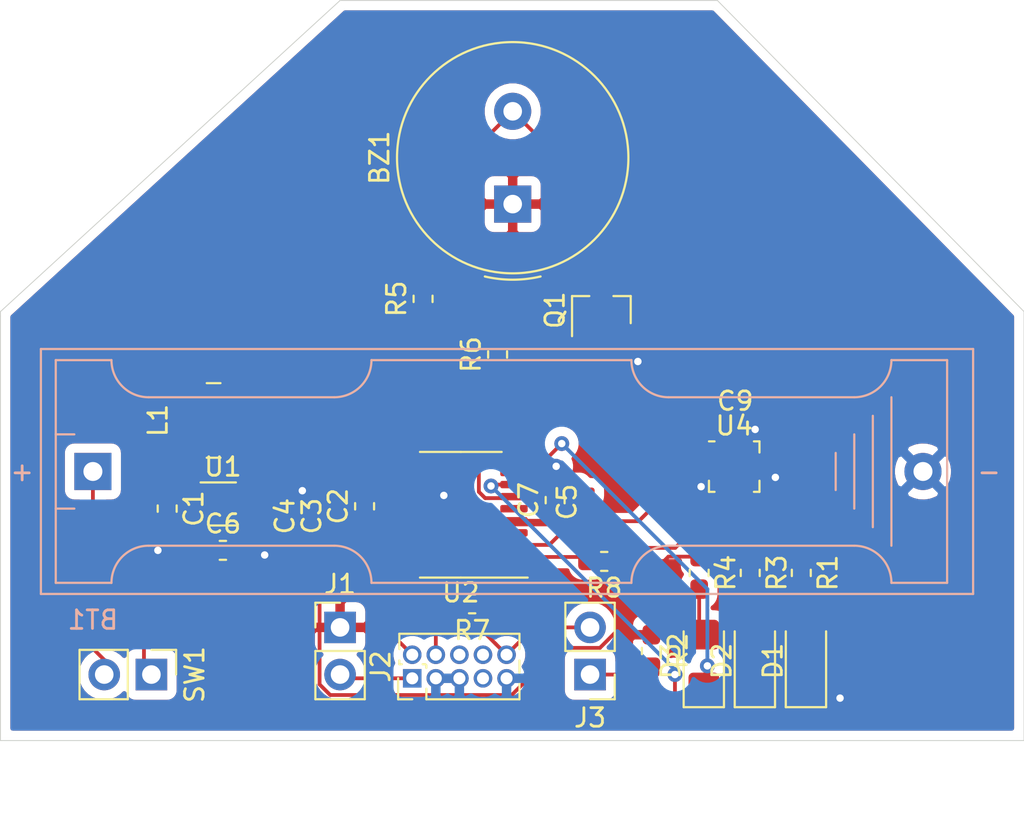
<source format=kicad_pcb>
(kicad_pcb (version 20171130) (host pcbnew 5.1.6)

  (general
    (thickness 1.6)
    (drawings 8)
    (tracks 182)
    (zones 0)
    (modules 30)
    (nets 33)
  )

  (page A4)
  (layers
    (0 F.Cu signal)
    (31 B.Cu signal)
    (32 B.Adhes user)
    (33 F.Adhes user)
    (34 B.Paste user)
    (35 F.Paste user)
    (36 B.SilkS user)
    (37 F.SilkS user)
    (38 B.Mask user)
    (39 F.Mask user)
    (40 Dwgs.User user)
    (41 Cmts.User user)
    (42 Eco1.User user)
    (43 Eco2.User user)
    (44 Edge.Cuts user)
    (45 Margin user)
    (46 B.CrtYd user)
    (47 F.CrtYd user)
    (48 B.Fab user)
    (49 F.Fab user)
  )

  (setup
    (last_trace_width 0.2032)
    (user_trace_width 0.1524)
    (user_trace_width 0.2032)
    (trace_clearance 0.1524)
    (zone_clearance 0.508)
    (zone_45_only no)
    (trace_min 0.1524)
    (via_size 0.8)
    (via_drill 0.4)
    (via_min_size 0.4)
    (via_min_drill 0.3)
    (uvia_size 0.3)
    (uvia_drill 0.1)
    (uvias_allowed no)
    (uvia_min_size 0.2)
    (uvia_min_drill 0.1)
    (edge_width 0.05)
    (segment_width 0.2)
    (pcb_text_width 0.3)
    (pcb_text_size 1.5 1.5)
    (mod_edge_width 0.12)
    (mod_text_size 1 1)
    (mod_text_width 0.15)
    (pad_size 1.524 1.524)
    (pad_drill 0.762)
    (pad_to_mask_clearance 0.05)
    (aux_axis_origin 0 0)
    (visible_elements FFFFFF7F)
    (pcbplotparams
      (layerselection 0x010fc_ffffffff)
      (usegerberextensions false)
      (usegerberattributes true)
      (usegerberadvancedattributes true)
      (creategerberjobfile true)
      (excludeedgelayer true)
      (linewidth 0.100000)
      (plotframeref false)
      (viasonmask false)
      (mode 1)
      (useauxorigin false)
      (hpglpennumber 1)
      (hpglpenspeed 20)
      (hpglpendiameter 15.000000)
      (psnegative false)
      (psa4output false)
      (plotreference true)
      (plotvalue true)
      (plotinvisibletext false)
      (padsonsilk false)
      (subtractmaskfromsilk false)
      (outputformat 1)
      (mirror false)
      (drillshape 1)
      (scaleselection 1)
      (outputdirectory ""))
  )

  (net 0 "")
  (net 1 "Net-(BT1-Pad1)")
  (net 2 GND)
  (net 3 +3V3)
  (net 4 "Net-(BZ1-Pad2)")
  (net 5 +BATT)
  (net 6 "Net-(D1-Pad2)")
  (net 7 "Net-(D2-Pad2)")
  (net 8 /LED_1)
  (net 9 /LED_2)
  (net 10 "Net-(D3-Pad2)")
  (net 11 "Net-(J1-Pad2)")
  (net 12 "Net-(J2-Pad2)")
  (net 13 "Net-(J2-Pad4)")
  (net 14 "Net-(J2-Pad6)")
  (net 15 "Net-(J2-Pad7)")
  (net 16 "Net-(J2-Pad8)")
  (net 17 "Net-(J2-Pad10)")
  (net 18 "Net-(J3-Pad1)")
  (net 19 "Net-(L1-Pad2)")
  (net 20 "Net-(Q1-Pad1)")
  (net 21 /BUZZ)
  (net 22 /SCL)
  (net 23 /SDA)
  (net 24 "Net-(U2-Pad1)")
  (net 25 "Net-(U2-Pad6)")
  (net 26 /DATA_INT)
  (net 27 "Net-(U2-Pad11)")
  (net 28 "Net-(U2-Pad12)")
  (net 29 "Net-(U2-Pad13)")
  (net 30 "Net-(U2-Pad14)")
  (net 31 "Net-(U2-Pad17)")
  (net 32 "Net-(U2-Pad18)")

  (net_class Default "This is the default net class."
    (clearance 0.1524)
    (trace_width 0.25)
    (via_dia 0.8)
    (via_drill 0.4)
    (uvia_dia 0.3)
    (uvia_drill 0.1)
    (add_net +3V3)
    (add_net +BATT)
    (add_net /BUZZ)
    (add_net /DATA_INT)
    (add_net /LED_1)
    (add_net /LED_2)
    (add_net /SCL)
    (add_net /SDA)
    (add_net GND)
    (add_net "Net-(BT1-Pad1)")
    (add_net "Net-(BZ1-Pad2)")
    (add_net "Net-(D1-Pad2)")
    (add_net "Net-(D2-Pad2)")
    (add_net "Net-(D3-Pad2)")
    (add_net "Net-(J1-Pad2)")
    (add_net "Net-(J2-Pad10)")
    (add_net "Net-(J2-Pad2)")
    (add_net "Net-(J2-Pad4)")
    (add_net "Net-(J2-Pad6)")
    (add_net "Net-(J2-Pad7)")
    (add_net "Net-(J2-Pad8)")
    (add_net "Net-(J3-Pad1)")
    (add_net "Net-(L1-Pad2)")
    (add_net "Net-(Q1-Pad1)")
    (add_net "Net-(U2-Pad1)")
    (add_net "Net-(U2-Pad11)")
    (add_net "Net-(U2-Pad12)")
    (add_net "Net-(U2-Pad13)")
    (add_net "Net-(U2-Pad14)")
    (add_net "Net-(U2-Pad17)")
    (add_net "Net-(U2-Pad18)")
    (add_net "Net-(U2-Pad6)")
  )

  (module Battery:BatteryHolder_Keystone_2466_1xAAA (layer B.Cu) (tedit 5B254C39) (tstamp 5FB45FA8)
    (at 22.25 160)
    (descr "1xAAA Battery Holder, Keystone, Plastic Case, http://www.keyelco.com/product-pdf.cfm?p=1031")
    (tags "AAA battery holder Keystone")
    (path /5FAF3FE1)
    (fp_text reference BT1 (at 0 8 180) (layer B.SilkS)
      (effects (font (size 1 1) (thickness 0.15)) (justify mirror))
    )
    (fp_text value Battery_Cell (at 22 0) (layer B.Fab)
      (effects (font (size 1 1) (thickness 0.15)) (justify mirror))
    )
    (fp_line (start -2.7 -6.5) (end -2.7 0) (layer B.Fab) (width 0.1))
    (fp_line (start 47.3 -6.5) (end -2.7 -6.5) (layer B.Fab) (width 0.1))
    (fp_line (start 47.3 6.5) (end 47.3 -6.5) (layer B.Fab) (width 0.1))
    (fp_line (start -2.7 6.5) (end 47.3 6.5) (layer B.Fab) (width 0.1))
    (fp_line (start -2.7 0) (end -2.7 6.5) (layer B.Fab) (width 0.1))
    (fp_line (start 46 -6) (end 43 -6) (layer B.SilkS) (width 0.12))
    (fp_line (start 46 6) (end 46 -6) (layer B.SilkS) (width 0.12))
    (fp_line (start 46 6) (end 43 6) (layer B.SilkS) (width 0.12))
    (fp_line (start -2 -6) (end 1 -6) (layer B.SilkS) (width 0.12))
    (fp_line (start -2 6) (end -2 -6) (layer B.SilkS) (width 0.12))
    (fp_line (start -2 6) (end 1 6) (layer B.SilkS) (width 0.12))
    (fp_line (start 41 -4) (end 31 -4) (layer B.SilkS) (width 0.12))
    (fp_line (start 41 4) (end 31 4) (layer B.SilkS) (width 0.12))
    (fp_line (start 3 4) (end 13 4) (layer B.SilkS) (width 0.12))
    (fp_line (start 3 -4) (end 13 -4) (layer B.SilkS) (width 0.12))
    (fp_line (start 29 6) (end 15 6) (layer B.SilkS) (width 0.12))
    (fp_line (start 15 -6) (end 29 -6) (layer B.SilkS) (width 0.12))
    (fp_line (start -1 -2) (end -2 -2) (layer B.SilkS) (width 0.12))
    (fp_line (start -2 2) (end -1 2) (layer B.SilkS) (width 0.12))
    (fp_line (start 43 4) (end 43 -4) (layer B.SilkS) (width 0.12))
    (fp_line (start 42 -3) (end 42 3) (layer B.SilkS) (width 0.12))
    (fp_line (start 41 2) (end 41 -2) (layer B.SilkS) (width 0.12))
    (fp_line (start 40 1) (end 40 -1) (layer B.SilkS) (width 0.12))
    (fp_line (start 47.4 6.6) (end -2.8 6.6) (layer B.SilkS) (width 0.12))
    (fp_line (start -2.8 6.6) (end -2.8 -6.6) (layer B.SilkS) (width 0.12))
    (fp_line (start -2.8 -6.6) (end 47.4 -6.6) (layer B.SilkS) (width 0.12))
    (fp_line (start 47.4 -6.6) (end 47.4 6.6) (layer B.SilkS) (width 0.12))
    (fp_line (start 47.8 7) (end -3.2 7) (layer B.CrtYd) (width 0.05))
    (fp_line (start -3.2 7) (end -3.2 -7) (layer B.CrtYd) (width 0.05))
    (fp_line (start -3.2 -7) (end 47.8 -7) (layer B.CrtYd) (width 0.05))
    (fp_line (start 47.8 -7) (end 47.8 7) (layer B.CrtYd) (width 0.05))
    (fp_text user - (at 48.26 0) (layer B.SilkS)
      (effects (font (size 1 1) (thickness 0.15)) (justify mirror))
    )
    (fp_text user + (at -3.81 0) (layer B.SilkS)
      (effects (font (size 1 1) (thickness 0.15)) (justify mirror))
    )
    (fp_text user %R (at 0 0) (layer B.Fab)
      (effects (font (size 1 1) (thickness 0.15)) (justify mirror))
    )
    (fp_arc (start 31 6) (end 31 4) (angle -90) (layer B.SilkS) (width 0.12))
    (fp_arc (start 13 6) (end 15 6) (angle -90) (layer B.SilkS) (width 0.12))
    (fp_arc (start 13 -6) (end 13 -4) (angle -90) (layer B.SilkS) (width 0.12))
    (fp_arc (start 31 -6) (end 29 -6) (angle -90) (layer B.SilkS) (width 0.12))
    (fp_arc (start 3 -6) (end 1 -6) (angle -90) (layer B.SilkS) (width 0.12))
    (fp_arc (start 41 -6) (end 41 -4) (angle -90) (layer B.SilkS) (width 0.12))
    (fp_arc (start 41 6) (end 43 6) (angle -90) (layer B.SilkS) (width 0.12))
    (fp_arc (start 3 6) (end 3 4) (angle -90) (layer B.SilkS) (width 0.12))
    (pad 1 thru_hole rect (at 0 0) (size 2 2) (drill 1.02) (layers *.Cu *.Mask)
      (net 1 "Net-(BT1-Pad1)"))
    (pad 2 thru_hole circle (at 44.7 0) (size 2 2) (drill 1.02) (layers *.Cu *.Mask)
      (net 2 GND))
    (model ${KISYS3DMOD}/Battery.3dshapes/BatteryHolder_Keystone_2466_1xAAA.wrl
      (at (xyz 0 0 0))
      (scale (xyz 1 1 1))
      (rotate (xyz 0 0 0))
    )
  )

  (module Buzzer_Beeper:Buzzer_TDK_PS1240P02BT_D12.2mm_H6.5mm (layer F.Cu) (tedit 5BF1CB2D) (tstamp 5FB45FB5)
    (at 44.8564 145.5928 90)
    (descr "Buzzer, D12.2mm height 6.5mm, https://product.tdk.com/info/en/catalog/datasheets/piezoelectronic_buzzer_ps_en.pdf")
    (tags buzzer)
    (path /5FAF6482)
    (fp_text reference BZ1 (at 2.5 -7.17 90) (layer F.SilkS)
      (effects (font (size 1 1) (thickness 0.15)))
    )
    (fp_text value Buzzer (at 2.5 7.31 90) (layer F.Fab)
      (effects (font (size 1 1) (thickness 0.15)))
    )
    (fp_line (start -1.3 -1) (end -1.3 1) (layer F.Fab) (width 0.1))
    (fp_circle (center 2.5 0) (end 8.73 0) (layer F.SilkS) (width 0.12))
    (fp_circle (center 2.5 0) (end 3.5 0) (layer F.Fab) (width 0.1))
    (fp_circle (center 2.5 0) (end 8.6 0) (layer F.Fab) (width 0.1))
    (fp_circle (center 2.5 0) (end 8.85 0) (layer F.CrtYd) (width 0.05))
    (fp_text user %R (at 2.5 -2.43 90) (layer F.Fab)
      (effects (font (size 1 1) (thickness 0.15)))
    )
    (fp_arc (start 2.5 0) (end -3.9 -1.5) (angle -26.38121493) (layer F.SilkS) (width 0.12))
    (pad 1 thru_hole rect (at 0 0 90) (size 2 2) (drill 1) (layers *.Cu *.Mask)
      (net 3 +3V3))
    (pad 2 thru_hole circle (at 5 0 90) (size 2 2) (drill 1) (layers *.Cu *.Mask)
      (net 4 "Net-(BZ1-Pad2)"))
    (model ${KISYS3DMOD}/Buzzer_Beeper.3dshapes/Buzzer_TDK_PS1240P02BT_D12.2mm_H6.5mm.wrl
      (at (xyz 0 0 0))
      (scale (xyz 1 1 1))
      (rotate (xyz 0 0 0))
    )
  )

  (module Capacitor_SMD:C_0603_1608Metric_Pad1.05x0.95mm_HandSolder (layer F.Cu) (tedit 5B301BBE) (tstamp 5FB45FC6)
    (at 26.25 162 270)
    (descr "Capacitor SMD 0603 (1608 Metric), square (rectangular) end terminal, IPC_7351 nominal with elongated pad for handsoldering. (Body size source: http://www.tortai-tech.com/upload/download/2011102023233369053.pdf), generated with kicad-footprint-generator")
    (tags "capacitor handsolder")
    (path /5FB44E62)
    (attr smd)
    (fp_text reference C1 (at 0 -1.43 90) (layer F.SilkS)
      (effects (font (size 1 1) (thickness 0.15)))
    )
    (fp_text value 10uF (at 0 1.43 90) (layer F.Fab)
      (effects (font (size 1 1) (thickness 0.15)))
    )
    (fp_line (start -0.8 0.4) (end -0.8 -0.4) (layer F.Fab) (width 0.1))
    (fp_line (start -0.8 -0.4) (end 0.8 -0.4) (layer F.Fab) (width 0.1))
    (fp_line (start 0.8 -0.4) (end 0.8 0.4) (layer F.Fab) (width 0.1))
    (fp_line (start 0.8 0.4) (end -0.8 0.4) (layer F.Fab) (width 0.1))
    (fp_line (start -0.171267 -0.51) (end 0.171267 -0.51) (layer F.SilkS) (width 0.12))
    (fp_line (start -0.171267 0.51) (end 0.171267 0.51) (layer F.SilkS) (width 0.12))
    (fp_line (start -1.65 0.73) (end -1.65 -0.73) (layer F.CrtYd) (width 0.05))
    (fp_line (start -1.65 -0.73) (end 1.65 -0.73) (layer F.CrtYd) (width 0.05))
    (fp_line (start 1.65 -0.73) (end 1.65 0.73) (layer F.CrtYd) (width 0.05))
    (fp_line (start 1.65 0.73) (end -1.65 0.73) (layer F.CrtYd) (width 0.05))
    (fp_text user %R (at 0 0 90) (layer F.Fab)
      (effects (font (size 0.4 0.4) (thickness 0.06)))
    )
    (pad 2 smd roundrect (at 0.875 0 270) (size 1.05 0.95) (layers F.Cu F.Paste F.Mask) (roundrect_rratio 0.25)
      (net 2 GND))
    (pad 1 smd roundrect (at -0.875 0 270) (size 1.05 0.95) (layers F.Cu F.Paste F.Mask) (roundrect_rratio 0.25)
      (net 5 +BATT))
    (model ${KISYS3DMOD}/Capacitor_SMD.3dshapes/C_0603_1608Metric.wrl
      (at (xyz 0 0 0))
      (scale (xyz 1 1 1))
      (rotate (xyz 0 0 0))
    )
  )

  (module Capacitor_SMD:C_0603_1608Metric_Pad1.05x0.95mm_HandSolder (layer F.Cu) (tedit 5B301BBE) (tstamp 5FB45FD7)
    (at 36.8808 161.8742 90)
    (descr "Capacitor SMD 0603 (1608 Metric), square (rectangular) end terminal, IPC_7351 nominal with elongated pad for handsoldering. (Body size source: http://www.tortai-tech.com/upload/download/2011102023233369053.pdf), generated with kicad-footprint-generator")
    (tags "capacitor handsolder")
    (path /5FAC6D4A)
    (attr smd)
    (fp_text reference C2 (at 0 -1.43 90) (layer F.SilkS)
      (effects (font (size 1 1) (thickness 0.15)))
    )
    (fp_text value 4.7uF (at 0 1.43 90) (layer F.Fab)
      (effects (font (size 1 1) (thickness 0.15)))
    )
    (fp_line (start 1.65 0.73) (end -1.65 0.73) (layer F.CrtYd) (width 0.05))
    (fp_line (start 1.65 -0.73) (end 1.65 0.73) (layer F.CrtYd) (width 0.05))
    (fp_line (start -1.65 -0.73) (end 1.65 -0.73) (layer F.CrtYd) (width 0.05))
    (fp_line (start -1.65 0.73) (end -1.65 -0.73) (layer F.CrtYd) (width 0.05))
    (fp_line (start -0.171267 0.51) (end 0.171267 0.51) (layer F.SilkS) (width 0.12))
    (fp_line (start -0.171267 -0.51) (end 0.171267 -0.51) (layer F.SilkS) (width 0.12))
    (fp_line (start 0.8 0.4) (end -0.8 0.4) (layer F.Fab) (width 0.1))
    (fp_line (start 0.8 -0.4) (end 0.8 0.4) (layer F.Fab) (width 0.1))
    (fp_line (start -0.8 -0.4) (end 0.8 -0.4) (layer F.Fab) (width 0.1))
    (fp_line (start -0.8 0.4) (end -0.8 -0.4) (layer F.Fab) (width 0.1))
    (fp_text user %R (at 0 0 90) (layer F.Fab)
      (effects (font (size 0.4 0.4) (thickness 0.06)))
    )
    (pad 1 smd roundrect (at -0.875 0 90) (size 1.05 0.95) (layers F.Cu F.Paste F.Mask) (roundrect_rratio 0.25)
      (net 3 +3V3))
    (pad 2 smd roundrect (at 0.875 0 90) (size 1.05 0.95) (layers F.Cu F.Paste F.Mask) (roundrect_rratio 0.25)
      (net 2 GND))
    (model ${KISYS3DMOD}/Capacitor_SMD.3dshapes/C_0603_1608Metric.wrl
      (at (xyz 0 0 0))
      (scale (xyz 1 1 1))
      (rotate (xyz 0 0 0))
    )
  )

  (module Capacitor_SMD:C_0402_1005Metric (layer F.Cu) (tedit 5B301BBE) (tstamp 5FB45FE6)
    (at 35.2044 162.4052 90)
    (descr "Capacitor SMD 0402 (1005 Metric), square (rectangular) end terminal, IPC_7351 nominal, (Body size source: http://www.tortai-tech.com/upload/download/2011102023233369053.pdf), generated with kicad-footprint-generator")
    (tags capacitor)
    (path /5FAC69DD)
    (attr smd)
    (fp_text reference C3 (at 0 -1.17 90) (layer F.SilkS)
      (effects (font (size 1 1) (thickness 0.15)))
    )
    (fp_text value 100nF (at 0 1.17 90) (layer F.Fab)
      (effects (font (size 1 1) (thickness 0.15)))
    )
    (fp_line (start 0.93 0.47) (end -0.93 0.47) (layer F.CrtYd) (width 0.05))
    (fp_line (start 0.93 -0.47) (end 0.93 0.47) (layer F.CrtYd) (width 0.05))
    (fp_line (start -0.93 -0.47) (end 0.93 -0.47) (layer F.CrtYd) (width 0.05))
    (fp_line (start -0.93 0.47) (end -0.93 -0.47) (layer F.CrtYd) (width 0.05))
    (fp_line (start 0.5 0.25) (end -0.5 0.25) (layer F.Fab) (width 0.1))
    (fp_line (start 0.5 -0.25) (end 0.5 0.25) (layer F.Fab) (width 0.1))
    (fp_line (start -0.5 -0.25) (end 0.5 -0.25) (layer F.Fab) (width 0.1))
    (fp_line (start -0.5 0.25) (end -0.5 -0.25) (layer F.Fab) (width 0.1))
    (fp_text user %R (at 0 0 90) (layer F.Fab)
      (effects (font (size 0.25 0.25) (thickness 0.04)))
    )
    (pad 1 smd roundrect (at -0.485 0 90) (size 0.59 0.64) (layers F.Cu F.Paste F.Mask) (roundrect_rratio 0.25)
      (net 3 +3V3))
    (pad 2 smd roundrect (at 0.485 0 90) (size 0.59 0.64) (layers F.Cu F.Paste F.Mask) (roundrect_rratio 0.25)
      (net 2 GND))
    (model ${KISYS3DMOD}/Capacitor_SMD.3dshapes/C_0402_1005Metric.wrl
      (at (xyz 0 0 0))
      (scale (xyz 1 1 1))
      (rotate (xyz 0 0 0))
    )
  )

  (module Capacitor_SMD:C_0402_1005Metric (layer F.Cu) (tedit 5B301BBE) (tstamp 5FB45FF5)
    (at 33.7566 162.4076 90)
    (descr "Capacitor SMD 0402 (1005 Metric), square (rectangular) end terminal, IPC_7351 nominal, (Body size source: http://www.tortai-tech.com/upload/download/2011102023233369053.pdf), generated with kicad-footprint-generator")
    (tags capacitor)
    (path /5FAC63C2)
    (attr smd)
    (fp_text reference C4 (at 0 -1.17 90) (layer F.SilkS)
      (effects (font (size 1 1) (thickness 0.15)))
    )
    (fp_text value 100nF (at 0 1.17 90) (layer F.Fab)
      (effects (font (size 1 1) (thickness 0.15)))
    )
    (fp_line (start -0.5 0.25) (end -0.5 -0.25) (layer F.Fab) (width 0.1))
    (fp_line (start -0.5 -0.25) (end 0.5 -0.25) (layer F.Fab) (width 0.1))
    (fp_line (start 0.5 -0.25) (end 0.5 0.25) (layer F.Fab) (width 0.1))
    (fp_line (start 0.5 0.25) (end -0.5 0.25) (layer F.Fab) (width 0.1))
    (fp_line (start -0.93 0.47) (end -0.93 -0.47) (layer F.CrtYd) (width 0.05))
    (fp_line (start -0.93 -0.47) (end 0.93 -0.47) (layer F.CrtYd) (width 0.05))
    (fp_line (start 0.93 -0.47) (end 0.93 0.47) (layer F.CrtYd) (width 0.05))
    (fp_line (start 0.93 0.47) (end -0.93 0.47) (layer F.CrtYd) (width 0.05))
    (fp_text user %R (at 0 0 90) (layer F.Fab)
      (effects (font (size 0.25 0.25) (thickness 0.04)))
    )
    (pad 2 smd roundrect (at 0.485 0 90) (size 0.59 0.64) (layers F.Cu F.Paste F.Mask) (roundrect_rratio 0.25)
      (net 2 GND))
    (pad 1 smd roundrect (at -0.485 0 90) (size 0.59 0.64) (layers F.Cu F.Paste F.Mask) (roundrect_rratio 0.25)
      (net 3 +3V3))
    (model ${KISYS3DMOD}/Capacitor_SMD.3dshapes/C_0402_1005Metric.wrl
      (at (xyz 0 0 0))
      (scale (xyz 1 1 1))
      (rotate (xyz 0 0 0))
    )
  )

  (module Capacitor_SMD:C_0402_1005Metric (layer F.Cu) (tedit 5B301BBE) (tstamp 5FB46004)
    (at 48.9482 161.6456 90)
    (descr "Capacitor SMD 0402 (1005 Metric), square (rectangular) end terminal, IPC_7351 nominal, (Body size source: http://www.tortai-tech.com/upload/download/2011102023233369053.pdf), generated with kicad-footprint-generator")
    (tags capacitor)
    (path /5FAC985A)
    (attr smd)
    (fp_text reference C5 (at 0 -1.17 90) (layer F.SilkS)
      (effects (font (size 1 1) (thickness 0.15)))
    )
    (fp_text value 10nF (at 0 1.17 90) (layer F.Fab)
      (effects (font (size 1 1) (thickness 0.15)))
    )
    (fp_line (start 0.93 0.47) (end -0.93 0.47) (layer F.CrtYd) (width 0.05))
    (fp_line (start 0.93 -0.47) (end 0.93 0.47) (layer F.CrtYd) (width 0.05))
    (fp_line (start -0.93 -0.47) (end 0.93 -0.47) (layer F.CrtYd) (width 0.05))
    (fp_line (start -0.93 0.47) (end -0.93 -0.47) (layer F.CrtYd) (width 0.05))
    (fp_line (start 0.5 0.25) (end -0.5 0.25) (layer F.Fab) (width 0.1))
    (fp_line (start 0.5 -0.25) (end 0.5 0.25) (layer F.Fab) (width 0.1))
    (fp_line (start -0.5 -0.25) (end 0.5 -0.25) (layer F.Fab) (width 0.1))
    (fp_line (start -0.5 0.25) (end -0.5 -0.25) (layer F.Fab) (width 0.1))
    (fp_text user %R (at 0 0 90) (layer F.Fab)
      (effects (font (size 0.25 0.25) (thickness 0.04)))
    )
    (pad 1 smd roundrect (at -0.485 0 90) (size 0.59 0.64) (layers F.Cu F.Paste F.Mask) (roundrect_rratio 0.25)
      (net 3 +3V3))
    (pad 2 smd roundrect (at 0.485 0 90) (size 0.59 0.64) (layers F.Cu F.Paste F.Mask) (roundrect_rratio 0.25)
      (net 2 GND))
    (model ${KISYS3DMOD}/Capacitor_SMD.3dshapes/C_0402_1005Metric.wrl
      (at (xyz 0 0 0))
      (scale (xyz 1 1 1))
      (rotate (xyz 0 0 0))
    )
  )

  (module Capacitor_SMD:C_0603_1608Metric_Pad1.05x0.95mm_HandSolder (layer F.Cu) (tedit 5B301BBE) (tstamp 5FB46015)
    (at 29.25 164.25)
    (descr "Capacitor SMD 0603 (1608 Metric), square (rectangular) end terminal, IPC_7351 nominal with elongated pad for handsoldering. (Body size source: http://www.tortai-tech.com/upload/download/2011102023233369053.pdf), generated with kicad-footprint-generator")
    (tags "capacitor handsolder")
    (path /5FB4ADD7)
    (attr smd)
    (fp_text reference C6 (at 0 -1.43) (layer F.SilkS)
      (effects (font (size 1 1) (thickness 0.15)))
    )
    (fp_text value 10uF (at 0 1.43) (layer F.Fab)
      (effects (font (size 1 1) (thickness 0.15)))
    )
    (fp_line (start -0.8 0.4) (end -0.8 -0.4) (layer F.Fab) (width 0.1))
    (fp_line (start -0.8 -0.4) (end 0.8 -0.4) (layer F.Fab) (width 0.1))
    (fp_line (start 0.8 -0.4) (end 0.8 0.4) (layer F.Fab) (width 0.1))
    (fp_line (start 0.8 0.4) (end -0.8 0.4) (layer F.Fab) (width 0.1))
    (fp_line (start -0.171267 -0.51) (end 0.171267 -0.51) (layer F.SilkS) (width 0.12))
    (fp_line (start -0.171267 0.51) (end 0.171267 0.51) (layer F.SilkS) (width 0.12))
    (fp_line (start -1.65 0.73) (end -1.65 -0.73) (layer F.CrtYd) (width 0.05))
    (fp_line (start -1.65 -0.73) (end 1.65 -0.73) (layer F.CrtYd) (width 0.05))
    (fp_line (start 1.65 -0.73) (end 1.65 0.73) (layer F.CrtYd) (width 0.05))
    (fp_line (start 1.65 0.73) (end -1.65 0.73) (layer F.CrtYd) (width 0.05))
    (fp_text user %R (at 0 0) (layer F.Fab)
      (effects (font (size 0.4 0.4) (thickness 0.06)))
    )
    (pad 2 smd roundrect (at 0.875 0) (size 1.05 0.95) (layers F.Cu F.Paste F.Mask) (roundrect_rratio 0.25)
      (net 2 GND))
    (pad 1 smd roundrect (at -0.875 0) (size 1.05 0.95) (layers F.Cu F.Paste F.Mask) (roundrect_rratio 0.25)
      (net 3 +3V3))
    (model ${KISYS3DMOD}/Capacitor_SMD.3dshapes/C_0603_1608Metric.wrl
      (at (xyz 0 0 0))
      (scale (xyz 1 1 1))
      (rotate (xyz 0 0 0))
    )
  )

  (module Capacitor_SMD:C_0603_1608Metric_Pad1.05x0.95mm_HandSolder (layer F.Cu) (tedit 5B301BBE) (tstamp 5FB46026)
    (at 47.1424 161.544 90)
    (descr "Capacitor SMD 0603 (1608 Metric), square (rectangular) end terminal, IPC_7351 nominal with elongated pad for handsoldering. (Body size source: http://www.tortai-tech.com/upload/download/2011102023233369053.pdf), generated with kicad-footprint-generator")
    (tags "capacitor handsolder")
    (path /5FACB10A)
    (attr smd)
    (fp_text reference C7 (at 0 -1.43 90) (layer F.SilkS)
      (effects (font (size 1 1) (thickness 0.15)))
    )
    (fp_text value 1uF (at 0 1.43 90) (layer F.Fab)
      (effects (font (size 1 1) (thickness 0.15)))
    )
    (fp_line (start 1.65 0.73) (end -1.65 0.73) (layer F.CrtYd) (width 0.05))
    (fp_line (start 1.65 -0.73) (end 1.65 0.73) (layer F.CrtYd) (width 0.05))
    (fp_line (start -1.65 -0.73) (end 1.65 -0.73) (layer F.CrtYd) (width 0.05))
    (fp_line (start -1.65 0.73) (end -1.65 -0.73) (layer F.CrtYd) (width 0.05))
    (fp_line (start -0.171267 0.51) (end 0.171267 0.51) (layer F.SilkS) (width 0.12))
    (fp_line (start -0.171267 -0.51) (end 0.171267 -0.51) (layer F.SilkS) (width 0.12))
    (fp_line (start 0.8 0.4) (end -0.8 0.4) (layer F.Fab) (width 0.1))
    (fp_line (start 0.8 -0.4) (end 0.8 0.4) (layer F.Fab) (width 0.1))
    (fp_line (start -0.8 -0.4) (end 0.8 -0.4) (layer F.Fab) (width 0.1))
    (fp_line (start -0.8 0.4) (end -0.8 -0.4) (layer F.Fab) (width 0.1))
    (fp_text user %R (at 0 0 90) (layer F.Fab)
      (effects (font (size 0.4 0.4) (thickness 0.06)))
    )
    (pad 1 smd roundrect (at -0.875 0 90) (size 1.05 0.95) (layers F.Cu F.Paste F.Mask) (roundrect_rratio 0.25)
      (net 3 +3V3))
    (pad 2 smd roundrect (at 0.875 0 90) (size 1.05 0.95) (layers F.Cu F.Paste F.Mask) (roundrect_rratio 0.25)
      (net 2 GND))
    (model ${KISYS3DMOD}/Capacitor_SMD.3dshapes/C_0603_1608Metric.wrl
      (at (xyz 0 0 0))
      (scale (xyz 1 1 1))
      (rotate (xyz 0 0 0))
    )
  )

  (module Capacitor_SMD:C_0402_1005Metric (layer F.Cu) (tedit 5B301BBE) (tstamp 5FB46E8D)
    (at 56.839 157.3752)
    (descr "Capacitor SMD 0402 (1005 Metric), square (rectangular) end terminal, IPC_7351 nominal, (Body size source: http://www.tortai-tech.com/upload/download/2011102023233369053.pdf), generated with kicad-footprint-generator")
    (tags capacitor)
    (path /5FAB4064)
    (attr smd)
    (fp_text reference C9 (at 0 -1.17) (layer F.SilkS)
      (effects (font (size 1 1) (thickness 0.15)))
    )
    (fp_text value 100nF (at 0 1.17) (layer F.Fab)
      (effects (font (size 1 1) (thickness 0.15)))
    )
    (fp_line (start -0.5 0.25) (end -0.5 -0.25) (layer F.Fab) (width 0.1))
    (fp_line (start -0.5 -0.25) (end 0.5 -0.25) (layer F.Fab) (width 0.1))
    (fp_line (start 0.5 -0.25) (end 0.5 0.25) (layer F.Fab) (width 0.1))
    (fp_line (start 0.5 0.25) (end -0.5 0.25) (layer F.Fab) (width 0.1))
    (fp_line (start -0.93 0.47) (end -0.93 -0.47) (layer F.CrtYd) (width 0.05))
    (fp_line (start -0.93 -0.47) (end 0.93 -0.47) (layer F.CrtYd) (width 0.05))
    (fp_line (start 0.93 -0.47) (end 0.93 0.47) (layer F.CrtYd) (width 0.05))
    (fp_line (start 0.93 0.47) (end -0.93 0.47) (layer F.CrtYd) (width 0.05))
    (fp_text user %R (at 0 0) (layer F.Fab)
      (effects (font (size 0.25 0.25) (thickness 0.04)))
    )
    (pad 2 smd roundrect (at 0.485 0) (size 0.59 0.64) (layers F.Cu F.Paste F.Mask) (roundrect_rratio 0.25)
      (net 2 GND))
    (pad 1 smd roundrect (at -0.485 0) (size 0.59 0.64) (layers F.Cu F.Paste F.Mask) (roundrect_rratio 0.25)
      (net 3 +3V3))
    (model ${KISYS3DMOD}/Capacitor_SMD.3dshapes/C_0402_1005Metric.wrl
      (at (xyz 0 0 0))
      (scale (xyz 1 1 1))
      (rotate (xyz 0 0 0))
    )
  )

  (module LED_SMD:LED_1206_3216Metric_Castellated (layer F.Cu) (tedit 5B301BBE) (tstamp 5FB46066)
    (at 60.648 170.214 90)
    (descr "LED SMD 1206 (3216 Metric), castellated end terminal, IPC_7351 nominal, (Body size source: http://www.tortai-tech.com/upload/download/2011102023233369053.pdf), generated with kicad-footprint-generator")
    (tags "LED castellated")
    (path /5FB14FDC)
    (attr smd)
    (fp_text reference D1 (at 0 -1.78 90) (layer F.SilkS)
      (effects (font (size 1 1) (thickness 0.15)))
    )
    (fp_text value LED (at 0 1.78 90) (layer F.Fab)
      (effects (font (size 1 1) (thickness 0.15)))
    )
    (fp_line (start 2.48 1.08) (end -2.48 1.08) (layer F.CrtYd) (width 0.05))
    (fp_line (start 2.48 -1.08) (end 2.48 1.08) (layer F.CrtYd) (width 0.05))
    (fp_line (start -2.48 -1.08) (end 2.48 -1.08) (layer F.CrtYd) (width 0.05))
    (fp_line (start -2.48 1.08) (end -2.48 -1.08) (layer F.CrtYd) (width 0.05))
    (fp_line (start -2.485 1.085) (end 1.6 1.085) (layer F.SilkS) (width 0.12))
    (fp_line (start -2.485 -1.085) (end -2.485 1.085) (layer F.SilkS) (width 0.12))
    (fp_line (start 1.6 -1.085) (end -2.485 -1.085) (layer F.SilkS) (width 0.12))
    (fp_line (start 1.6 0.8) (end 1.6 -0.8) (layer F.Fab) (width 0.1))
    (fp_line (start -1.6 0.8) (end 1.6 0.8) (layer F.Fab) (width 0.1))
    (fp_line (start -1.6 -0.4) (end -1.6 0.8) (layer F.Fab) (width 0.1))
    (fp_line (start -1.2 -0.8) (end -1.6 -0.4) (layer F.Fab) (width 0.1))
    (fp_line (start 1.6 -0.8) (end -1.2 -0.8) (layer F.Fab) (width 0.1))
    (fp_text user %R (at 0 0 90) (layer F.Fab)
      (effects (font (size 0.8 0.8) (thickness 0.12)))
    )
    (pad 1 smd roundrect (at -1.425 0 90) (size 1.6 1.65) (layers F.Cu F.Paste F.Mask) (roundrect_rratio 0.15625)
      (net 2 GND))
    (pad 2 smd roundrect (at 1.425 0 90) (size 1.6 1.65) (layers F.Cu F.Paste F.Mask) (roundrect_rratio 0.15625)
      (net 6 "Net-(D1-Pad2)"))
    (model ${KISYS3DMOD}/LED_SMD.3dshapes/LED_1206_3216Metric_Castellated.wrl
      (at (xyz 0 0 0))
      (scale (xyz 1 1 1))
      (rotate (xyz 0 0 0))
    )
  )

  (module LED_SMD:LED_1206_3216Metric_Castellated (layer F.Cu) (tedit 5B301BBE) (tstamp 5FB4999D)
    (at 57.898 170.214 90)
    (descr "LED SMD 1206 (3216 Metric), castellated end terminal, IPC_7351 nominal, (Body size source: http://www.tortai-tech.com/upload/download/2011102023233369053.pdf), generated with kicad-footprint-generator")
    (tags "LED castellated")
    (path /5FB16969)
    (attr smd)
    (fp_text reference D2 (at 0 -1.78 90) (layer F.SilkS)
      (effects (font (size 1 1) (thickness 0.15)))
    )
    (fp_text value LED (at 0 1.78 90) (layer F.Fab)
      (effects (font (size 1 1) (thickness 0.15)))
    )
    (fp_line (start 1.6 -0.8) (end -1.2 -0.8) (layer F.Fab) (width 0.1))
    (fp_line (start -1.2 -0.8) (end -1.6 -0.4) (layer F.Fab) (width 0.1))
    (fp_line (start -1.6 -0.4) (end -1.6 0.8) (layer F.Fab) (width 0.1))
    (fp_line (start -1.6 0.8) (end 1.6 0.8) (layer F.Fab) (width 0.1))
    (fp_line (start 1.6 0.8) (end 1.6 -0.8) (layer F.Fab) (width 0.1))
    (fp_line (start 1.6 -1.085) (end -2.485 -1.085) (layer F.SilkS) (width 0.12))
    (fp_line (start -2.485 -1.085) (end -2.485 1.085) (layer F.SilkS) (width 0.12))
    (fp_line (start -2.485 1.085) (end 1.6 1.085) (layer F.SilkS) (width 0.12))
    (fp_line (start -2.48 1.08) (end -2.48 -1.08) (layer F.CrtYd) (width 0.05))
    (fp_line (start -2.48 -1.08) (end 2.48 -1.08) (layer F.CrtYd) (width 0.05))
    (fp_line (start 2.48 -1.08) (end 2.48 1.08) (layer F.CrtYd) (width 0.05))
    (fp_line (start 2.48 1.08) (end -2.48 1.08) (layer F.CrtYd) (width 0.05))
    (fp_text user %R (at 0 0 90) (layer F.Fab)
      (effects (font (size 0.8 0.8) (thickness 0.12)))
    )
    (pad 2 smd roundrect (at 1.425 0 90) (size 1.6 1.65) (layers F.Cu F.Paste F.Mask) (roundrect_rratio 0.15625)
      (net 7 "Net-(D2-Pad2)"))
    (pad 1 smd roundrect (at -1.425 0 90) (size 1.6 1.65) (layers F.Cu F.Paste F.Mask) (roundrect_rratio 0.15625)
      (net 8 /LED_1))
    (model ${KISYS3DMOD}/LED_SMD.3dshapes/LED_1206_3216Metric_Castellated.wrl
      (at (xyz 0 0 0))
      (scale (xyz 1 1 1))
      (rotate (xyz 0 0 0))
    )
  )

  (module LED_SMD:LED_1206_3216Metric_Castellated (layer F.Cu) (tedit 5B301BBE) (tstamp 5FB499F9)
    (at 55.148 170.214 90)
    (descr "LED SMD 1206 (3216 Metric), castellated end terminal, IPC_7351 nominal, (Body size source: http://www.tortai-tech.com/upload/download/2011102023233369053.pdf), generated with kicad-footprint-generator")
    (tags "LED castellated")
    (path /5FB17B2D)
    (attr smd)
    (fp_text reference D3 (at 0 -1.78 90) (layer F.SilkS)
      (effects (font (size 1 1) (thickness 0.15)))
    )
    (fp_text value LED (at 0 1.78 90) (layer F.Fab)
      (effects (font (size 1 1) (thickness 0.15)))
    )
    (fp_line (start 2.48 1.08) (end -2.48 1.08) (layer F.CrtYd) (width 0.05))
    (fp_line (start 2.48 -1.08) (end 2.48 1.08) (layer F.CrtYd) (width 0.05))
    (fp_line (start -2.48 -1.08) (end 2.48 -1.08) (layer F.CrtYd) (width 0.05))
    (fp_line (start -2.48 1.08) (end -2.48 -1.08) (layer F.CrtYd) (width 0.05))
    (fp_line (start -2.485 1.085) (end 1.6 1.085) (layer F.SilkS) (width 0.12))
    (fp_line (start -2.485 -1.085) (end -2.485 1.085) (layer F.SilkS) (width 0.12))
    (fp_line (start 1.6 -1.085) (end -2.485 -1.085) (layer F.SilkS) (width 0.12))
    (fp_line (start 1.6 0.8) (end 1.6 -0.8) (layer F.Fab) (width 0.1))
    (fp_line (start -1.6 0.8) (end 1.6 0.8) (layer F.Fab) (width 0.1))
    (fp_line (start -1.6 -0.4) (end -1.6 0.8) (layer F.Fab) (width 0.1))
    (fp_line (start -1.2 -0.8) (end -1.6 -0.4) (layer F.Fab) (width 0.1))
    (fp_line (start 1.6 -0.8) (end -1.2 -0.8) (layer F.Fab) (width 0.1))
    (fp_text user %R (at 0 0 90) (layer F.Fab)
      (effects (font (size 0.8 0.8) (thickness 0.12)))
    )
    (pad 1 smd roundrect (at -1.425 0 90) (size 1.6 1.65) (layers F.Cu F.Paste F.Mask) (roundrect_rratio 0.15625)
      (net 9 /LED_2))
    (pad 2 smd roundrect (at 1.425 0 90) (size 1.6 1.65) (layers F.Cu F.Paste F.Mask) (roundrect_rratio 0.15625)
      (net 10 "Net-(D3-Pad2)"))
    (model ${KISYS3DMOD}/LED_SMD.3dshapes/LED_1206_3216Metric_Castellated.wrl
      (at (xyz 0 0 0))
      (scale (xyz 1 1 1))
      (rotate (xyz 0 0 0))
    )
  )

  (module Connector_PinHeader_2.54mm:PinHeader_1x02_P2.54mm_Vertical (layer F.Cu) (tedit 59FED5CC) (tstamp 5FB47992)
    (at 35.56 168.402)
    (descr "Through hole straight pin header, 1x02, 2.54mm pitch, single row")
    (tags "Through hole pin header THT 1x02 2.54mm single row")
    (path /5FAEB2F6)
    (fp_text reference J1 (at 0 -2.33) (layer F.SilkS)
      (effects (font (size 1 1) (thickness 0.15)))
    )
    (fp_text value Conn_01x02_Male (at 0 4.87) (layer F.Fab)
      (effects (font (size 1 1) (thickness 0.15)))
    )
    (fp_line (start 1.8 -1.8) (end -1.8 -1.8) (layer F.CrtYd) (width 0.05))
    (fp_line (start 1.8 4.35) (end 1.8 -1.8) (layer F.CrtYd) (width 0.05))
    (fp_line (start -1.8 4.35) (end 1.8 4.35) (layer F.CrtYd) (width 0.05))
    (fp_line (start -1.8 -1.8) (end -1.8 4.35) (layer F.CrtYd) (width 0.05))
    (fp_line (start -1.33 -1.33) (end 0 -1.33) (layer F.SilkS) (width 0.12))
    (fp_line (start -1.33 0) (end -1.33 -1.33) (layer F.SilkS) (width 0.12))
    (fp_line (start -1.33 1.27) (end 1.33 1.27) (layer F.SilkS) (width 0.12))
    (fp_line (start 1.33 1.27) (end 1.33 3.87) (layer F.SilkS) (width 0.12))
    (fp_line (start -1.33 1.27) (end -1.33 3.87) (layer F.SilkS) (width 0.12))
    (fp_line (start -1.33 3.87) (end 1.33 3.87) (layer F.SilkS) (width 0.12))
    (fp_line (start -1.27 -0.635) (end -0.635 -1.27) (layer F.Fab) (width 0.1))
    (fp_line (start -1.27 3.81) (end -1.27 -0.635) (layer F.Fab) (width 0.1))
    (fp_line (start 1.27 3.81) (end -1.27 3.81) (layer F.Fab) (width 0.1))
    (fp_line (start 1.27 -1.27) (end 1.27 3.81) (layer F.Fab) (width 0.1))
    (fp_line (start -0.635 -1.27) (end 1.27 -1.27) (layer F.Fab) (width 0.1))
    (fp_text user %R (at 0 1.27 90) (layer F.Fab)
      (effects (font (size 1 1) (thickness 0.15)))
    )
    (pad 1 thru_hole rect (at 0 0) (size 1.7 1.7) (drill 1) (layers *.Cu *.Mask)
      (net 3 +3V3))
    (pad 2 thru_hole oval (at 0 2.54) (size 1.7 1.7) (drill 1) (layers *.Cu *.Mask)
      (net 11 "Net-(J1-Pad2)"))
    (model ${KISYS3DMOD}/Connector_PinHeader_2.54mm.3dshapes/PinHeader_1x02_P2.54mm_Vertical.wrl
      (at (xyz 0 0 0))
      (scale (xyz 1 1 1))
      (rotate (xyz 0 0 0))
    )
  )

  (module Connector_PinHeader_1.27mm:PinHeader_2x05_P1.27mm_Vertical (layer F.Cu) (tedit 59FED6E3) (tstamp 5FB477C5)
    (at 39.4462 171.1452 90)
    (descr "Through hole straight pin header, 2x05, 1.27mm pitch, double rows")
    (tags "Through hole pin header THT 2x05 1.27mm double row")
    (path /5FADD80D)
    (fp_text reference J2 (at 0.635 -1.695 90) (layer F.SilkS)
      (effects (font (size 1 1) (thickness 0.15)))
    )
    (fp_text value Conn_ARM_JTAG_SWD_10 (at 0.635 6.775 90) (layer F.Fab)
      (effects (font (size 1 1) (thickness 0.15)))
    )
    (fp_line (start 2.85 -1.15) (end -1.6 -1.15) (layer F.CrtYd) (width 0.05))
    (fp_line (start 2.85 6.25) (end 2.85 -1.15) (layer F.CrtYd) (width 0.05))
    (fp_line (start -1.6 6.25) (end 2.85 6.25) (layer F.CrtYd) (width 0.05))
    (fp_line (start -1.6 -1.15) (end -1.6 6.25) (layer F.CrtYd) (width 0.05))
    (fp_line (start -1.13 -0.76) (end 0 -0.76) (layer F.SilkS) (width 0.12))
    (fp_line (start -1.13 0) (end -1.13 -0.76) (layer F.SilkS) (width 0.12))
    (fp_line (start 1.57753 -0.695) (end 2.4 -0.695) (layer F.SilkS) (width 0.12))
    (fp_line (start 0.76 -0.695) (end 0.96247 -0.695) (layer F.SilkS) (width 0.12))
    (fp_line (start 0.76 -0.563471) (end 0.76 -0.695) (layer F.SilkS) (width 0.12))
    (fp_line (start 0.76 0.706529) (end 0.76 0.563471) (layer F.SilkS) (width 0.12))
    (fp_line (start 0.563471 0.76) (end 0.706529 0.76) (layer F.SilkS) (width 0.12))
    (fp_line (start -1.13 0.76) (end -0.563471 0.76) (layer F.SilkS) (width 0.12))
    (fp_line (start 2.4 -0.695) (end 2.4 5.775) (layer F.SilkS) (width 0.12))
    (fp_line (start -1.13 0.76) (end -1.13 5.775) (layer F.SilkS) (width 0.12))
    (fp_line (start 0.30753 5.775) (end 0.96247 5.775) (layer F.SilkS) (width 0.12))
    (fp_line (start 1.57753 5.775) (end 2.4 5.775) (layer F.SilkS) (width 0.12))
    (fp_line (start -1.13 5.775) (end -0.30753 5.775) (layer F.SilkS) (width 0.12))
    (fp_line (start -1.07 0.2175) (end -0.2175 -0.635) (layer F.Fab) (width 0.1))
    (fp_line (start -1.07 5.715) (end -1.07 0.2175) (layer F.Fab) (width 0.1))
    (fp_line (start 2.34 5.715) (end -1.07 5.715) (layer F.Fab) (width 0.1))
    (fp_line (start 2.34 -0.635) (end 2.34 5.715) (layer F.Fab) (width 0.1))
    (fp_line (start -0.2175 -0.635) (end 2.34 -0.635) (layer F.Fab) (width 0.1))
    (fp_text user %R (at 0.635 2.54) (layer F.Fab)
      (effects (font (size 1 1) (thickness 0.15)))
    )
    (pad 1 thru_hole rect (at 0 0 90) (size 1 1) (drill 0.65) (layers *.Cu *.Mask)
      (net 11 "Net-(J1-Pad2)"))
    (pad 2 thru_hole oval (at 1.27 0 90) (size 1 1) (drill 0.65) (layers *.Cu *.Mask)
      (net 12 "Net-(J2-Pad2)"))
    (pad 3 thru_hole oval (at 0 1.27 90) (size 1 1) (drill 0.65) (layers *.Cu *.Mask)
      (net 2 GND))
    (pad 4 thru_hole oval (at 1.27 1.27 90) (size 1 1) (drill 0.65) (layers *.Cu *.Mask)
      (net 13 "Net-(J2-Pad4)"))
    (pad 5 thru_hole oval (at 0 2.54 90) (size 1 1) (drill 0.65) (layers *.Cu *.Mask)
      (net 2 GND))
    (pad 6 thru_hole oval (at 1.27 2.54 90) (size 1 1) (drill 0.65) (layers *.Cu *.Mask)
      (net 14 "Net-(J2-Pad6)"))
    (pad 7 thru_hole oval (at 0 3.81 90) (size 1 1) (drill 0.65) (layers *.Cu *.Mask)
      (net 15 "Net-(J2-Pad7)"))
    (pad 8 thru_hole oval (at 1.27 3.81 90) (size 1 1) (drill 0.65) (layers *.Cu *.Mask)
      (net 16 "Net-(J2-Pad8)"))
    (pad 9 thru_hole oval (at 0 5.08 90) (size 1 1) (drill 0.65) (layers *.Cu *.Mask)
      (net 2 GND))
    (pad 10 thru_hole oval (at 1.27 5.08 90) (size 1 1) (drill 0.65) (layers *.Cu *.Mask)
      (net 17 "Net-(J2-Pad10)"))
    (model ${KISYS3DMOD}/Connector_PinHeader_1.27mm.3dshapes/PinHeader_2x05_P1.27mm_Vertical.wrl
      (at (xyz 0 0 0))
      (scale (xyz 1 1 1))
      (rotate (xyz 0 0 0))
    )
  )

  (module Connector_PinHeader_2.54mm:PinHeader_1x02_P2.54mm_Vertical (layer F.Cu) (tedit 59FED5CC) (tstamp 5FB460DD)
    (at 49.022 170.942 180)
    (descr "Through hole straight pin header, 1x02, 2.54mm pitch, single row")
    (tags "Through hole pin header THT 1x02 2.54mm single row")
    (path /5FB03ED4)
    (fp_text reference J3 (at 0 -2.33) (layer F.SilkS)
      (effects (font (size 1 1) (thickness 0.15)))
    )
    (fp_text value Conn_01x02_Male (at 0 4.87) (layer F.Fab)
      (effects (font (size 1 1) (thickness 0.15)))
    )
    (fp_line (start -0.635 -1.27) (end 1.27 -1.27) (layer F.Fab) (width 0.1))
    (fp_line (start 1.27 -1.27) (end 1.27 3.81) (layer F.Fab) (width 0.1))
    (fp_line (start 1.27 3.81) (end -1.27 3.81) (layer F.Fab) (width 0.1))
    (fp_line (start -1.27 3.81) (end -1.27 -0.635) (layer F.Fab) (width 0.1))
    (fp_line (start -1.27 -0.635) (end -0.635 -1.27) (layer F.Fab) (width 0.1))
    (fp_line (start -1.33 3.87) (end 1.33 3.87) (layer F.SilkS) (width 0.12))
    (fp_line (start -1.33 1.27) (end -1.33 3.87) (layer F.SilkS) (width 0.12))
    (fp_line (start 1.33 1.27) (end 1.33 3.87) (layer F.SilkS) (width 0.12))
    (fp_line (start -1.33 1.27) (end 1.33 1.27) (layer F.SilkS) (width 0.12))
    (fp_line (start -1.33 0) (end -1.33 -1.33) (layer F.SilkS) (width 0.12))
    (fp_line (start -1.33 -1.33) (end 0 -1.33) (layer F.SilkS) (width 0.12))
    (fp_line (start -1.8 -1.8) (end -1.8 4.35) (layer F.CrtYd) (width 0.05))
    (fp_line (start -1.8 4.35) (end 1.8 4.35) (layer F.CrtYd) (width 0.05))
    (fp_line (start 1.8 4.35) (end 1.8 -1.8) (layer F.CrtYd) (width 0.05))
    (fp_line (start 1.8 -1.8) (end -1.8 -1.8) (layer F.CrtYd) (width 0.05))
    (fp_text user %R (at 0 1.27 90) (layer F.Fab)
      (effects (font (size 1 1) (thickness 0.15)))
    )
    (pad 2 thru_hole oval (at 0 2.54 180) (size 1.7 1.7) (drill 1) (layers *.Cu *.Mask)
      (net 17 "Net-(J2-Pad10)"))
    (pad 1 thru_hole rect (at 0 0 180) (size 1.7 1.7) (drill 1) (layers *.Cu *.Mask)
      (net 18 "Net-(J3-Pad1)"))
    (model ${KISYS3DMOD}/Connector_PinHeader_2.54mm.3dshapes/PinHeader_1x02_P2.54mm_Vertical.wrl
      (at (xyz 0 0 0))
      (scale (xyz 1 1 1))
      (rotate (xyz 0 0 0))
    )
  )

  (module Inductor_SMD:L_Wuerth_WE-TPC-3816 (layer F.Cu) (tedit 5BB25AD9) (tstamp 5FB460EE)
    (at 28.75 157.25 90)
    (descr "L_Wuerth_WE-TPC-3816 StepUp generated footprint, http://katalog.we-online.de/pbs/datasheet/7440310047.pdf")
    (tags "wurth wuerth smd inductor")
    (path /5FB45381)
    (attr smd)
    (fp_text reference L1 (at 0 -3 90) (layer F.SilkS)
      (effects (font (size 1 1) (thickness 0.15)))
    )
    (fp_text value 4.7uH (at 0 3 90) (layer F.Fab)
      (effects (font (size 1 1) (thickness 0.15)))
    )
    (fp_line (start -2.4 2.4) (end -2.4 -2.4) (layer F.CrtYd) (width 0.05))
    (fp_line (start 2.4 2.4) (end -2.4 2.4) (layer F.CrtYd) (width 0.05))
    (fp_line (start 2.4 -2.4) (end 2.4 2.4) (layer F.CrtYd) (width 0.05))
    (fp_line (start -2.4 -2.4) (end 2.4 -2.4) (layer F.CrtYd) (width 0.05))
    (fp_line (start -1.9 1.9) (end -1.9 -1.9) (layer F.Fab) (width 0.1))
    (fp_line (start 1.9 1.9) (end -1.9 1.9) (layer F.Fab) (width 0.1))
    (fp_line (start 1.9 -1.9) (end 1.9 1.9) (layer F.Fab) (width 0.1))
    (fp_line (start -1.9 -1.9) (end 1.9 -1.9) (layer F.Fab) (width 0.1))
    (fp_line (start -2.01 0.37) (end -2.01 -0.37) (layer F.SilkS) (width 0.12))
    (fp_line (start 2.01 -0.37) (end 2.01 0.37) (layer F.SilkS) (width 0.12))
    (fp_text user %R (at 0 0 90) (layer F.Fab)
      (effects (font (size 1 1) (thickness 0.15)))
    )
    (pad 1 smd custom (at 0 -1.75 90) (size 0.7 0.7) (layers F.Cu F.Paste F.Mask)
      (net 5 +BATT) (zone_connect 2)
      (options (clearance outline) (anchor circle))
      (primitives
        (gr_poly (pts
           (xy 1.064578 1.003895) (xy 0.918917 0.830439) (xy 0.745359 0.684899) (xy 0.549174 0.571693) (xy 0.336318 0.494257)
           (xy 0.113252 0.454942) (xy -0.113252 0.454942) (xy -0.336318 0.494257) (xy -0.549174 0.571693) (xy -0.745359 0.684899)
           (xy -0.918917 0.830439) (xy -1.064578 1.003895) (xy -1.177922 1.2) (xy -2.15 1.2) (xy -2.15 -0.4)
           (xy 2.15 -0.4) (xy 2.15 1.2) (xy 1.177922 1.2)) (width 0))
      ))
    (pad 2 smd custom (at 0 1.75 90) (size 0.7 0.7) (layers F.Cu F.Paste F.Mask)
      (net 19 "Net-(L1-Pad2)") (zone_connect 2)
      (options (clearance outline) (anchor circle))
      (primitives
        (gr_poly (pts
           (xy 2.15 0.4) (xy -2.15 0.4) (xy -2.15 -1.2) (xy -1.177922 -1.2) (xy -1.064578 -1.003895)
           (xy -0.918917 -0.830439) (xy -0.745359 -0.684899) (xy -0.549174 -0.571693) (xy -0.336318 -0.494257) (xy -0.113252 -0.454942)
           (xy 0.113252 -0.454942) (xy 0.336318 -0.494257) (xy 0.549174 -0.571693) (xy 0.745359 -0.684899) (xy 0.918917 -0.830439)
           (xy 1.064578 -1.003895) (xy 1.177922 -1.2) (xy 2.15 -1.2)) (width 0))
      ))
    (model ${KISYS3DMOD}/Inductor_SMD.3dshapes/L_Wuerth_WE-TPC-3816.wrl
      (at (xyz 0 0 0))
      (scale (xyz 1 1 1))
      (rotate (xyz 0 0 0))
    )
  )

  (module Package_TO_SOT_SMD:SOT-23 (layer F.Cu) (tedit 5A02FF57) (tstamp 5FB46103)
    (at 49.6316 151.3078 90)
    (descr "SOT-23, Standard")
    (tags SOT-23)
    (path /5FAF7714)
    (attr smd)
    (fp_text reference Q1 (at 0 -2.5 90) (layer F.SilkS)
      (effects (font (size 1 1) (thickness 0.15)))
    )
    (fp_text value MMBT3904 (at 0 2.5 90) (layer F.Fab)
      (effects (font (size 1 1) (thickness 0.15)))
    )
    (fp_line (start 0.76 1.58) (end -0.7 1.58) (layer F.SilkS) (width 0.12))
    (fp_line (start 0.76 -1.58) (end -1.4 -1.58) (layer F.SilkS) (width 0.12))
    (fp_line (start -1.7 1.75) (end -1.7 -1.75) (layer F.CrtYd) (width 0.05))
    (fp_line (start 1.7 1.75) (end -1.7 1.75) (layer F.CrtYd) (width 0.05))
    (fp_line (start 1.7 -1.75) (end 1.7 1.75) (layer F.CrtYd) (width 0.05))
    (fp_line (start -1.7 -1.75) (end 1.7 -1.75) (layer F.CrtYd) (width 0.05))
    (fp_line (start 0.76 -1.58) (end 0.76 -0.65) (layer F.SilkS) (width 0.12))
    (fp_line (start 0.76 1.58) (end 0.76 0.65) (layer F.SilkS) (width 0.12))
    (fp_line (start -0.7 1.52) (end 0.7 1.52) (layer F.Fab) (width 0.1))
    (fp_line (start 0.7 -1.52) (end 0.7 1.52) (layer F.Fab) (width 0.1))
    (fp_line (start -0.7 -0.95) (end -0.15 -1.52) (layer F.Fab) (width 0.1))
    (fp_line (start -0.15 -1.52) (end 0.7 -1.52) (layer F.Fab) (width 0.1))
    (fp_line (start -0.7 -0.95) (end -0.7 1.5) (layer F.Fab) (width 0.1))
    (fp_text user %R (at 0 0) (layer F.Fab)
      (effects (font (size 0.5 0.5) (thickness 0.075)))
    )
    (pad 1 smd rect (at -1 -0.95 90) (size 0.9 0.8) (layers F.Cu F.Paste F.Mask)
      (net 20 "Net-(Q1-Pad1)"))
    (pad 2 smd rect (at -1 0.95 90) (size 0.9 0.8) (layers F.Cu F.Paste F.Mask)
      (net 2 GND))
    (pad 3 smd rect (at 1 0 90) (size 0.9 0.8) (layers F.Cu F.Paste F.Mask)
      (net 4 "Net-(BZ1-Pad2)"))
    (model ${KISYS3DMOD}/Package_TO_SOT_SMD.3dshapes/SOT-23.wrl
      (at (xyz 0 0 0))
      (scale (xyz 1 1 1))
      (rotate (xyz 0 0 0))
    )
  )

  (module Resistor_SMD:R_0603_1608Metric_Pad1.05x0.95mm_HandSolder (layer F.Cu) (tedit 5B301BBD) (tstamp 5FB49AD8)
    (at 60.398 165.464 270)
    (descr "Resistor SMD 0603 (1608 Metric), square (rectangular) end terminal, IPC_7351 nominal with elongated pad for handsoldering. (Body size source: http://www.tortai-tech.com/upload/download/2011102023233369053.pdf), generated with kicad-footprint-generator")
    (tags "resistor handsolder")
    (path /5FB1CD47)
    (attr smd)
    (fp_text reference R1 (at 0 -1.43 90) (layer F.SilkS)
      (effects (font (size 1 1) (thickness 0.15)))
    )
    (fp_text value 220 (at 0 1.43 90) (layer F.Fab)
      (effects (font (size 1 1) (thickness 0.15)))
    )
    (fp_line (start -0.8 0.4) (end -0.8 -0.4) (layer F.Fab) (width 0.1))
    (fp_line (start -0.8 -0.4) (end 0.8 -0.4) (layer F.Fab) (width 0.1))
    (fp_line (start 0.8 -0.4) (end 0.8 0.4) (layer F.Fab) (width 0.1))
    (fp_line (start 0.8 0.4) (end -0.8 0.4) (layer F.Fab) (width 0.1))
    (fp_line (start -0.171267 -0.51) (end 0.171267 -0.51) (layer F.SilkS) (width 0.12))
    (fp_line (start -0.171267 0.51) (end 0.171267 0.51) (layer F.SilkS) (width 0.12))
    (fp_line (start -1.65 0.73) (end -1.65 -0.73) (layer F.CrtYd) (width 0.05))
    (fp_line (start -1.65 -0.73) (end 1.65 -0.73) (layer F.CrtYd) (width 0.05))
    (fp_line (start 1.65 -0.73) (end 1.65 0.73) (layer F.CrtYd) (width 0.05))
    (fp_line (start 1.65 0.73) (end -1.65 0.73) (layer F.CrtYd) (width 0.05))
    (fp_text user %R (at 0 0 90) (layer F.Fab)
      (effects (font (size 0.4 0.4) (thickness 0.06)))
    )
    (pad 2 smd roundrect (at 0.875 0 270) (size 1.05 0.95) (layers F.Cu F.Paste F.Mask) (roundrect_rratio 0.25)
      (net 6 "Net-(D1-Pad2)"))
    (pad 1 smd roundrect (at -0.875 0 270) (size 1.05 0.95) (layers F.Cu F.Paste F.Mask) (roundrect_rratio 0.25)
      (net 3 +3V3))
    (model ${KISYS3DMOD}/Resistor_SMD.3dshapes/R_0603_1608Metric.wrl
      (at (xyz 0 0 0))
      (scale (xyz 1 1 1))
      (rotate (xyz 0 0 0))
    )
  )

  (module Resistor_SMD:R_0603_1608Metric_Pad1.05x0.95mm_HandSolder (layer F.Cu) (tedit 5B301BBD) (tstamp 5FB47B90)
    (at 52.324 169.672 270)
    (descr "Resistor SMD 0603 (1608 Metric), square (rectangular) end terminal, IPC_7351 nominal with elongated pad for handsoldering. (Body size source: http://www.tortai-tech.com/upload/download/2011102023233369053.pdf), generated with kicad-footprint-generator")
    (tags "resistor handsolder")
    (path /5FAE550C)
    (attr smd)
    (fp_text reference R2 (at 0 -1.43 90) (layer F.SilkS)
      (effects (font (size 1 1) (thickness 0.15)))
    )
    (fp_text value 4.7k (at 0 1.43 90) (layer F.Fab)
      (effects (font (size 1 1) (thickness 0.15)))
    )
    (fp_line (start 1.65 0.73) (end -1.65 0.73) (layer F.CrtYd) (width 0.05))
    (fp_line (start 1.65 -0.73) (end 1.65 0.73) (layer F.CrtYd) (width 0.05))
    (fp_line (start -1.65 -0.73) (end 1.65 -0.73) (layer F.CrtYd) (width 0.05))
    (fp_line (start -1.65 0.73) (end -1.65 -0.73) (layer F.CrtYd) (width 0.05))
    (fp_line (start -0.171267 0.51) (end 0.171267 0.51) (layer F.SilkS) (width 0.12))
    (fp_line (start -0.171267 -0.51) (end 0.171267 -0.51) (layer F.SilkS) (width 0.12))
    (fp_line (start 0.8 0.4) (end -0.8 0.4) (layer F.Fab) (width 0.1))
    (fp_line (start 0.8 -0.4) (end 0.8 0.4) (layer F.Fab) (width 0.1))
    (fp_line (start -0.8 -0.4) (end 0.8 -0.4) (layer F.Fab) (width 0.1))
    (fp_line (start -0.8 0.4) (end -0.8 -0.4) (layer F.Fab) (width 0.1))
    (fp_text user %R (at 0 0 90) (layer F.Fab)
      (effects (font (size 0.4 0.4) (thickness 0.06)))
    )
    (pad 1 smd roundrect (at -0.875 0 270) (size 1.05 0.95) (layers F.Cu F.Paste F.Mask) (roundrect_rratio 0.25)
      (net 3 +3V3))
    (pad 2 smd roundrect (at 0.875 0 270) (size 1.05 0.95) (layers F.Cu F.Paste F.Mask) (roundrect_rratio 0.25)
      (net 18 "Net-(J3-Pad1)"))
    (model ${KISYS3DMOD}/Resistor_SMD.3dshapes/R_0603_1608Metric.wrl
      (at (xyz 0 0 0))
      (scale (xyz 1 1 1))
      (rotate (xyz 0 0 0))
    )
  )

  (module Resistor_SMD:R_0603_1608Metric_Pad1.05x0.95mm_HandSolder (layer F.Cu) (tedit 5B301BBD) (tstamp 5FB46136)
    (at 57.648 165.464 270)
    (descr "Resistor SMD 0603 (1608 Metric), square (rectangular) end terminal, IPC_7351 nominal with elongated pad for handsoldering. (Body size source: http://www.tortai-tech.com/upload/download/2011102023233369053.pdf), generated with kicad-footprint-generator")
    (tags "resistor handsolder")
    (path /5FB1D761)
    (attr smd)
    (fp_text reference R3 (at 0 -1.43 90) (layer F.SilkS)
      (effects (font (size 1 1) (thickness 0.15)))
    )
    (fp_text value 220 (at 0 1.43 90) (layer F.Fab)
      (effects (font (size 1 1) (thickness 0.15)))
    )
    (fp_line (start 1.65 0.73) (end -1.65 0.73) (layer F.CrtYd) (width 0.05))
    (fp_line (start 1.65 -0.73) (end 1.65 0.73) (layer F.CrtYd) (width 0.05))
    (fp_line (start -1.65 -0.73) (end 1.65 -0.73) (layer F.CrtYd) (width 0.05))
    (fp_line (start -1.65 0.73) (end -1.65 -0.73) (layer F.CrtYd) (width 0.05))
    (fp_line (start -0.171267 0.51) (end 0.171267 0.51) (layer F.SilkS) (width 0.12))
    (fp_line (start -0.171267 -0.51) (end 0.171267 -0.51) (layer F.SilkS) (width 0.12))
    (fp_line (start 0.8 0.4) (end -0.8 0.4) (layer F.Fab) (width 0.1))
    (fp_line (start 0.8 -0.4) (end 0.8 0.4) (layer F.Fab) (width 0.1))
    (fp_line (start -0.8 -0.4) (end 0.8 -0.4) (layer F.Fab) (width 0.1))
    (fp_line (start -0.8 0.4) (end -0.8 -0.4) (layer F.Fab) (width 0.1))
    (fp_text user %R (at 0 0 90) (layer F.Fab)
      (effects (font (size 0.4 0.4) (thickness 0.06)))
    )
    (pad 1 smd roundrect (at -0.875 0 270) (size 1.05 0.95) (layers F.Cu F.Paste F.Mask) (roundrect_rratio 0.25)
      (net 3 +3V3))
    (pad 2 smd roundrect (at 0.875 0 270) (size 1.05 0.95) (layers F.Cu F.Paste F.Mask) (roundrect_rratio 0.25)
      (net 7 "Net-(D2-Pad2)"))
    (model ${KISYS3DMOD}/Resistor_SMD.3dshapes/R_0603_1608Metric.wrl
      (at (xyz 0 0 0))
      (scale (xyz 1 1 1))
      (rotate (xyz 0 0 0))
    )
  )

  (module Resistor_SMD:R_0603_1608Metric_Pad1.05x0.95mm_HandSolder (layer F.Cu) (tedit 5B301BBD) (tstamp 5FB49A64)
    (at 54.898 165.464 270)
    (descr "Resistor SMD 0603 (1608 Metric), square (rectangular) end terminal, IPC_7351 nominal with elongated pad for handsoldering. (Body size source: http://www.tortai-tech.com/upload/download/2011102023233369053.pdf), generated with kicad-footprint-generator")
    (tags "resistor handsolder")
    (path /5FB1E851)
    (attr smd)
    (fp_text reference R4 (at 0 -1.43 90) (layer F.SilkS)
      (effects (font (size 1 1) (thickness 0.15)))
    )
    (fp_text value 220 (at 0 1.43 90) (layer F.Fab)
      (effects (font (size 1 1) (thickness 0.15)))
    )
    (fp_line (start -0.8 0.4) (end -0.8 -0.4) (layer F.Fab) (width 0.1))
    (fp_line (start -0.8 -0.4) (end 0.8 -0.4) (layer F.Fab) (width 0.1))
    (fp_line (start 0.8 -0.4) (end 0.8 0.4) (layer F.Fab) (width 0.1))
    (fp_line (start 0.8 0.4) (end -0.8 0.4) (layer F.Fab) (width 0.1))
    (fp_line (start -0.171267 -0.51) (end 0.171267 -0.51) (layer F.SilkS) (width 0.12))
    (fp_line (start -0.171267 0.51) (end 0.171267 0.51) (layer F.SilkS) (width 0.12))
    (fp_line (start -1.65 0.73) (end -1.65 -0.73) (layer F.CrtYd) (width 0.05))
    (fp_line (start -1.65 -0.73) (end 1.65 -0.73) (layer F.CrtYd) (width 0.05))
    (fp_line (start 1.65 -0.73) (end 1.65 0.73) (layer F.CrtYd) (width 0.05))
    (fp_line (start 1.65 0.73) (end -1.65 0.73) (layer F.CrtYd) (width 0.05))
    (fp_text user %R (at 0 0 90) (layer F.Fab)
      (effects (font (size 0.4 0.4) (thickness 0.06)))
    )
    (pad 2 smd roundrect (at 0.875 0 270) (size 1.05 0.95) (layers F.Cu F.Paste F.Mask) (roundrect_rratio 0.25)
      (net 10 "Net-(D3-Pad2)"))
    (pad 1 smd roundrect (at -0.875 0 270) (size 1.05 0.95) (layers F.Cu F.Paste F.Mask) (roundrect_rratio 0.25)
      (net 3 +3V3))
    (model ${KISYS3DMOD}/Resistor_SMD.3dshapes/R_0603_1608Metric.wrl
      (at (xyz 0 0 0))
      (scale (xyz 1 1 1))
      (rotate (xyz 0 0 0))
    )
  )

  (module Resistor_SMD:R_0603_1608Metric_Pad1.05x0.95mm_HandSolder (layer F.Cu) (tedit 5B301BBD) (tstamp 5FB46158)
    (at 40.0304 150.6982 90)
    (descr "Resistor SMD 0603 (1608 Metric), square (rectangular) end terminal, IPC_7351 nominal with elongated pad for handsoldering. (Body size source: http://www.tortai-tech.com/upload/download/2011102023233369053.pdf), generated with kicad-footprint-generator")
    (tags "resistor handsolder")
    (path /5FAF9CCB)
    (attr smd)
    (fp_text reference R5 (at 0 -1.43 90) (layer F.SilkS)
      (effects (font (size 1 1) (thickness 0.15)))
    )
    (fp_text value 1k (at 0 1.43 90) (layer F.Fab)
      (effects (font (size 1 1) (thickness 0.15)))
    )
    (fp_line (start 1.65 0.73) (end -1.65 0.73) (layer F.CrtYd) (width 0.05))
    (fp_line (start 1.65 -0.73) (end 1.65 0.73) (layer F.CrtYd) (width 0.05))
    (fp_line (start -1.65 -0.73) (end 1.65 -0.73) (layer F.CrtYd) (width 0.05))
    (fp_line (start -1.65 0.73) (end -1.65 -0.73) (layer F.CrtYd) (width 0.05))
    (fp_line (start -0.171267 0.51) (end 0.171267 0.51) (layer F.SilkS) (width 0.12))
    (fp_line (start -0.171267 -0.51) (end 0.171267 -0.51) (layer F.SilkS) (width 0.12))
    (fp_line (start 0.8 0.4) (end -0.8 0.4) (layer F.Fab) (width 0.1))
    (fp_line (start 0.8 -0.4) (end 0.8 0.4) (layer F.Fab) (width 0.1))
    (fp_line (start -0.8 -0.4) (end 0.8 -0.4) (layer F.Fab) (width 0.1))
    (fp_line (start -0.8 0.4) (end -0.8 -0.4) (layer F.Fab) (width 0.1))
    (fp_text user %R (at 0 0 90) (layer F.Fab)
      (effects (font (size 0.4 0.4) (thickness 0.06)))
    )
    (pad 1 smd roundrect (at -0.875 0 90) (size 1.05 0.95) (layers F.Cu F.Paste F.Mask) (roundrect_rratio 0.25)
      (net 3 +3V3))
    (pad 2 smd roundrect (at 0.875 0 90) (size 1.05 0.95) (layers F.Cu F.Paste F.Mask) (roundrect_rratio 0.25)
      (net 4 "Net-(BZ1-Pad2)"))
    (model ${KISYS3DMOD}/Resistor_SMD.3dshapes/R_0603_1608Metric.wrl
      (at (xyz 0 0 0))
      (scale (xyz 1 1 1))
      (rotate (xyz 0 0 0))
    )
  )

  (module Resistor_SMD:R_0603_1608Metric_Pad1.05x0.95mm_HandSolder (layer F.Cu) (tedit 5B301BBD) (tstamp 5FB46169)
    (at 44.0436 153.6954 90)
    (descr "Resistor SMD 0603 (1608 Metric), square (rectangular) end terminal, IPC_7351 nominal with elongated pad for handsoldering. (Body size source: http://www.tortai-tech.com/upload/download/2011102023233369053.pdf), generated with kicad-footprint-generator")
    (tags "resistor handsolder")
    (path /5FAFABF4)
    (attr smd)
    (fp_text reference R6 (at 0 -1.43 90) (layer F.SilkS)
      (effects (font (size 1 1) (thickness 0.15)))
    )
    (fp_text value 1k (at 0 1.43 90) (layer F.Fab)
      (effects (font (size 1 1) (thickness 0.15)))
    )
    (fp_line (start -0.8 0.4) (end -0.8 -0.4) (layer F.Fab) (width 0.1))
    (fp_line (start -0.8 -0.4) (end 0.8 -0.4) (layer F.Fab) (width 0.1))
    (fp_line (start 0.8 -0.4) (end 0.8 0.4) (layer F.Fab) (width 0.1))
    (fp_line (start 0.8 0.4) (end -0.8 0.4) (layer F.Fab) (width 0.1))
    (fp_line (start -0.171267 -0.51) (end 0.171267 -0.51) (layer F.SilkS) (width 0.12))
    (fp_line (start -0.171267 0.51) (end 0.171267 0.51) (layer F.SilkS) (width 0.12))
    (fp_line (start -1.65 0.73) (end -1.65 -0.73) (layer F.CrtYd) (width 0.05))
    (fp_line (start -1.65 -0.73) (end 1.65 -0.73) (layer F.CrtYd) (width 0.05))
    (fp_line (start 1.65 -0.73) (end 1.65 0.73) (layer F.CrtYd) (width 0.05))
    (fp_line (start 1.65 0.73) (end -1.65 0.73) (layer F.CrtYd) (width 0.05))
    (fp_text user %R (at 0 0 90) (layer F.Fab)
      (effects (font (size 0.4 0.4) (thickness 0.06)))
    )
    (pad 2 smd roundrect (at 0.875 0 90) (size 1.05 0.95) (layers F.Cu F.Paste F.Mask) (roundrect_rratio 0.25)
      (net 20 "Net-(Q1-Pad1)"))
    (pad 1 smd roundrect (at -0.875 0 90) (size 1.05 0.95) (layers F.Cu F.Paste F.Mask) (roundrect_rratio 0.25)
      (net 21 /BUZZ))
    (model ${KISYS3DMOD}/Resistor_SMD.3dshapes/R_0603_1608Metric.wrl
      (at (xyz 0 0 0))
      (scale (xyz 1 1 1))
      (rotate (xyz 0 0 0))
    )
  )

  (module Resistor_SMD:R_0603_1608Metric_Pad1.05x0.95mm_HandSolder (layer F.Cu) (tedit 5B301BBD) (tstamp 5FB4617A)
    (at 42.672 167.132 180)
    (descr "Resistor SMD 0603 (1608 Metric), square (rectangular) end terminal, IPC_7351 nominal with elongated pad for handsoldering. (Body size source: http://www.tortai-tech.com/upload/download/2011102023233369053.pdf), generated with kicad-footprint-generator")
    (tags "resistor handsolder")
    (path /5FB11B7D)
    (attr smd)
    (fp_text reference R7 (at 0 -1.43) (layer F.SilkS)
      (effects (font (size 1 1) (thickness 0.15)))
    )
    (fp_text value 4.7k (at 0 1.43) (layer F.Fab)
      (effects (font (size 1 1) (thickness 0.15)))
    )
    (fp_line (start 1.65 0.73) (end -1.65 0.73) (layer F.CrtYd) (width 0.05))
    (fp_line (start 1.65 -0.73) (end 1.65 0.73) (layer F.CrtYd) (width 0.05))
    (fp_line (start -1.65 -0.73) (end 1.65 -0.73) (layer F.CrtYd) (width 0.05))
    (fp_line (start -1.65 0.73) (end -1.65 -0.73) (layer F.CrtYd) (width 0.05))
    (fp_line (start -0.171267 0.51) (end 0.171267 0.51) (layer F.SilkS) (width 0.12))
    (fp_line (start -0.171267 -0.51) (end 0.171267 -0.51) (layer F.SilkS) (width 0.12))
    (fp_line (start 0.8 0.4) (end -0.8 0.4) (layer F.Fab) (width 0.1))
    (fp_line (start 0.8 -0.4) (end 0.8 0.4) (layer F.Fab) (width 0.1))
    (fp_line (start -0.8 -0.4) (end 0.8 -0.4) (layer F.Fab) (width 0.1))
    (fp_line (start -0.8 0.4) (end -0.8 -0.4) (layer F.Fab) (width 0.1))
    (fp_text user %R (at 0 0) (layer F.Fab)
      (effects (font (size 0.4 0.4) (thickness 0.06)))
    )
    (pad 1 smd roundrect (at -0.875 0 180) (size 1.05 0.95) (layers F.Cu F.Paste F.Mask) (roundrect_rratio 0.25)
      (net 22 /SCL))
    (pad 2 smd roundrect (at 0.875 0 180) (size 1.05 0.95) (layers F.Cu F.Paste F.Mask) (roundrect_rratio 0.25)
      (net 3 +3V3))
    (model ${KISYS3DMOD}/Resistor_SMD.3dshapes/R_0603_1608Metric.wrl
      (at (xyz 0 0 0))
      (scale (xyz 1 1 1))
      (rotate (xyz 0 0 0))
    )
  )

  (module Resistor_SMD:R_0603_1608Metric_Pad1.05x0.95mm_HandSolder (layer F.Cu) (tedit 5B301BBD) (tstamp 5FB4618B)
    (at 49.784 164.846 180)
    (descr "Resistor SMD 0603 (1608 Metric), square (rectangular) end terminal, IPC_7351 nominal with elongated pad for handsoldering. (Body size source: http://www.tortai-tech.com/upload/download/2011102023233369053.pdf), generated with kicad-footprint-generator")
    (tags "resistor handsolder")
    (path /5FB122ED)
    (attr smd)
    (fp_text reference R8 (at 0 -1.43) (layer F.SilkS)
      (effects (font (size 1 1) (thickness 0.15)))
    )
    (fp_text value 4.7k (at 0 1.43) (layer F.Fab)
      (effects (font (size 1 1) (thickness 0.15)))
    )
    (fp_line (start -0.8 0.4) (end -0.8 -0.4) (layer F.Fab) (width 0.1))
    (fp_line (start -0.8 -0.4) (end 0.8 -0.4) (layer F.Fab) (width 0.1))
    (fp_line (start 0.8 -0.4) (end 0.8 0.4) (layer F.Fab) (width 0.1))
    (fp_line (start 0.8 0.4) (end -0.8 0.4) (layer F.Fab) (width 0.1))
    (fp_line (start -0.171267 -0.51) (end 0.171267 -0.51) (layer F.SilkS) (width 0.12))
    (fp_line (start -0.171267 0.51) (end 0.171267 0.51) (layer F.SilkS) (width 0.12))
    (fp_line (start -1.65 0.73) (end -1.65 -0.73) (layer F.CrtYd) (width 0.05))
    (fp_line (start -1.65 -0.73) (end 1.65 -0.73) (layer F.CrtYd) (width 0.05))
    (fp_line (start 1.65 -0.73) (end 1.65 0.73) (layer F.CrtYd) (width 0.05))
    (fp_line (start 1.65 0.73) (end -1.65 0.73) (layer F.CrtYd) (width 0.05))
    (fp_text user %R (at 0 0) (layer F.Fab)
      (effects (font (size 0.4 0.4) (thickness 0.06)))
    )
    (pad 2 smd roundrect (at 0.875 0 180) (size 1.05 0.95) (layers F.Cu F.Paste F.Mask) (roundrect_rratio 0.25)
      (net 23 /SDA))
    (pad 1 smd roundrect (at -0.875 0 180) (size 1.05 0.95) (layers F.Cu F.Paste F.Mask) (roundrect_rratio 0.25)
      (net 3 +3V3))
    (model ${KISYS3DMOD}/Resistor_SMD.3dshapes/R_0603_1608Metric.wrl
      (at (xyz 0 0 0))
      (scale (xyz 1 1 1))
      (rotate (xyz 0 0 0))
    )
  )

  (module Connector_PinHeader_2.54mm:PinHeader_1x02_P2.54mm_Vertical (layer F.Cu) (tedit 59FED5CC) (tstamp 5FB461A1)
    (at 25.4 170.942 270)
    (descr "Through hole straight pin header, 1x02, 2.54mm pitch, single row")
    (tags "Through hole pin header THT 1x02 2.54mm single row")
    (path /5FB05DF9)
    (fp_text reference SW1 (at 0 -2.33 90) (layer F.SilkS)
      (effects (font (size 1 1) (thickness 0.15)))
    )
    (fp_text value SW_DIP_x01 (at 0 4.87 90) (layer F.Fab)
      (effects (font (size 1 1) (thickness 0.15)))
    )
    (fp_line (start 1.8 -1.8) (end -1.8 -1.8) (layer F.CrtYd) (width 0.05))
    (fp_line (start 1.8 4.35) (end 1.8 -1.8) (layer F.CrtYd) (width 0.05))
    (fp_line (start -1.8 4.35) (end 1.8 4.35) (layer F.CrtYd) (width 0.05))
    (fp_line (start -1.8 -1.8) (end -1.8 4.35) (layer F.CrtYd) (width 0.05))
    (fp_line (start -1.33 -1.33) (end 0 -1.33) (layer F.SilkS) (width 0.12))
    (fp_line (start -1.33 0) (end -1.33 -1.33) (layer F.SilkS) (width 0.12))
    (fp_line (start -1.33 1.27) (end 1.33 1.27) (layer F.SilkS) (width 0.12))
    (fp_line (start 1.33 1.27) (end 1.33 3.87) (layer F.SilkS) (width 0.12))
    (fp_line (start -1.33 1.27) (end -1.33 3.87) (layer F.SilkS) (width 0.12))
    (fp_line (start -1.33 3.87) (end 1.33 3.87) (layer F.SilkS) (width 0.12))
    (fp_line (start -1.27 -0.635) (end -0.635 -1.27) (layer F.Fab) (width 0.1))
    (fp_line (start -1.27 3.81) (end -1.27 -0.635) (layer F.Fab) (width 0.1))
    (fp_line (start 1.27 3.81) (end -1.27 3.81) (layer F.Fab) (width 0.1))
    (fp_line (start 1.27 -1.27) (end 1.27 3.81) (layer F.Fab) (width 0.1))
    (fp_line (start -0.635 -1.27) (end 1.27 -1.27) (layer F.Fab) (width 0.1))
    (fp_text user %R (at 0 1.27) (layer F.Fab)
      (effects (font (size 1 1) (thickness 0.15)))
    )
    (pad 1 thru_hole rect (at 0 0 270) (size 1.7 1.7) (drill 1) (layers *.Cu *.Mask)
      (net 5 +BATT))
    (pad 2 thru_hole oval (at 0 2.54 270) (size 1.7 1.7) (drill 1) (layers *.Cu *.Mask)
      (net 1 "Net-(BT1-Pad1)"))
    (model ${KISYS3DMOD}/Connector_PinHeader_2.54mm.3dshapes/PinHeader_1x02_P2.54mm_Vertical.wrl
      (at (xyz 0 0 0))
      (scale (xyz 1 1 1))
      (rotate (xyz 0 0 0))
    )
  )

  (module Package_TO_SOT_SMD:Texas_R-PDSO-G6 (layer F.Cu) (tedit 5A02FF57) (tstamp 5FB461B7)
    (at 29.25 161.75)
    (descr "R-PDSO-G6, http://www.ti.com/lit/ds/slis144b/slis144b.pdf")
    (tags "R-PDSO-G6 SC-70-6")
    (path /5FB363F3)
    (attr smd)
    (fp_text reference U1 (at 0 -2) (layer F.SilkS)
      (effects (font (size 1 1) (thickness 0.15)))
    )
    (fp_text value TPS61221DCK (at 0 2) (layer F.Fab)
      (effects (font (size 1 1) (thickness 0.15)))
    )
    (fp_line (start -0.175 -1.1) (end -0.675 -0.6) (layer F.Fab) (width 0.1))
    (fp_line (start 0.675 1.1) (end -0.675 1.1) (layer F.Fab) (width 0.1))
    (fp_line (start 0.675 -1.1) (end 0.675 1.1) (layer F.Fab) (width 0.1))
    (fp_line (start -1.6 1.4) (end 1.6 1.4) (layer F.CrtYd) (width 0.05))
    (fp_line (start -0.675 -0.6) (end -0.675 1.1) (layer F.Fab) (width 0.1))
    (fp_line (start 0.675 -1.1) (end -0.175 -1.1) (layer F.Fab) (width 0.1))
    (fp_line (start -1.6 -1.4) (end 1.6 -1.4) (layer F.CrtYd) (width 0.05))
    (fp_line (start -1.6 -1.4) (end -1.6 1.4) (layer F.CrtYd) (width 0.05))
    (fp_line (start 1.6 1.4) (end 1.6 -1.4) (layer F.CrtYd) (width 0.05))
    (fp_line (start -0.7 1.16) (end 0.7 1.16) (layer F.SilkS) (width 0.12))
    (fp_line (start 0.7 -1.16) (end -1.2 -1.16) (layer F.SilkS) (width 0.12))
    (fp_text user %R (at 0 0 90) (layer F.Fab)
      (effects (font (size 0.5 0.5) (thickness 0.075)))
    )
    (pad 1 smd rect (at -1.1 -0.65) (size 0.9 0.4) (layers F.Cu F.Paste F.Mask)
      (net 5 +BATT))
    (pad 3 smd rect (at -1.1 0.65) (size 0.9 0.4) (layers F.Cu F.Paste F.Mask)
      (net 2 GND))
    (pad 5 smd rect (at 1.1 0) (size 0.9 0.4) (layers F.Cu F.Paste F.Mask)
      (net 19 "Net-(L1-Pad2)"))
    (pad 2 smd rect (at -1.1 0) (size 0.9 0.4) (layers F.Cu F.Paste F.Mask)
      (net 3 +3V3))
    (pad 4 smd rect (at 1.1 0.65) (size 0.9 0.4) (layers F.Cu F.Paste F.Mask)
      (net 3 +3V3))
    (pad 6 smd rect (at 1.1 -0.65) (size 0.9 0.4) (layers F.Cu F.Paste F.Mask)
      (net 5 +BATT))
    (model ${KISYS3DMOD}/Package_TO_SOT_SMD.3dshapes/SOT-363_SC-70-6.wrl
      (at (xyz 0 0 0))
      (scale (xyz 1 1 1))
      (rotate (xyz 0 0 0))
    )
  )

  (module Package_SO:TSSOP-20_4.4x6.5mm_P0.65mm (layer F.Cu) (tedit 5E476F32) (tstamp 5FB461DD)
    (at 42.0624 162.3314 180)
    (descr "TSSOP, 20 Pin (JEDEC MO-153 Var AC https://www.jedec.org/document_search?search_api_views_fulltext=MO-153), generated with kicad-footprint-generator ipc_gullwing_generator.py")
    (tags "TSSOP SO")
    (path /5FAC3AD7)
    (attr smd)
    (fp_text reference U2 (at 0 -4.2) (layer F.SilkS)
      (effects (font (size 1 1) (thickness 0.15)))
    )
    (fp_text value STM32F042F6Px (at 0 4.2) (layer F.Fab)
      (effects (font (size 1 1) (thickness 0.15)))
    )
    (fp_line (start 3.85 -3.5) (end -3.85 -3.5) (layer F.CrtYd) (width 0.05))
    (fp_line (start 3.85 3.5) (end 3.85 -3.5) (layer F.CrtYd) (width 0.05))
    (fp_line (start -3.85 3.5) (end 3.85 3.5) (layer F.CrtYd) (width 0.05))
    (fp_line (start -3.85 -3.5) (end -3.85 3.5) (layer F.CrtYd) (width 0.05))
    (fp_line (start -2.2 -2.25) (end -1.2 -3.25) (layer F.Fab) (width 0.1))
    (fp_line (start -2.2 3.25) (end -2.2 -2.25) (layer F.Fab) (width 0.1))
    (fp_line (start 2.2 3.25) (end -2.2 3.25) (layer F.Fab) (width 0.1))
    (fp_line (start 2.2 -3.25) (end 2.2 3.25) (layer F.Fab) (width 0.1))
    (fp_line (start -1.2 -3.25) (end 2.2 -3.25) (layer F.Fab) (width 0.1))
    (fp_line (start 0 -3.385) (end -3.6 -3.385) (layer F.SilkS) (width 0.12))
    (fp_line (start 0 -3.385) (end 2.2 -3.385) (layer F.SilkS) (width 0.12))
    (fp_line (start 0 3.385) (end -2.2 3.385) (layer F.SilkS) (width 0.12))
    (fp_line (start 0 3.385) (end 2.2 3.385) (layer F.SilkS) (width 0.12))
    (fp_text user %R (at 0 0) (layer F.Fab)
      (effects (font (size 1 1) (thickness 0.15)))
    )
    (pad 1 smd roundrect (at -2.8625 -2.925 180) (size 1.475 0.4) (layers F.Cu F.Paste F.Mask) (roundrect_rratio 0.25)
      (net 24 "Net-(U2-Pad1)"))
    (pad 2 smd roundrect (at -2.8625 -2.275 180) (size 1.475 0.4) (layers F.Cu F.Paste F.Mask) (roundrect_rratio 0.25)
      (net 23 /SDA))
    (pad 3 smd roundrect (at -2.8625 -1.625 180) (size 1.475 0.4) (layers F.Cu F.Paste F.Mask) (roundrect_rratio 0.25)
      (net 22 /SCL))
    (pad 4 smd roundrect (at -2.8625 -0.975 180) (size 1.475 0.4) (layers F.Cu F.Paste F.Mask) (roundrect_rratio 0.25)
      (net 17 "Net-(J2-Pad10)"))
    (pad 5 smd roundrect (at -2.8625 -0.325 180) (size 1.475 0.4) (layers F.Cu F.Paste F.Mask) (roundrect_rratio 0.25)
      (net 3 +3V3))
    (pad 6 smd roundrect (at -2.8625 0.325 180) (size 1.475 0.4) (layers F.Cu F.Paste F.Mask) (roundrect_rratio 0.25)
      (net 25 "Net-(U2-Pad6)"))
    (pad 7 smd roundrect (at -2.8625 0.975 180) (size 1.475 0.4) (layers F.Cu F.Paste F.Mask) (roundrect_rratio 0.25)
      (net 21 /BUZZ))
    (pad 8 smd roundrect (at -2.8625 1.625 180) (size 1.475 0.4) (layers F.Cu F.Paste F.Mask) (roundrect_rratio 0.25)
      (net 8 /LED_1))
    (pad 9 smd roundrect (at -2.8625 2.275 180) (size 1.475 0.4) (layers F.Cu F.Paste F.Mask) (roundrect_rratio 0.25)
      (net 9 /LED_2))
    (pad 10 smd roundrect (at -2.8625 2.925 180) (size 1.475 0.4) (layers F.Cu F.Paste F.Mask) (roundrect_rratio 0.25)
      (net 26 /DATA_INT))
    (pad 11 smd roundrect (at 2.8625 2.925 180) (size 1.475 0.4) (layers F.Cu F.Paste F.Mask) (roundrect_rratio 0.25)
      (net 27 "Net-(U2-Pad11)"))
    (pad 12 smd roundrect (at 2.8625 2.275 180) (size 1.475 0.4) (layers F.Cu F.Paste F.Mask) (roundrect_rratio 0.25)
      (net 28 "Net-(U2-Pad12)"))
    (pad 13 smd roundrect (at 2.8625 1.625 180) (size 1.475 0.4) (layers F.Cu F.Paste F.Mask) (roundrect_rratio 0.25)
      (net 29 "Net-(U2-Pad13)"))
    (pad 14 smd roundrect (at 2.8625 0.975 180) (size 1.475 0.4) (layers F.Cu F.Paste F.Mask) (roundrect_rratio 0.25)
      (net 30 "Net-(U2-Pad14)"))
    (pad 15 smd roundrect (at 2.8625 0.325 180) (size 1.475 0.4) (layers F.Cu F.Paste F.Mask) (roundrect_rratio 0.25)
      (net 2 GND))
    (pad 16 smd roundrect (at 2.8625 -0.325 180) (size 1.475 0.4) (layers F.Cu F.Paste F.Mask) (roundrect_rratio 0.25)
      (net 3 +3V3))
    (pad 17 smd roundrect (at 2.8625 -0.975 180) (size 1.475 0.4) (layers F.Cu F.Paste F.Mask) (roundrect_rratio 0.25)
      (net 31 "Net-(U2-Pad17)"))
    (pad 18 smd roundrect (at 2.8625 -1.625 180) (size 1.475 0.4) (layers F.Cu F.Paste F.Mask) (roundrect_rratio 0.25)
      (net 32 "Net-(U2-Pad18)"))
    (pad 19 smd roundrect (at 2.8625 -2.275 180) (size 1.475 0.4) (layers F.Cu F.Paste F.Mask) (roundrect_rratio 0.25)
      (net 12 "Net-(J2-Pad2)"))
    (pad 20 smd roundrect (at 2.8625 -2.925 180) (size 1.475 0.4) (layers F.Cu F.Paste F.Mask) (roundrect_rratio 0.25)
      (net 13 "Net-(J2-Pad4)"))
    (model ${KISYS3DMOD}/Package_SO.3dshapes/TSSOP-20_4.4x6.5mm_P0.65mm.wrl
      (at (xyz 0 0 0))
      (scale (xyz 1 1 1))
      (rotate (xyz 0 0 0))
    )
  )

  (module Package_LGA:ST_HLGA-10_2.5x2.5mm_P0.6mm_LayoutBorder3x2y (layer F.Cu) (tedit 5D9F7937) (tstamp 5FB461FC)
    (at 56.7858 159.7374)
    (descr "ST  HLGA, 10 Pin (https://www.st.com/resource/en/datasheet/lps25hb.pdf#page=46), generated with kicad-footprint-generator ipc_noLead_generator.py")
    (tags "ST HLGA NoLead")
    (path /5FAAF81C)
    (attr smd)
    (fp_text reference U4 (at 0 -2.2) (layer F.SilkS)
      (effects (font (size 1 1) (thickness 0.15)))
    )
    (fp_text value LPS25HB (at 0 2.2) (layer F.Fab)
      (effects (font (size 1 1) (thickness 0.15)))
    )
    (fp_line (start 1.5 -1.5) (end -1.5 -1.5) (layer F.CrtYd) (width 0.05))
    (fp_line (start 1.5 1.5) (end 1.5 -1.5) (layer F.CrtYd) (width 0.05))
    (fp_line (start -1.5 1.5) (end 1.5 1.5) (layer F.CrtYd) (width 0.05))
    (fp_line (start -1.5 -1.5) (end -1.5 1.5) (layer F.CrtYd) (width 0.05))
    (fp_line (start -1.25 -0.625) (end -0.625 -1.25) (layer F.Fab) (width 0.1))
    (fp_line (start -1.25 1.25) (end -1.25 -0.625) (layer F.Fab) (width 0.1))
    (fp_line (start 1.25 1.25) (end -1.25 1.25) (layer F.Fab) (width 0.1))
    (fp_line (start 1.25 -1.25) (end 1.25 1.25) (layer F.Fab) (width 0.1))
    (fp_line (start -0.625 -1.25) (end 1.25 -1.25) (layer F.Fab) (width 0.1))
    (fp_line (start -1.06 -1.36) (end -1.36 -1.36) (layer F.SilkS) (width 0.12))
    (fp_line (start 1.36 1.36) (end 1.36 0.76) (layer F.SilkS) (width 0.12))
    (fp_line (start 1.06 1.36) (end 1.36 1.36) (layer F.SilkS) (width 0.12))
    (fp_line (start -1.36 1.36) (end -1.36 0.76) (layer F.SilkS) (width 0.12))
    (fp_line (start -1.06 1.36) (end -1.36 1.36) (layer F.SilkS) (width 0.12))
    (fp_line (start 1.36 -1.36) (end 1.36 -0.76) (layer F.SilkS) (width 0.12))
    (fp_line (start 1.06 -1.36) (end 1.36 -1.36) (layer F.SilkS) (width 0.12))
    (fp_text user %R (at 0 0) (layer F.Fab)
      (effects (font (size 0.62 0.62) (thickness 0.09)))
    )
    (pad 1 smd roundrect (at -0.925 -0.3) (size 0.55 0.4) (layers F.Cu F.Paste F.Mask) (roundrect_rratio 0.25)
      (net 3 +3V3))
    (pad 2 smd roundrect (at -0.925 0.3) (size 0.55 0.4) (layers F.Cu F.Paste F.Mask) (roundrect_rratio 0.25)
      (net 22 /SCL))
    (pad 3 smd roundrect (at -0.6 0.925) (size 0.4 0.55) (layers F.Cu F.Paste F.Mask) (roundrect_rratio 0.25)
      (net 2 GND))
    (pad 4 smd roundrect (at 0 0.925) (size 0.4 0.55) (layers F.Cu F.Paste F.Mask) (roundrect_rratio 0.25)
      (net 23 /SDA))
    (pad 5 smd roundrect (at 0.6 0.925) (size 0.4 0.55) (layers F.Cu F.Paste F.Mask) (roundrect_rratio 0.25)
      (net 2 GND))
    (pad 6 smd roundrect (at 0.925 0.3) (size 0.55 0.4) (layers F.Cu F.Paste F.Mask) (roundrect_rratio 0.25)
      (net 3 +3V3))
    (pad 7 smd roundrect (at 0.925 -0.3) (size 0.55 0.4) (layers F.Cu F.Paste F.Mask) (roundrect_rratio 0.25)
      (net 26 /DATA_INT))
    (pad 8 smd roundrect (at 0.6 -0.925) (size 0.4 0.55) (layers F.Cu F.Paste F.Mask) (roundrect_rratio 0.25)
      (net 2 GND))
    (pad 9 smd roundrect (at 0 -0.925) (size 0.4 0.55) (layers F.Cu F.Paste F.Mask) (roundrect_rratio 0.25)
      (net 2 GND))
    (pad 10 smd roundrect (at -0.6 -0.925) (size 0.4 0.55) (layers F.Cu F.Paste F.Mask) (roundrect_rratio 0.25)
      (net 3 +3V3))
    (model ${KISYS3DMOD}/Package_LGA.3dshapes/ST_HLGA-10_2.5x2.5mm_P0.6mm_LayoutBorder3x2y.wrl
      (at (xyz 0 0 0))
      (scale (xyz 1 1 1))
      (rotate (xyz 0 0 0))
    )
  )

  (gr_line (start 55.88 134.62) (end 72.39 151.384) (layer Edge.Cuts) (width 0.05) (tstamp 5FB4BC3E))
  (gr_line (start 35.56 134.62) (end 55.88 134.62) (layer Edge.Cuts) (width 0.05))
  (gr_line (start 17.272 151.384) (end 35.56 134.62) (layer Edge.Cuts) (width 0.05))
  (gr_line (start 17.272 151.638) (end 17.272 151.384) (layer Edge.Cuts) (width 0.05) (tstamp 5FB4BC31))
  (gr_line (start 72.39 152.146) (end 72.39 151.384) (layer Edge.Cuts) (width 0.05))
  (gr_line (start 17.272 174.498) (end 17.272 151.638) (layer Edge.Cuts) (width 0.05))
  (gr_line (start 72.39 174.498) (end 72.39 152.146) (layer Edge.Cuts) (width 0.05))
  (gr_line (start 17.272 174.498) (end 72.39 174.498) (layer Edge.Cuts) (width 0.05))

  (segment (start 22.25 169.54) (end 22.25 160) (width 0.2032) (layer F.Cu) (net 1))
  (segment (start 22.86 170.942) (end 22.86 170.15) (width 0.2032) (layer F.Cu) (net 1))
  (segment (start 22.86 170.15) (end 22.25 169.54) (width 0.2032) (layer F.Cu) (net 1))
  (segment (start 56.7858 158.8124) (end 57.3858 158.8124) (width 0.2032) (layer F.Cu) (net 2))
  (segment (start 36.1254 160.9992) (end 35.2044 161.9202) (width 0.2032) (layer F.Cu) (net 2))
  (segment (start 36.8808 160.9992) (end 36.1254 160.9992) (width 0.2032) (layer F.Cu) (net 2))
  (segment (start 33.759 161.9202) (end 33.7566 161.9226) (width 0.2032) (layer F.Cu) (net 2))
  (segment (start 35.2044 161.9202) (end 33.759 161.9202) (width 0.2032) (layer F.Cu) (net 2))
  (segment (start 48.4566 160.669) (end 48.9482 161.1606) (width 0.2032) (layer F.Cu) (net 2))
  (segment (start 47.1424 160.669) (end 48.4566 160.669) (width 0.2032) (layer F.Cu) (net 2))
  (segment (start 41.9862 171.1452) (end 40.7162 171.1452) (width 0.2032) (layer F.Cu) (net 2))
  (via (at 59.002 160.318) (size 0.8) (drill 0.4) (layers F.Cu B.Cu) (net 2))
  (segment (start 57.3858 160.6624) (end 58.6576 160.6624) (width 0.2032) (layer F.Cu) (net 2))
  (segment (start 58.6576 160.6624) (end 59.002 160.318) (width 0.2032) (layer F.Cu) (net 2))
  (via (at 55.002 160.818) (size 0.8) (drill 0.4) (layers F.Cu B.Cu) (net 2))
  (segment (start 56.1858 160.6624) (end 55.1576 160.6624) (width 0.2032) (layer F.Cu) (net 2))
  (segment (start 55.1576 160.6624) (end 55.002 160.818) (width 0.2032) (layer F.Cu) (net 2))
  (via (at 51.598 154.074) (size 0.8) (drill 0.4) (layers F.Cu B.Cu) (net 2))
  (segment (start 50.5816 152.3078) (end 50.5816 153.0576) (width 0.2032) (layer F.Cu) (net 2))
  (segment (start 50.5816 153.0576) (end 51.598 154.074) (width 0.2032) (layer F.Cu) (net 2))
  (segment (start 27.675 162.875) (end 28.15 162.4) (width 0.2032) (layer F.Cu) (net 2))
  (segment (start 26.25 162.875) (end 27.675 162.875) (width 0.2032) (layer F.Cu) (net 2))
  (via (at 25.75 164.25) (size 0.8) (drill 0.4) (layers F.Cu B.Cu) (net 2))
  (segment (start 26.25 162.875) (end 26.25 163.75) (width 0.2032) (layer F.Cu) (net 2))
  (segment (start 26.25 163.75) (end 25.75 164.25) (width 0.2032) (layer F.Cu) (net 2))
  (via (at 31.5 164.5) (size 0.8) (drill 0.4) (layers F.Cu B.Cu) (net 2))
  (segment (start 30.125 164.25) (end 31.25 164.25) (width 0.2032) (layer F.Cu) (net 2))
  (segment (start 31.25 164.25) (end 31.5 164.5) (width 0.2032) (layer F.Cu) (net 2))
  (via (at 33.528 161.036) (size 0.8) (drill 0.4) (layers F.Cu B.Cu) (net 2))
  (segment (start 33.7566 161.9226) (end 33.7566 161.2646) (width 0.2032) (layer F.Cu) (net 2))
  (segment (start 33.7566 161.2646) (end 33.528 161.036) (width 0.2032) (layer F.Cu) (net 2))
  (via (at 62.484 172.212) (size 0.8) (drill 0.4) (layers F.Cu B.Cu) (net 2))
  (segment (start 60.648 171.639) (end 61.911 171.639) (width 0.2032) (layer F.Cu) (net 2))
  (segment (start 61.911 171.639) (end 62.484 172.212) (width 0.2032) (layer F.Cu) (net 2))
  (via (at 57.912 157.734) (size 0.8) (drill 0.4) (layers F.Cu B.Cu) (net 2))
  (segment (start 57.5532 157.3752) (end 57.912 157.734) (width 0.2032) (layer F.Cu) (net 2))
  (segment (start 57.324 157.3752) (end 57.5532 157.3752) (width 0.2032) (layer F.Cu) (net 2))
  (segment (start 57.324 158.7506) (end 57.3858 158.8124) (width 0.2032) (layer F.Cu) (net 2))
  (segment (start 57.324 157.3752) (end 57.324 158.7506) (width 0.2032) (layer F.Cu) (net 2))
  (via (at 41.148 161.29) (size 0.8) (drill 0.4) (layers F.Cu B.Cu) (net 2))
  (segment (start 39.1999 162.0064) (end 40.4316 162.0064) (width 0.2032) (layer F.Cu) (net 2))
  (segment (start 40.4316 162.0064) (end 41.148 161.29) (width 0.2032) (layer F.Cu) (net 2))
  (segment (start 47.1424 160.669) (end 47.1424 159.77651) (width 0.2032) (layer F.Cu) (net 2))
  (segment (start 47.1424 159.77651) (end 47.198455 159.720455) (width 0.2032) (layer F.Cu) (net 2))
  (via (at 47.198455 159.720455) (size 0.8) (drill 0.4) (layers F.Cu B.Cu) (net 2))
  (segment (start 56.1858 157.5434) (end 56.1858 158.8124) (width 0.2032) (layer F.Cu) (net 3))
  (segment (start 56.354 157.3752) (end 56.1858 157.5434) (width 0.2032) (layer F.Cu) (net 3))
  (segment (start 56.1858 159.1124) (end 55.8608 159.4374) (width 0.2032) (layer F.Cu) (net 3))
  (segment (start 56.1858 158.8124) (end 56.1858 159.1124) (width 0.2032) (layer F.Cu) (net 3))
  (segment (start 57.535152 160.0374) (end 57.7108 160.0374) (width 0.2032) (layer F.Cu) (net 3))
  (segment (start 56.935152 159.4374) (end 57.535152 160.0374) (width 0.2032) (layer F.Cu) (net 3))
  (segment (start 55.8608 159.4374) (end 56.935152 159.4374) (width 0.2032) (layer F.Cu) (net 3))
  (segment (start 35.202 162.8926) (end 35.2044 162.8902) (width 0.2032) (layer F.Cu) (net 3))
  (segment (start 33.7566 162.8926) (end 35.202 162.8926) (width 0.2032) (layer F.Cu) (net 3))
  (segment (start 36.7398 162.8902) (end 36.8808 162.7492) (width 0.2032) (layer F.Cu) (net 3))
  (segment (start 35.2044 162.8902) (end 36.7398 162.8902) (width 0.2032) (layer F.Cu) (net 3))
  (segment (start 39.1071 162.7492) (end 39.1999 162.6564) (width 0.2032) (layer F.Cu) (net 3))
  (segment (start 36.8808 162.7492) (end 39.1071 162.7492) (width 0.2032) (layer F.Cu) (net 3))
  (segment (start 47.4308 162.1306) (end 47.1424 162.419) (width 0.2032) (layer F.Cu) (net 3))
  (segment (start 48.9482 162.1306) (end 47.4308 162.1306) (width 0.2032) (layer F.Cu) (net 3))
  (segment (start 46.905 162.6564) (end 44.9249 162.6564) (width 0.2032) (layer F.Cu) (net 3))
  (segment (start 47.1424 162.419) (end 46.905 162.6564) (width 0.2032) (layer F.Cu) (net 3))
  (segment (start 44.8564 145.5928) (end 44.8564 146.7472) (width 0.2032) (layer F.Cu) (net 3))
  (segment (start 60.398 164.589) (end 54.898 164.589) (width 0.2032) (layer F.Cu) (net 3))
  (segment (start 28.5 164.25) (end 30.35 162.4) (width 0.2032) (layer F.Cu) (net 3))
  (segment (start 28.375 164.25) (end 28.5 164.25) (width 0.2032) (layer F.Cu) (net 3))
  (segment (start 29.257202 162.4) (end 28.607202 161.75) (width 0.2032) (layer F.Cu) (net 3))
  (segment (start 28.607202 161.75) (end 28.15 161.75) (width 0.2032) (layer F.Cu) (net 3))
  (segment (start 30.35 162.4) (end 29.257202 162.4) (width 0.2032) (layer F.Cu) (net 3))
  (segment (start 35.56 164.696) (end 33.7566 162.8926) (width 0.2032) (layer F.Cu) (net 3))
  (segment (start 35.56 168.402) (end 35.56 164.696) (width 0.2032) (layer F.Cu) (net 3))
  (segment (start 30.8426 162.8926) (end 30.35 162.4) (width 0.2032) (layer F.Cu) (net 3))
  (segment (start 33.7566 162.8926) (end 30.8426 162.8926) (width 0.2032) (layer F.Cu) (net 3))
  (segment (start 44.9249 162.6564) (end 39.1999 162.6564) (width 0.2032) (layer F.Cu) (net 3))
  (segment (start 52.324 168.797) (end 52.324 165.5064) (width 0.2032) (layer F.Cu) (net 3))
  (segment (start 54.898 164.589) (end 53.2414 164.589) (width 0.2032) (layer F.Cu) (net 3))
  (segment (start 38.20839 161.42161) (end 36.8808 162.7492) (width 0.2032) (layer F.Cu) (net 3))
  (segment (start 38.20839 153.39521) (end 38.20839 161.42161) (width 0.2032) (layer F.Cu) (net 3))
  (segment (start 47.932491 162.1306) (end 48.9482 162.1306) (width 0.2032) (layer F.Cu) (net 3))
  (segment (start 34.455999 171.471921) (end 34.455999 166.812153) (width 0.2032) (layer F.Cu) (net 3))
  (segment (start 47.210701 162.85239) (end 47.932491 162.1306) (width 0.2032) (layer F.Cu) (net 3))
  (segment (start 35.030079 172.046001) (end 34.455999 171.471921) (width 0.2032) (layer F.Cu) (net 3))
  (segment (start 44.803919 172.046001) (end 35.030079 172.046001) (width 0.2032) (layer F.Cu) (net 3))
  (segment (start 47.343919 169.506001) (end 44.803919 172.046001) (width 0.2032) (layer F.Cu) (net 3))
  (segment (start 49.551921 169.506001) (end 47.343919 169.506001) (width 0.2032) (layer F.Cu) (net 3))
  (segment (start 52.324 166.733922) (end 49.551921 169.506001) (width 0.2032) (layer F.Cu) (net 3))
  (segment (start 52.324 165.5064) (end 52.324 166.733922) (width 0.2032) (layer F.Cu) (net 3))
  (segment (start 55.8608 159.4374) (end 53.9226 159.4374) (width 0.2032) (layer F.Cu) (net 3))
  (segment (start 51.2294 162.1306) (end 48.9482 162.1306) (width 0.2032) (layer F.Cu) (net 3))
  (segment (start 53.9226 159.4374) (end 51.2294 162.1306) (width 0.2032) (layer F.Cu) (net 3))
  (segment (start 38.415762 162.85239) (end 47.210701 162.85239) (width 0.2032) (layer F.Cu) (net 3))
  (segment (start 39.9374 162.6564) (end 39.1999 162.6564) (width 0.2032) (layer F.Cu) (net 3))
  (segment (start 41.797 167.132) (end 41.797 164.516) (width 0.2032) (layer F.Cu) (net 3))
  (segment (start 52.832 164.846) (end 52.9082 164.9222) (width 0.2032) (layer F.Cu) (net 3))
  (segment (start 50.659 164.846) (end 52.832 164.846) (width 0.2032) (layer F.Cu) (net 3))
  (segment (start 53.2414 164.589) (end 52.9082 164.9222) (width 0.2032) (layer F.Cu) (net 3))
  (segment (start 52.9082 164.9222) (end 52.324 165.5064) (width 0.2032) (layer F.Cu) (net 3))
  (segment (start 40.0304 145.4188) (end 44.8564 140.5928) (width 0.2032) (layer F.Cu) (net 4))
  (segment (start 40.0304 149.8232) (end 40.0304 145.4188) (width 0.2032) (layer F.Cu) (net 4))
  (segment (start 49.6316 145.368) (end 44.8564 140.5928) (width 0.2032) (layer F.Cu) (net 4))
  (segment (start 49.6316 150.3078) (end 49.6316 145.368) (width 0.2032) (layer F.Cu) (net 4))
  (segment (start 27 160.375) (end 26.25 161.125) (width 0.2032) (layer F.Cu) (net 5))
  (segment (start 27 157.25) (end 27 160.375) (width 0.2032) (layer F.Cu) (net 5))
  (segment (start 28.125 161.125) (end 28.15 161.1) (width 0.2032) (layer F.Cu) (net 5))
  (segment (start 26.25 161.125) (end 28.125 161.125) (width 0.2032) (layer F.Cu) (net 5))
  (segment (start 28.15 161.1) (end 30.35 161.1) (width 0.2032) (layer F.Cu) (net 5))
  (segment (start 25 170.542) (end 25.4 170.942) (width 0.2032) (layer F.Cu) (net 5))
  (segment (start 26.25 161.125) (end 25 162.375) (width 0.2032) (layer F.Cu) (net 5))
  (segment (start 25 162.375) (end 25 170.542) (width 0.2032) (layer F.Cu) (net 5))
  (segment (start 60.398 168.539) (end 60.648 168.789) (width 0.2032) (layer F.Cu) (net 6))
  (segment (start 60.398 166.339) (end 60.398 168.539) (width 0.2032) (layer F.Cu) (net 6))
  (segment (start 57.648 168.539) (end 57.898 168.789) (width 0.2032) (layer F.Cu) (net 7))
  (segment (start 57.648 166.339) (end 57.648 168.539) (width 0.2032) (layer F.Cu) (net 7))
  (via (at 53.594 170.942) (size 0.8) (drill 0.4) (layers F.Cu B.Cu) (net 8))
  (segment (start 54.36423 172.69301) (end 53.594 171.92278) (width 0.2032) (layer F.Cu) (net 8))
  (segment (start 57.898 171.639) (end 56.84399 172.69301) (width 0.2032) (layer F.Cu) (net 8))
  (segment (start 53.594 171.92278) (end 53.594 170.942) (width 0.2032) (layer F.Cu) (net 8))
  (segment (start 56.84399 172.69301) (end 54.36423 172.69301) (width 0.2032) (layer F.Cu) (net 8))
  (segment (start 44.9249 160.7064) (end 43.7636 160.7064) (width 0.2032) (layer F.Cu) (net 8))
  (segment (start 43.7636 160.7064) (end 43.688 160.782) (width 0.2032) (layer F.Cu) (net 8))
  (via (at 43.688 160.782) (size 0.8) (drill 0.4) (layers F.Cu B.Cu) (net 8))
  (segment (start 53.594 170.688) (end 53.594 170.942) (width 0.2032) (layer B.Cu) (net 8))
  (segment (start 43.688 160.782) (end 53.594 170.688) (width 0.2032) (layer B.Cu) (net 8))
  (via (at 47.498 158.496) (size 0.8) (drill 0.4) (layers F.Cu B.Cu) (net 9))
  (segment (start 45.9376 160.0564) (end 47.498 158.496) (width 0.2032) (layer F.Cu) (net 9))
  (segment (start 44.9249 160.0564) (end 45.9376 160.0564) (width 0.2032) (layer F.Cu) (net 9))
  (segment (start 47.498 158.496) (end 55.33988 166.33788) (width 0.2032) (layer B.Cu) (net 9))
  (via (at 55.33988 170.47422) (size 0.8) (drill 0.4) (layers F.Cu B.Cu) (net 9))
  (segment (start 55.33988 166.33788) (end 55.33988 170.47422) (width 0.2032) (layer B.Cu) (net 9))
  (segment (start 55.33988 171.44712) (end 55.148 171.639) (width 0.2032) (layer F.Cu) (net 9))
  (segment (start 55.33988 170.47422) (end 55.33988 171.44712) (width 0.2032) (layer F.Cu) (net 9))
  (segment (start 54.898 168.539) (end 55.148 168.789) (width 0.2032) (layer F.Cu) (net 10))
  (segment (start 54.898 166.339) (end 54.898 168.539) (width 0.2032) (layer F.Cu) (net 10))
  (segment (start 35.7632 171.1452) (end 35.56 170.942) (width 0.2032) (layer F.Cu) (net 11))
  (segment (start 39.4462 171.1452) (end 35.7632 171.1452) (width 0.2032) (layer F.Cu) (net 11))
  (segment (start 38.611752 164.6064) (end 39.1999 164.6064) (width 0.2032) (layer F.Cu) (net 12))
  (segment (start 38.20839 165.009762) (end 38.611752 164.6064) (width 0.2032) (layer F.Cu) (net 12))
  (segment (start 38.20839 168.63739) (end 38.20839 165.009762) (width 0.2032) (layer F.Cu) (net 12))
  (segment (start 39.4462 169.8752) (end 38.20839 168.63739) (width 0.2032) (layer F.Cu) (net 12))
  (segment (start 40.7162 166.7727) (end 39.1999 165.2564) (width 0.2032) (layer F.Cu) (net 13))
  (segment (start 40.7162 169.8752) (end 40.7162 166.7727) (width 0.2032) (layer F.Cu) (net 13))
  (segment (start 44.5262 169.8752) (end 43.93339 169.28239) (width 0.2032) (layer F.Cu) (net 17))
  (segment (start 44.8056 169.5958) (end 44.5262 169.8752) (width 0.2032) (layer F.Cu) (net 17))
  (segment (start 45.9994 168.402) (end 44.5262 169.8752) (width 0.2032) (layer F.Cu) (net 17))
  (segment (start 49.022 168.402) (end 45.9994 168.402) (width 0.2032) (layer F.Cu) (net 17))
  (segment (start 42.76799 168.11699) (end 43.93339 169.28239) (width 0.2032) (layer F.Cu) (net 17))
  (segment (start 42.76799 164.72581) (end 42.76799 168.11699) (width 0.2032) (layer F.Cu) (net 17))
  (segment (start 44.1874 163.3064) (end 42.76799 164.72581) (width 0.2032) (layer F.Cu) (net 17))
  (segment (start 44.9249 163.3064) (end 44.1874 163.3064) (width 0.2032) (layer F.Cu) (net 17))
  (segment (start 51.929 170.942) (end 52.324 170.547) (width 0.2032) (layer F.Cu) (net 18))
  (segment (start 49.022 170.942) (end 51.929 170.942) (width 0.2032) (layer F.Cu) (net 18))
  (segment (start 31.0032 161.75) (end 30.35 161.75) (width 0.2032) (layer F.Cu) (net 19))
  (segment (start 31.054001 161.699199) (end 31.0032 161.75) (width 0.2032) (layer F.Cu) (net 19))
  (segment (start 31.054001 157.804001) (end 31.054001 161.699199) (width 0.2032) (layer F.Cu) (net 19))
  (segment (start 30.5 157.25) (end 31.054001 157.804001) (width 0.2032) (layer F.Cu) (net 19))
  (segment (start 48.169 152.8204) (end 48.6816 152.3078) (width 0.2032) (layer F.Cu) (net 20))
  (segment (start 44.0436 152.8204) (end 48.169 152.8204) (width 0.2032) (layer F.Cu) (net 20))
  (segment (start 44.0436 154.5704) (end 43.5686 154.5704) (width 0.2032) (layer F.Cu) (net 21))
  (segment (start 43.033998 161.095922) (end 43.374078 161.436002) (width 0.2032) (layer F.Cu) (net 21))
  (segment (start 43.374078 161.436002) (end 44.845298 161.436002) (width 0.2032) (layer F.Cu) (net 21))
  (segment (start 44.845298 161.436002) (end 44.9249 161.3564) (width 0.2032) (layer F.Cu) (net 21))
  (segment (start 43.033998 155.105002) (end 43.033998 161.095922) (width 0.2032) (layer F.Cu) (net 21))
  (segment (start 43.5686 154.5704) (end 43.033998 155.105002) (width 0.2032) (layer F.Cu) (net 21))
  (segment (start 46.825102 163.9564) (end 44.9249 163.9564) (width 0.2032) (layer F.Cu) (net 22))
  (segment (start 54.2826 160.0374) (end 51.64039 162.67961) (width 0.2032) (layer F.Cu) (net 22))
  (segment (start 51.64039 162.67961) (end 48.101892 162.67961) (width 0.2032) (layer F.Cu) (net 22))
  (segment (start 48.101892 162.67961) (end 46.825102 163.9564) (width 0.2032) (layer F.Cu) (net 22))
  (segment (start 55.8608 160.0374) (end 54.2826 160.0374) (width 0.2032) (layer F.Cu) (net 22))
  (segment (start 44.336752 163.9564) (end 44.9249 163.9564) (width 0.2032) (layer F.Cu) (net 22))
  (segment (start 43.547 164.746152) (end 44.336752 163.9564) (width 0.2032) (layer F.Cu) (net 22))
  (segment (start 43.547 167.132) (end 43.547 164.746152) (width 0.2032) (layer F.Cu) (net 22))
  (segment (start 48.6694 164.6064) (end 48.909 164.846) (width 0.2032) (layer F.Cu) (net 23))
  (segment (start 44.9249 164.6064) (end 48.6694 164.6064) (width 0.2032) (layer F.Cu) (net 23))
  (segment (start 56.7858 160.9374) (end 56.7858 160.6624) (width 0.2032) (layer F.Cu) (net 23))
  (segment (start 53.60621 164.11699) (end 56.7858 160.9374) (width 0.2032) (layer F.Cu) (net 23))
  (segment (start 49.63801 164.11699) (end 53.60621 164.11699) (width 0.2032) (layer F.Cu) (net 23))
  (segment (start 48.909 164.846) (end 49.63801 164.11699) (width 0.2032) (layer F.Cu) (net 23))
  (segment (start 58.566002 158.582198) (end 58.566002 157.420078) (width 0.2032) (layer F.Cu) (net 26))
  (segment (start 57.947114 156.80119) (end 47.53011 156.80119) (width 0.2032) (layer F.Cu) (net 26))
  (segment (start 47.53011 156.80119) (end 44.9249 159.4064) (width 0.2032) (layer F.Cu) (net 26))
  (segment (start 58.566002 157.420078) (end 57.947114 156.80119) (width 0.2032) (layer F.Cu) (net 26))
  (segment (start 57.7108 159.4374) (end 58.566002 158.582198) (width 0.2032) (layer F.Cu) (net 26))

  (zone (net 2) (net_name GND) (layer B.Cu) (tstamp 0) (hatch edge 0.508)
    (connect_pads (clearance 0.508))
    (min_thickness 0.254)
    (fill yes (arc_segments 32) (thermal_gap 0.508) (thermal_bridge_width 0.508))
    (polygon
      (pts
        (xy 71.882 151.638) (xy 71.882 173.99) (xy 17.78 173.99) (xy 17.78 151.638) (xy 35.814 135.128)
        (xy 55.626 135.128)
      )
    )
    (filled_polygon
      (pts
        (xy 71.73 151.664639) (xy 71.73 152.178418) (xy 71.730001 152.178428) (xy 71.73 173.838) (xy 17.932 173.838)
        (xy 17.932 170.79574) (xy 21.375 170.79574) (xy 21.375 171.08826) (xy 21.432068 171.375158) (xy 21.54401 171.645411)
        (xy 21.706525 171.888632) (xy 21.913368 172.095475) (xy 22.156589 172.25799) (xy 22.426842 172.369932) (xy 22.71374 172.427)
        (xy 23.00626 172.427) (xy 23.293158 172.369932) (xy 23.563411 172.25799) (xy 23.806632 172.095475) (xy 23.938487 171.96362)
        (xy 23.960498 172.03618) (xy 24.019463 172.146494) (xy 24.098815 172.243185) (xy 24.195506 172.322537) (xy 24.30582 172.381502)
        (xy 24.425518 172.417812) (xy 24.55 172.430072) (xy 26.25 172.430072) (xy 26.374482 172.417812) (xy 26.49418 172.381502)
        (xy 26.604494 172.322537) (xy 26.701185 172.243185) (xy 26.780537 172.146494) (xy 26.839502 172.03618) (xy 26.875812 171.916482)
        (xy 26.888072 171.792) (xy 26.888072 170.092) (xy 26.875812 169.967518) (xy 26.839502 169.84782) (xy 26.780537 169.737506)
        (xy 26.701185 169.640815) (xy 26.604494 169.561463) (xy 26.49418 169.502498) (xy 26.374482 169.466188) (xy 26.25 169.453928)
        (xy 24.55 169.453928) (xy 24.425518 169.466188) (xy 24.30582 169.502498) (xy 24.195506 169.561463) (xy 24.098815 169.640815)
        (xy 24.019463 169.737506) (xy 23.960498 169.84782) (xy 23.938487 169.92038) (xy 23.806632 169.788525) (xy 23.563411 169.62601)
        (xy 23.293158 169.514068) (xy 23.00626 169.457) (xy 22.71374 169.457) (xy 22.426842 169.514068) (xy 22.156589 169.62601)
        (xy 21.913368 169.788525) (xy 21.706525 169.995368) (xy 21.54401 170.238589) (xy 21.432068 170.508842) (xy 21.375 170.79574)
        (xy 17.932 170.79574) (xy 17.932 167.552) (xy 34.071928 167.552) (xy 34.071928 169.252) (xy 34.084188 169.376482)
        (xy 34.120498 169.49618) (xy 34.179463 169.606494) (xy 34.258815 169.703185) (xy 34.355506 169.782537) (xy 34.46582 169.841502)
        (xy 34.53838 169.863513) (xy 34.406525 169.995368) (xy 34.24401 170.238589) (xy 34.132068 170.508842) (xy 34.075 170.79574)
        (xy 34.075 171.08826) (xy 34.132068 171.375158) (xy 34.24401 171.645411) (xy 34.406525 171.888632) (xy 34.613368 172.095475)
        (xy 34.856589 172.25799) (xy 35.126842 172.369932) (xy 35.41374 172.427) (xy 35.70626 172.427) (xy 35.993158 172.369932)
        (xy 36.263411 172.25799) (xy 36.506632 172.095475) (xy 36.713475 171.888632) (xy 36.87599 171.645411) (xy 36.987932 171.375158)
        (xy 37.045 171.08826) (xy 37.045 170.79574) (xy 37.015056 170.6452) (xy 38.308128 170.6452) (xy 38.308128 171.6452)
        (xy 38.320388 171.769682) (xy 38.356698 171.88938) (xy 38.415663 171.999694) (xy 38.495015 172.096385) (xy 38.591706 172.175737)
        (xy 38.70202 172.234702) (xy 38.821718 172.271012) (xy 38.9462 172.283272) (xy 39.9462 172.283272) (xy 40.070682 172.271012)
        (xy 40.19038 172.234702) (xy 40.27938 172.18713) (xy 40.359336 172.222646) (xy 40.414326 172.239319) (xy 40.5892 172.113154)
        (xy 40.5892 171.2722) (xy 40.8432 171.2722) (xy 40.8432 172.113154) (xy 41.018074 172.239319) (xy 41.073064 172.222646)
        (xy 41.276406 172.132323) (xy 41.3512 172.079561) (xy 41.425994 172.132323) (xy 41.629336 172.222646) (xy 41.684326 172.239319)
        (xy 41.8592 172.113154) (xy 41.8592 171.2722) (xy 40.8432 171.2722) (xy 40.5892 171.2722) (xy 40.584272 171.2722)
        (xy 40.584272 171.0182) (xy 40.5892 171.0182) (xy 40.5892 171.007174) (xy 40.604412 171.0102) (xy 40.827988 171.0102)
        (xy 40.8432 171.007174) (xy 40.8432 171.0182) (xy 41.8592 171.0182) (xy 41.8592 171.007174) (xy 41.874412 171.0102)
        (xy 42.097988 171.0102) (xy 42.1132 171.007174) (xy 42.1132 171.0182) (xy 42.124226 171.0182) (xy 42.1212 171.033412)
        (xy 42.1212 171.256988) (xy 42.124226 171.2722) (xy 42.1132 171.2722) (xy 42.1132 172.113154) (xy 42.288074 172.239319)
        (xy 42.343064 172.222646) (xy 42.546406 172.132323) (xy 42.616542 172.082847) (xy 42.718576 172.151024) (xy 42.925133 172.236583)
        (xy 43.144412 172.2802) (xy 43.367988 172.2802) (xy 43.587267 172.236583) (xy 43.793824 172.151024) (xy 43.895858 172.082847)
        (xy 43.965994 172.132323) (xy 44.169336 172.222646) (xy 44.224326 172.239319) (xy 44.3992 172.113154) (xy 44.3992 171.2722)
        (xy 44.6532 171.2722) (xy 44.6532 172.113154) (xy 44.828074 172.239319) (xy 44.883064 172.222646) (xy 45.086406 172.132323)
        (xy 45.26822 172.004065) (xy 45.421518 171.842801) (xy 45.54041 171.654729) (xy 45.620326 171.447076) (xy 45.495329 171.2722)
        (xy 44.6532 171.2722) (xy 44.3992 171.2722) (xy 44.388174 171.2722) (xy 44.3912 171.256988) (xy 44.3912 171.033412)
        (xy 44.388174 171.0182) (xy 44.3992 171.0182) (xy 44.3992 171.007174) (xy 44.414412 171.0102) (xy 44.637988 171.0102)
        (xy 44.6532 171.007174) (xy 44.6532 171.0182) (xy 45.495329 171.0182) (xy 45.620326 170.843324) (xy 45.54041 170.635671)
        (xy 45.463944 170.514712) (xy 45.532024 170.412824) (xy 45.617583 170.206267) (xy 45.6612 169.986988) (xy 45.6612 169.763412)
        (xy 45.617583 169.544133) (xy 45.532024 169.337576) (xy 45.407812 169.15168) (xy 45.24972 168.993588) (xy 45.063824 168.869376)
        (xy 44.857267 168.783817) (xy 44.637988 168.7402) (xy 44.414412 168.7402) (xy 44.195133 168.783817) (xy 43.988576 168.869376)
        (xy 43.8912 168.934441) (xy 43.793824 168.869376) (xy 43.587267 168.783817) (xy 43.367988 168.7402) (xy 43.144412 168.7402)
        (xy 42.925133 168.783817) (xy 42.718576 168.869376) (xy 42.6212 168.934441) (xy 42.523824 168.869376) (xy 42.317267 168.783817)
        (xy 42.097988 168.7402) (xy 41.874412 168.7402) (xy 41.655133 168.783817) (xy 41.448576 168.869376) (xy 41.3512 168.934441)
        (xy 41.253824 168.869376) (xy 41.047267 168.783817) (xy 40.827988 168.7402) (xy 40.604412 168.7402) (xy 40.385133 168.783817)
        (xy 40.178576 168.869376) (xy 40.0812 168.934441) (xy 39.983824 168.869376) (xy 39.777267 168.783817) (xy 39.557988 168.7402)
        (xy 39.334412 168.7402) (xy 39.115133 168.783817) (xy 38.908576 168.869376) (xy 38.72268 168.993588) (xy 38.564588 169.15168)
        (xy 38.440376 169.337576) (xy 38.354817 169.544133) (xy 38.3112 169.763412) (xy 38.3112 169.986988) (xy 38.354817 170.206267)
        (xy 38.401088 170.317974) (xy 38.356698 170.40102) (xy 38.320388 170.520718) (xy 38.308128 170.6452) (xy 37.015056 170.6452)
        (xy 36.987932 170.508842) (xy 36.87599 170.238589) (xy 36.713475 169.995368) (xy 36.58162 169.863513) (xy 36.65418 169.841502)
        (xy 36.764494 169.782537) (xy 36.861185 169.703185) (xy 36.940537 169.606494) (xy 36.999502 169.49618) (xy 37.035812 169.376482)
        (xy 37.048072 169.252) (xy 37.048072 167.552) (xy 37.035812 167.427518) (xy 36.999502 167.30782) (xy 36.940537 167.197506)
        (xy 36.861185 167.100815) (xy 36.764494 167.021463) (xy 36.65418 166.962498) (xy 36.534482 166.926188) (xy 36.41 166.913928)
        (xy 34.71 166.913928) (xy 34.585518 166.926188) (xy 34.46582 166.962498) (xy 34.355506 167.021463) (xy 34.258815 167.100815)
        (xy 34.179463 167.197506) (xy 34.120498 167.30782) (xy 34.084188 167.427518) (xy 34.071928 167.552) (xy 17.932 167.552)
        (xy 17.932 159) (xy 20.611928 159) (xy 20.611928 161) (xy 20.624188 161.124482) (xy 20.660498 161.24418)
        (xy 20.719463 161.354494) (xy 20.798815 161.451185) (xy 20.895506 161.530537) (xy 21.00582 161.589502) (xy 21.125518 161.625812)
        (xy 21.25 161.638072) (xy 23.25 161.638072) (xy 23.374482 161.625812) (xy 23.49418 161.589502) (xy 23.604494 161.530537)
        (xy 23.701185 161.451185) (xy 23.780537 161.354494) (xy 23.839502 161.24418) (xy 23.875812 161.124482) (xy 23.888072 161)
        (xy 23.888072 160.680061) (xy 42.653 160.680061) (xy 42.653 160.883939) (xy 42.692774 161.083898) (xy 42.770795 161.272256)
        (xy 42.884063 161.441774) (xy 43.028226 161.585937) (xy 43.197744 161.699205) (xy 43.386102 161.777226) (xy 43.586061 161.817)
        (xy 43.681291 161.817) (xy 48.796961 166.93267) (xy 48.588842 166.974068) (xy 48.318589 167.08601) (xy 48.075368 167.248525)
        (xy 47.868525 167.455368) (xy 47.70601 167.698589) (xy 47.594068 167.968842) (xy 47.537 168.25574) (xy 47.537 168.54826)
        (xy 47.594068 168.835158) (xy 47.70601 169.105411) (xy 47.868525 169.348632) (xy 48.00038 169.480487) (xy 47.92782 169.502498)
        (xy 47.817506 169.561463) (xy 47.720815 169.640815) (xy 47.641463 169.737506) (xy 47.582498 169.84782) (xy 47.546188 169.967518)
        (xy 47.533928 170.092) (xy 47.533928 171.792) (xy 47.546188 171.916482) (xy 47.582498 172.03618) (xy 47.641463 172.146494)
        (xy 47.720815 172.243185) (xy 47.817506 172.322537) (xy 47.92782 172.381502) (xy 48.047518 172.417812) (xy 48.172 172.430072)
        (xy 49.872 172.430072) (xy 49.996482 172.417812) (xy 50.11618 172.381502) (xy 50.226494 172.322537) (xy 50.323185 172.243185)
        (xy 50.402537 172.146494) (xy 50.461502 172.03618) (xy 50.497812 171.916482) (xy 50.510072 171.792) (xy 50.510072 170.092)
        (xy 50.497812 169.967518) (xy 50.461502 169.84782) (xy 50.402537 169.737506) (xy 50.323185 169.640815) (xy 50.226494 169.561463)
        (xy 50.11618 169.502498) (xy 50.04362 169.480487) (xy 50.175475 169.348632) (xy 50.33799 169.105411) (xy 50.449932 168.835158)
        (xy 50.49133 168.627039) (xy 52.583115 170.718825) (xy 52.559 170.840061) (xy 52.559 171.043939) (xy 52.598774 171.243898)
        (xy 52.676795 171.432256) (xy 52.790063 171.601774) (xy 52.934226 171.745937) (xy 53.103744 171.859205) (xy 53.292102 171.937226)
        (xy 53.492061 171.977) (xy 53.695939 171.977) (xy 53.895898 171.937226) (xy 54.084256 171.859205) (xy 54.253774 171.745937)
        (xy 54.397937 171.601774) (xy 54.511205 171.432256) (xy 54.589226 171.243898) (xy 54.59862 171.196671) (xy 54.680106 171.278157)
        (xy 54.849624 171.391425) (xy 55.037982 171.469446) (xy 55.237941 171.50922) (xy 55.441819 171.50922) (xy 55.641778 171.469446)
        (xy 55.830136 171.391425) (xy 55.999654 171.278157) (xy 56.143817 171.133994) (xy 56.257085 170.964476) (xy 56.335106 170.776118)
        (xy 56.37488 170.576159) (xy 56.37488 170.372281) (xy 56.335106 170.172322) (xy 56.257085 169.983964) (xy 56.143817 169.814446)
        (xy 56.07648 169.747109) (xy 56.07648 166.374055) (xy 56.080043 166.337879) (xy 56.07648 166.301703) (xy 56.07648 166.301694)
        (xy 56.065822 166.193481) (xy 56.023702 166.054631) (xy 55.955304 165.926667) (xy 55.944095 165.913009) (xy 55.886322 165.842612)
        (xy 55.886317 165.842607) (xy 55.863254 165.814505) (xy 55.835154 165.791444) (xy 51.179123 161.135413) (xy 65.994192 161.135413)
        (xy 66.089956 161.399814) (xy 66.379571 161.540704) (xy 66.691108 161.622384) (xy 67.012595 161.641718) (xy 67.331675 161.597961)
        (xy 67.636088 161.492795) (xy 67.810044 161.399814) (xy 67.905808 161.135413) (xy 66.95 160.179605) (xy 65.994192 161.135413)
        (xy 51.179123 161.135413) (xy 50.106305 160.062595) (xy 65.308282 160.062595) (xy 65.352039 160.381675) (xy 65.457205 160.686088)
        (xy 65.550186 160.860044) (xy 65.814587 160.955808) (xy 66.770395 160) (xy 67.129605 160) (xy 68.085413 160.955808)
        (xy 68.349814 160.860044) (xy 68.490704 160.570429) (xy 68.572384 160.258892) (xy 68.591718 159.937405) (xy 68.547961 159.618325)
        (xy 68.442795 159.313912) (xy 68.349814 159.139956) (xy 68.085413 159.044192) (xy 67.129605 160) (xy 66.770395 160)
        (xy 65.814587 159.044192) (xy 65.550186 159.139956) (xy 65.409296 159.429571) (xy 65.327616 159.741108) (xy 65.308282 160.062595)
        (xy 50.106305 160.062595) (xy 48.908297 158.864587) (xy 65.994192 158.864587) (xy 66.95 159.820395) (xy 67.905808 158.864587)
        (xy 67.810044 158.600186) (xy 67.520429 158.459296) (xy 67.208892 158.377616) (xy 66.887405 158.358282) (xy 66.568325 158.402039)
        (xy 66.263912 158.507205) (xy 66.089956 158.600186) (xy 65.994192 158.864587) (xy 48.908297 158.864587) (xy 48.533 158.489291)
        (xy 48.533 158.394061) (xy 48.493226 158.194102) (xy 48.415205 158.005744) (xy 48.301937 157.836226) (xy 48.157774 157.692063)
        (xy 47.988256 157.578795) (xy 47.799898 157.500774) (xy 47.599939 157.461) (xy 47.396061 157.461) (xy 47.196102 157.500774)
        (xy 47.007744 157.578795) (xy 46.838226 157.692063) (xy 46.694063 157.836226) (xy 46.580795 158.005744) (xy 46.502774 158.194102)
        (xy 46.463 158.394061) (xy 46.463 158.597939) (xy 46.502774 158.797898) (xy 46.580795 158.986256) (xy 46.694063 159.155774)
        (xy 46.838226 159.299937) (xy 47.007744 159.413205) (xy 47.196102 159.491226) (xy 47.396061 159.531) (xy 47.491291 159.531)
        (xy 54.60328 166.64299) (xy 54.603281 169.747108) (xy 54.535943 169.814446) (xy 54.422675 169.983964) (xy 54.344654 170.172322)
        (xy 54.33526 170.219549) (xy 54.253774 170.138063) (xy 54.084256 170.024795) (xy 53.895898 169.946774) (xy 53.894133 169.946423)
        (xy 44.723 160.775291) (xy 44.723 160.680061) (xy 44.683226 160.480102) (xy 44.605205 160.291744) (xy 44.491937 160.122226)
        (xy 44.347774 159.978063) (xy 44.178256 159.864795) (xy 43.989898 159.786774) (xy 43.789939 159.747) (xy 43.586061 159.747)
        (xy 43.386102 159.786774) (xy 43.197744 159.864795) (xy 43.028226 159.978063) (xy 42.884063 160.122226) (xy 42.770795 160.291744)
        (xy 42.692774 160.480102) (xy 42.653 160.680061) (xy 23.888072 160.680061) (xy 23.888072 159) (xy 23.875812 158.875518)
        (xy 23.839502 158.75582) (xy 23.780537 158.645506) (xy 23.701185 158.548815) (xy 23.604494 158.469463) (xy 23.49418 158.410498)
        (xy 23.374482 158.374188) (xy 23.25 158.361928) (xy 21.25 158.361928) (xy 21.125518 158.374188) (xy 21.00582 158.410498)
        (xy 20.895506 158.469463) (xy 20.798815 158.548815) (xy 20.719463 158.645506) (xy 20.660498 158.75582) (xy 20.624188 158.875518)
        (xy 20.611928 159) (xy 17.932 159) (xy 17.932 151.674335) (xy 20.749866 149.091291) (xy 25.663602 144.5928)
        (xy 43.218328 144.5928) (xy 43.218328 146.5928) (xy 43.230588 146.717282) (xy 43.266898 146.83698) (xy 43.325863 146.947294)
        (xy 43.405215 147.043985) (xy 43.501906 147.123337) (xy 43.61222 147.182302) (xy 43.731918 147.218612) (xy 43.8564 147.230872)
        (xy 45.8564 147.230872) (xy 45.980882 147.218612) (xy 46.10058 147.182302) (xy 46.210894 147.123337) (xy 46.307585 147.043985)
        (xy 46.386937 146.947294) (xy 46.445902 146.83698) (xy 46.482212 146.717282) (xy 46.494472 146.5928) (xy 46.494472 144.5928)
        (xy 46.482212 144.468318) (xy 46.445902 144.34862) (xy 46.386937 144.238306) (xy 46.307585 144.141615) (xy 46.210894 144.062263)
        (xy 46.10058 144.003298) (xy 45.980882 143.966988) (xy 45.8564 143.954728) (xy 43.8564 143.954728) (xy 43.731918 143.966988)
        (xy 43.61222 144.003298) (xy 43.501906 144.062263) (xy 43.405215 144.141615) (xy 43.325863 144.238306) (xy 43.266898 144.34862)
        (xy 43.230588 144.468318) (xy 43.218328 144.5928) (xy 25.663602 144.5928) (xy 30.20873 140.431767) (xy 43.2214 140.431767)
        (xy 43.2214 140.753833) (xy 43.284232 141.069712) (xy 43.407482 141.367263) (xy 43.586413 141.635052) (xy 43.814148 141.862787)
        (xy 44.081937 142.041718) (xy 44.379488 142.164968) (xy 44.695367 142.2278) (xy 45.017433 142.2278) (xy 45.333312 142.164968)
        (xy 45.630863 142.041718) (xy 45.898652 141.862787) (xy 46.126387 141.635052) (xy 46.305318 141.367263) (xy 46.428568 141.069712)
        (xy 46.4914 140.753833) (xy 46.4914 140.431767) (xy 46.428568 140.115888) (xy 46.305318 139.818337) (xy 46.126387 139.550548)
        (xy 45.898652 139.322813) (xy 45.630863 139.143882) (xy 45.333312 139.020632) (xy 45.017433 138.9578) (xy 44.695367 138.9578)
        (xy 44.379488 139.020632) (xy 44.081937 139.143882) (xy 43.814148 139.322813) (xy 43.586413 139.550548) (xy 43.407482 139.818337)
        (xy 43.284232 140.115888) (xy 43.2214 140.431767) (xy 30.20873 140.431767) (xy 35.836046 135.28) (xy 55.597432 135.28)
      )
    )
  )
  (zone (net 3) (net_name +3V3) (layer F.Cu) (tstamp 5FB4C7AB) (hatch edge 0.508)
    (connect_pads (clearance 0.508))
    (min_thickness 0.254)
    (fill yes (arc_segments 32) (thermal_gap 0.508) (thermal_bridge_width 0.508))
    (polygon
      (pts
        (xy 71.882 151.638) (xy 71.882 173.99) (xy 17.78 173.99) (xy 17.78 151.638) (xy 35.814 135.128)
        (xy 55.626 135.128)
      )
    )
    (filled_polygon
      (pts
        (xy 71.73 151.664639) (xy 71.73 152.178418) (xy 71.730001 152.178428) (xy 71.73 173.838) (xy 17.932 173.838)
        (xy 17.932 159) (xy 20.611928 159) (xy 20.611928 161) (xy 20.624188 161.124482) (xy 20.660498 161.24418)
        (xy 20.719463 161.354494) (xy 20.798815 161.451185) (xy 20.895506 161.530537) (xy 21.00582 161.589502) (xy 21.125518 161.625812)
        (xy 21.25 161.638072) (xy 21.513401 161.638072) (xy 21.5134 169.503817) (xy 21.509836 169.54) (xy 21.5134 169.576183)
        (xy 21.5134 169.576185) (xy 21.524058 169.684398) (xy 21.566178 169.823248) (xy 21.585179 169.858796) (xy 21.634576 169.951212)
        (xy 21.690498 170.019354) (xy 21.54401 170.238589) (xy 21.432068 170.508842) (xy 21.375 170.79574) (xy 21.375 171.08826)
        (xy 21.432068 171.375158) (xy 21.54401 171.645411) (xy 21.706525 171.888632) (xy 21.913368 172.095475) (xy 22.156589 172.25799)
        (xy 22.426842 172.369932) (xy 22.71374 172.427) (xy 23.00626 172.427) (xy 23.293158 172.369932) (xy 23.563411 172.25799)
        (xy 23.806632 172.095475) (xy 23.938487 171.96362) (xy 23.960498 172.03618) (xy 24.019463 172.146494) (xy 24.098815 172.243185)
        (xy 24.195506 172.322537) (xy 24.30582 172.381502) (xy 24.425518 172.417812) (xy 24.55 172.430072) (xy 26.25 172.430072)
        (xy 26.374482 172.417812) (xy 26.49418 172.381502) (xy 26.604494 172.322537) (xy 26.701185 172.243185) (xy 26.780537 172.146494)
        (xy 26.839502 172.03618) (xy 26.875812 171.916482) (xy 26.888072 171.792) (xy 26.888072 170.092) (xy 26.875812 169.967518)
        (xy 26.839502 169.84782) (xy 26.780537 169.737506) (xy 26.701185 169.640815) (xy 26.604494 169.561463) (xy 26.49418 169.502498)
        (xy 26.374482 169.466188) (xy 26.25 169.453928) (xy 25.7366 169.453928) (xy 25.7366 167.552) (xy 34.071928 167.552)
        (xy 34.075 168.11625) (xy 34.23375 168.275) (xy 35.433 168.275) (xy 35.433 167.07575) (xy 35.687 167.07575)
        (xy 35.687 168.275) (xy 36.88625 168.275) (xy 37.045 168.11625) (xy 37.048072 167.552) (xy 37.035812 167.427518)
        (xy 36.999502 167.30782) (xy 36.940537 167.197506) (xy 36.861185 167.100815) (xy 36.764494 167.021463) (xy 36.65418 166.962498)
        (xy 36.534482 166.926188) (xy 36.41 166.913928) (xy 35.84575 166.917) (xy 35.687 167.07575) (xy 35.433 167.07575)
        (xy 35.27425 166.917) (xy 34.71 166.913928) (xy 34.585518 166.926188) (xy 34.46582 166.962498) (xy 34.355506 167.021463)
        (xy 34.258815 167.100815) (xy 34.179463 167.197506) (xy 34.120498 167.30782) (xy 34.084188 167.427518) (xy 34.071928 167.552)
        (xy 25.7366 167.552) (xy 25.7366 165.285) (xy 25.851939 165.285) (xy 26.051898 165.245226) (xy 26.240256 165.167205)
        (xy 26.409774 165.053937) (xy 26.553937 164.909774) (xy 26.667205 164.740256) (xy 26.673524 164.725) (xy 27.211928 164.725)
        (xy 27.224188 164.849482) (xy 27.260498 164.96918) (xy 27.319463 165.079494) (xy 27.398815 165.176185) (xy 27.495506 165.255537)
        (xy 27.60582 165.314502) (xy 27.725518 165.350812) (xy 27.85 165.363072) (xy 28.08925 165.36) (xy 28.248 165.20125)
        (xy 28.248 164.377) (xy 27.37375 164.377) (xy 27.215 164.53575) (xy 27.211928 164.725) (xy 26.673524 164.725)
        (xy 26.745226 164.551898) (xy 26.785 164.351939) (xy 26.785 164.25921) (xy 26.813936 164.223952) (xy 26.865424 164.161213)
        (xy 26.874372 164.144472) (xy 26.933822 164.033249) (xy 26.975942 163.894399) (xy 26.976534 163.888384) (xy 27.106623 163.781623)
        (xy 27.215512 163.648942) (xy 27.235472 163.6116) (xy 27.235994 163.6116) (xy 27.224188 163.650518) (xy 27.211928 163.775)
        (xy 27.215 163.96425) (xy 27.37375 164.123) (xy 28.248 164.123) (xy 28.248 164.103) (xy 28.502 164.103)
        (xy 28.502 164.123) (xy 28.522 164.123) (xy 28.522 164.377) (xy 28.502 164.377) (xy 28.502 165.20125)
        (xy 28.66075 165.36) (xy 28.9 165.363072) (xy 29.024482 165.350812) (xy 29.14418 165.314502) (xy 29.254494 165.255537)
        (xy 29.327161 165.195901) (xy 29.351058 165.215512) (xy 29.502433 165.296423) (xy 29.666684 165.346248) (xy 29.8375 165.363072)
        (xy 30.4125 165.363072) (xy 30.583316 165.346248) (xy 30.747567 165.296423) (xy 30.803054 165.266765) (xy 30.840226 165.303937)
        (xy 31.009744 165.417205) (xy 31.198102 165.495226) (xy 31.398061 165.535) (xy 31.601939 165.535) (xy 31.801898 165.495226)
        (xy 31.990256 165.417205) (xy 32.159774 165.303937) (xy 32.303937 165.159774) (xy 32.417205 164.990256) (xy 32.495226 164.801898)
        (xy 32.535 164.601939) (xy 32.535 164.398061) (xy 32.495226 164.198102) (xy 32.417205 164.009744) (xy 32.303937 163.840226)
        (xy 32.159774 163.696063) (xy 31.990256 163.582795) (xy 31.801898 163.504774) (xy 31.601939 163.465) (xy 31.398061 163.465)
        (xy 31.198102 163.504774) (xy 31.177277 163.5134) (xy 31.130124 163.5134) (xy 31.031623 163.393377) (xy 30.898942 163.284488)
        (xy 30.808672 163.236238) (xy 30.911514 163.228252) (xy 31.031937 163.194425) (xy 31.045366 163.1876) (xy 32.798528 163.1876)
        (xy 32.810788 163.312082) (xy 32.847098 163.43178) (xy 32.906063 163.542094) (xy 32.985415 163.638785) (xy 33.082106 163.718137)
        (xy 33.19242 163.777102) (xy 33.312118 163.813412) (xy 33.4366 163.825672) (xy 33.47085 163.8226) (xy 33.6296 163.66385)
        (xy 33.6296 163.0196) (xy 33.8836 163.0196) (xy 33.8836 163.66385) (xy 34.04235 163.8226) (xy 34.0766 163.825672)
        (xy 34.201082 163.813412) (xy 34.32078 163.777102) (xy 34.431094 163.718137) (xy 34.481962 163.676391) (xy 34.529906 163.715737)
        (xy 34.64022 163.774702) (xy 34.759918 163.811012) (xy 34.8844 163.823272) (xy 34.91865 163.8202) (xy 35.0774 163.66145)
        (xy 35.0774 163.0172) (xy 34.40815 163.0172) (xy 34.40575 163.0196) (xy 33.8836 163.0196) (xy 33.6296 163.0196)
        (xy 32.96035 163.0196) (xy 32.8016 163.17835) (xy 32.798528 163.1876) (xy 31.045366 163.1876) (xy 31.143447 163.137755)
        (xy 31.241758 163.060419) (xy 31.323093 162.965389) (xy 31.384326 162.856318) (xy 31.423104 162.737397) (xy 31.435 162.63175)
        (xy 31.27625 162.473) (xy 31.163678 162.473) (xy 31.167419 162.46993) (xy 31.286449 162.433822) (xy 31.414413 162.365424)
        (xy 31.526575 162.273375) (xy 31.549474 162.245473) (xy 31.577376 162.222574) (xy 31.669425 162.110412) (xy 31.737823 161.982448)
        (xy 31.779943 161.843598) (xy 31.790601 161.735385) (xy 31.790601 161.735376) (xy 31.794164 161.6992) (xy 31.790601 161.663024)
        (xy 31.790601 160.934061) (xy 32.493 160.934061) (xy 32.493 161.137939) (xy 32.532774 161.337898) (xy 32.610795 161.526256)
        (xy 32.724063 161.695774) (xy 32.798964 161.770675) (xy 32.798528 161.7751) (xy 32.798528 162.0701) (xy 32.813623 162.223357)
        (xy 32.850912 162.346284) (xy 32.847098 162.35342) (xy 32.810788 162.473118) (xy 32.798528 162.5976) (xy 32.8016 162.60685)
        (xy 32.96035 162.7656) (xy 33.226837 162.7656) (xy 33.283475 162.795874) (xy 33.430843 162.840577) (xy 33.5841 162.855672)
        (xy 33.9291 162.855672) (xy 34.082357 162.840577) (xy 34.229725 162.795874) (xy 34.286363 162.7656) (xy 34.55285 162.7656)
        (xy 34.55525 162.7632) (xy 34.674637 162.7632) (xy 34.731275 162.793474) (xy 34.878643 162.838177) (xy 35.0319 162.853272)
        (xy 35.3514 162.853272) (xy 35.3514 163.0172) (xy 35.3314 163.0172) (xy 35.3314 163.66145) (xy 35.49015 163.8202)
        (xy 35.5244 163.823272) (xy 35.648882 163.811012) (xy 35.76858 163.774702) (xy 35.878894 163.715737) (xy 35.91941 163.682487)
        (xy 35.954615 163.725385) (xy 36.051306 163.804737) (xy 36.16162 163.863702) (xy 36.281318 163.900012) (xy 36.4058 163.912272)
        (xy 36.59505 163.9092) (xy 36.7538 163.75045) (xy 36.7538 162.8762) (xy 36.7338 162.8762) (xy 36.7338 162.6222)
        (xy 36.7538 162.6222) (xy 36.7538 162.6022) (xy 37.0078 162.6022) (xy 37.0078 162.6222) (xy 37.0278 162.6222)
        (xy 37.0278 162.8762) (xy 37.0078 162.8762) (xy 37.0078 163.75045) (xy 37.16655 163.9092) (xy 37.3558 163.912272)
        (xy 37.480282 163.900012) (xy 37.59998 163.863702) (xy 37.710294 163.804737) (xy 37.806985 163.725385) (xy 37.850751 163.672056)
        (xy 37.83851 163.712409) (xy 37.824328 163.8564) (xy 37.824328 164.0564) (xy 37.83851 164.200391) (xy 37.863084 164.2814)
        (xy 37.849168 164.327275) (xy 37.713122 164.463321) (xy 37.685016 164.486387) (xy 37.66195 164.514493) (xy 37.661948 164.514495)
        (xy 37.592966 164.59855) (xy 37.524568 164.726515) (xy 37.517202 164.750798) (xy 37.486021 164.85359) (xy 37.482449 164.865364)
        (xy 37.468226 165.009762) (xy 37.471791 165.045955) (xy 37.47179 168.601207) (xy 37.468226 168.63739) (xy 37.47179 168.673573)
        (xy 37.47179 168.673575) (xy 37.482448 168.781788) (xy 37.524568 168.920638) (xy 37.566529 168.999141) (xy 37.592966 169.048602)
        (xy 37.620991 169.08275) (xy 37.685015 169.160764) (xy 37.713122 169.183831) (xy 38.3112 169.78191) (xy 38.3112 169.986988)
        (xy 38.354817 170.206267) (xy 38.401088 170.317974) (xy 38.356698 170.40102) (xy 38.354399 170.4086) (xy 36.946411 170.4086)
        (xy 36.87599 170.238589) (xy 36.713475 169.995368) (xy 36.58162 169.863513) (xy 36.65418 169.841502) (xy 36.764494 169.782537)
        (xy 36.861185 169.703185) (xy 36.940537 169.606494) (xy 36.999502 169.49618) (xy 37.035812 169.376482) (xy 37.048072 169.252)
        (xy 37.045 168.68775) (xy 36.88625 168.529) (xy 35.687 168.529) (xy 35.687 168.549) (xy 35.433 168.549)
        (xy 35.433 168.529) (xy 34.23375 168.529) (xy 34.075 168.68775) (xy 34.071928 169.252) (xy 34.084188 169.376482)
        (xy 34.120498 169.49618) (xy 34.179463 169.606494) (xy 34.258815 169.703185) (xy 34.355506 169.782537) (xy 34.46582 169.841502)
        (xy 34.53838 169.863513) (xy 34.406525 169.995368) (xy 34.24401 170.238589) (xy 34.132068 170.508842) (xy 34.075 170.79574)
        (xy 34.075 171.08826) (xy 34.132068 171.375158) (xy 34.24401 171.645411) (xy 34.406525 171.888632) (xy 34.613368 172.095475)
        (xy 34.856589 172.25799) (xy 35.126842 172.369932) (xy 35.41374 172.427) (xy 35.70626 172.427) (xy 35.993158 172.369932)
        (xy 36.263411 172.25799) (xy 36.506632 172.095475) (xy 36.713475 171.888632) (xy 36.71804 171.8818) (xy 38.354399 171.8818)
        (xy 38.356698 171.88938) (xy 38.415663 171.999694) (xy 38.495015 172.096385) (xy 38.591706 172.175737) (xy 38.70202 172.234702)
        (xy 38.821718 172.271012) (xy 38.9462 172.283272) (xy 39.9462 172.283272) (xy 40.070682 172.271012) (xy 40.19038 172.234702)
        (xy 40.273426 172.190312) (xy 40.385133 172.236583) (xy 40.604412 172.2802) (xy 40.827988 172.2802) (xy 41.047267 172.236583)
        (xy 41.253824 172.151024) (xy 41.3512 172.085959) (xy 41.448576 172.151024) (xy 41.655133 172.236583) (xy 41.874412 172.2802)
        (xy 42.097988 172.2802) (xy 42.317267 172.236583) (xy 42.523824 172.151024) (xy 42.6212 172.085959) (xy 42.718576 172.151024)
        (xy 42.925133 172.236583) (xy 43.144412 172.2802) (xy 43.367988 172.2802) (xy 43.587267 172.236583) (xy 43.793824 172.151024)
        (xy 43.8912 172.085959) (xy 43.988576 172.151024) (xy 44.195133 172.236583) (xy 44.414412 172.2802) (xy 44.637988 172.2802)
        (xy 44.857267 172.236583) (xy 45.063824 172.151024) (xy 45.24972 172.026812) (xy 45.407812 171.86872) (xy 45.532024 171.682824)
        (xy 45.617583 171.476267) (xy 45.6612 171.256988) (xy 45.6612 171.033412) (xy 45.617583 170.814133) (xy 45.532024 170.607576)
        (xy 45.466959 170.5102) (xy 45.532024 170.412824) (xy 45.617583 170.206267) (xy 45.6612 169.986988) (xy 45.6612 169.781909)
        (xy 46.304509 169.1386) (xy 47.728186 169.1386) (xy 47.868525 169.348632) (xy 48.00038 169.480487) (xy 47.92782 169.502498)
        (xy 47.817506 169.561463) (xy 47.720815 169.640815) (xy 47.641463 169.737506) (xy 47.582498 169.84782) (xy 47.546188 169.967518)
        (xy 47.533928 170.092) (xy 47.533928 171.792) (xy 47.546188 171.916482) (xy 47.582498 172.03618) (xy 47.641463 172.146494)
        (xy 47.720815 172.243185) (xy 47.817506 172.322537) (xy 47.92782 172.381502) (xy 48.047518 172.417812) (xy 48.172 172.430072)
        (xy 49.872 172.430072) (xy 49.996482 172.417812) (xy 50.11618 172.381502) (xy 50.226494 172.322537) (xy 50.323185 172.243185)
        (xy 50.402537 172.146494) (xy 50.461502 172.03618) (xy 50.497812 171.916482) (xy 50.510072 171.792) (xy 50.510072 171.6786)
        (xy 51.867396 171.6786) (xy 51.915684 171.693248) (xy 52.0865 171.710072) (xy 52.5615 171.710072) (xy 52.732316 171.693248)
        (xy 52.846807 171.658518) (xy 52.8574 171.669111) (xy 52.8574 171.886596) (xy 52.853836 171.92278) (xy 52.8574 171.958963)
        (xy 52.8574 171.958965) (xy 52.868058 172.067178) (xy 52.910178 172.206028) (xy 52.978576 172.333992) (xy 53.070625 172.446154)
        (xy 53.098732 172.469221) (xy 53.817789 173.188279) (xy 53.840855 173.216385) (xy 53.953017 173.308434) (xy 54.080981 173.376832)
        (xy 54.219828 173.418951) (xy 54.219831 173.418952) (xy 54.36423 173.433174) (xy 54.400416 173.42961) (xy 56.807807 173.42961)
        (xy 56.84399 173.433174) (xy 56.880173 173.42961) (xy 56.880176 173.42961) (xy 56.988389 173.418952) (xy 57.127239 173.376832)
        (xy 57.255203 173.308434) (xy 57.367365 173.216385) (xy 57.390435 173.188274) (xy 57.501637 173.077072) (xy 58.473 173.077072)
        (xy 58.646254 173.060008) (xy 58.81285 173.009472) (xy 58.966386 172.927405) (xy 59.100962 172.816962) (xy 59.211405 172.682386)
        (xy 59.273 172.56715) (xy 59.334595 172.682386) (xy 59.445038 172.816962) (xy 59.579614 172.927405) (xy 59.73315 173.009472)
        (xy 59.899746 173.060008) (xy 60.073 173.077072) (xy 61.223 173.077072) (xy 61.396254 173.060008) (xy 61.56285 173.009472)
        (xy 61.716386 172.927405) (xy 61.726991 172.918702) (xy 61.824226 173.015937) (xy 61.993744 173.129205) (xy 62.182102 173.207226)
        (xy 62.382061 173.247) (xy 62.585939 173.247) (xy 62.785898 173.207226) (xy 62.974256 173.129205) (xy 63.143774 173.015937)
        (xy 63.287937 172.871774) (xy 63.401205 172.702256) (xy 63.479226 172.513898) (xy 63.519 172.313939) (xy 63.519 172.110061)
        (xy 63.479226 171.910102) (xy 63.401205 171.721744) (xy 63.287937 171.552226) (xy 63.143774 171.408063) (xy 62.974256 171.294795)
        (xy 62.785898 171.216774) (xy 62.585939 171.177) (xy 62.490709 171.177) (xy 62.457446 171.143737) (xy 62.434375 171.115625)
        (xy 62.322213 171.023576) (xy 62.194249 170.955178) (xy 62.094924 170.925048) (xy 62.094008 170.915746) (xy 62.043472 170.74915)
        (xy 61.961405 170.595614) (xy 61.850962 170.461038) (xy 61.716386 170.350595) (xy 61.56285 170.268528) (xy 61.396254 170.217992)
        (xy 61.355722 170.214) (xy 61.396254 170.210008) (xy 61.56285 170.159472) (xy 61.716386 170.077405) (xy 61.850962 169.966962)
        (xy 61.961405 169.832386) (xy 62.043472 169.67885) (xy 62.094008 169.512254) (xy 62.111072 169.339) (xy 62.111072 168.239)
        (xy 62.094008 168.065746) (xy 62.043472 167.89915) (xy 61.961405 167.745614) (xy 61.850962 167.611038) (xy 61.716386 167.500595)
        (xy 61.56285 167.418528) (xy 61.396254 167.367992) (xy 61.223 167.350928) (xy 61.1346 167.350928) (xy 61.1346 167.344124)
        (xy 61.254623 167.245623) (xy 61.363512 167.112942) (xy 61.444423 166.961567) (xy 61.494248 166.797316) (xy 61.511072 166.6265)
        (xy 61.511072 166.0515) (xy 61.494248 165.880684) (xy 61.444423 165.716433) (xy 61.363512 165.565058) (xy 61.343901 165.541161)
        (xy 61.403537 165.468494) (xy 61.462502 165.35818) (xy 61.498812 165.238482) (xy 61.511072 165.114) (xy 61.508 164.87475)
        (xy 61.34925 164.716) (xy 60.525 164.716) (xy 60.525 164.736) (xy 60.271 164.736) (xy 60.271 164.716)
        (xy 59.44675 164.716) (xy 59.288 164.87475) (xy 59.284928 165.114) (xy 59.297188 165.238482) (xy 59.333498 165.35818)
        (xy 59.392463 165.468494) (xy 59.452099 165.541161) (xy 59.432488 165.565058) (xy 59.351577 165.716433) (xy 59.301752 165.880684)
        (xy 59.284928 166.0515) (xy 59.284928 166.6265) (xy 59.301752 166.797316) (xy 59.351577 166.961567) (xy 59.432488 167.112942)
        (xy 59.541377 167.245623) (xy 59.6614 167.344124) (xy 59.661401 167.456879) (xy 59.579614 167.500595) (xy 59.445038 167.611038)
        (xy 59.334595 167.745614) (xy 59.273 167.86085) (xy 59.211405 167.745614) (xy 59.100962 167.611038) (xy 58.966386 167.500595)
        (xy 58.81285 167.418528) (xy 58.646254 167.367992) (xy 58.473 167.350928) (xy 58.3846 167.350928) (xy 58.3846 167.344124)
        (xy 58.504623 167.245623) (xy 58.613512 167.112942) (xy 58.694423 166.961567) (xy 58.744248 166.797316) (xy 58.761072 166.6265)
        (xy 58.761072 166.0515) (xy 58.744248 165.880684) (xy 58.694423 165.716433) (xy 58.613512 165.565058) (xy 58.593901 165.541161)
        (xy 58.653537 165.468494) (xy 58.712502 165.35818) (xy 58.748812 165.238482) (xy 58.761072 165.114) (xy 58.758 164.87475)
        (xy 58.59925 164.716) (xy 57.775 164.716) (xy 57.775 164.736) (xy 57.521 164.736) (xy 57.521 164.716)
        (xy 56.69675 164.716) (xy 56.538 164.87475) (xy 56.534928 165.114) (xy 56.547188 165.238482) (xy 56.583498 165.35818)
        (xy 56.642463 165.468494) (xy 56.702099 165.541161) (xy 56.682488 165.565058) (xy 56.601577 165.716433) (xy 56.551752 165.880684)
        (xy 56.534928 166.0515) (xy 56.534928 166.6265) (xy 56.551752 166.797316) (xy 56.601577 166.961567) (xy 56.682488 167.112942)
        (xy 56.791377 167.245623) (xy 56.9114 167.344124) (xy 56.911401 167.456879) (xy 56.829614 167.500595) (xy 56.695038 167.611038)
        (xy 56.584595 167.745614) (xy 56.523 167.86085) (xy 56.461405 167.745614) (xy 56.350962 167.611038) (xy 56.216386 167.500595)
        (xy 56.06285 167.418528) (xy 55.896254 167.367992) (xy 55.723 167.350928) (xy 55.6346 167.350928) (xy 55.6346 167.344124)
        (xy 55.754623 167.245623) (xy 55.863512 167.112942) (xy 55.944423 166.961567) (xy 55.994248 166.797316) (xy 56.011072 166.6265)
        (xy 56.011072 166.0515) (xy 55.994248 165.880684) (xy 55.944423 165.716433) (xy 55.863512 165.565058) (xy 55.843901 165.541161)
        (xy 55.903537 165.468494) (xy 55.962502 165.35818) (xy 55.998812 165.238482) (xy 56.011072 165.114) (xy 56.008 164.87475)
        (xy 55.84925 164.716) (xy 55.025 164.716) (xy 55.025 164.736) (xy 54.771 164.736) (xy 54.771 164.716)
        (xy 54.751 164.716) (xy 54.751 164.462) (xy 54.771 164.462) (xy 54.771 164.442) (xy 55.025 164.442)
        (xy 55.025 164.462) (xy 55.84925 164.462) (xy 56.008 164.30325) (xy 56.011072 164.064) (xy 56.534928 164.064)
        (xy 56.538 164.30325) (xy 56.69675 164.462) (xy 57.521 164.462) (xy 57.521 163.58775) (xy 57.775 163.58775)
        (xy 57.775 164.462) (xy 58.59925 164.462) (xy 58.758 164.30325) (xy 58.761072 164.064) (xy 59.284928 164.064)
        (xy 59.288 164.30325) (xy 59.44675 164.462) (xy 60.271 164.462) (xy 60.271 163.58775) (xy 60.525 163.58775)
        (xy 60.525 164.462) (xy 61.34925 164.462) (xy 61.508 164.30325) (xy 61.511072 164.064) (xy 61.498812 163.939518)
        (xy 61.462502 163.81982) (xy 61.403537 163.709506) (xy 61.324185 163.612815) (xy 61.227494 163.533463) (xy 61.11718 163.474498)
        (xy 60.997482 163.438188) (xy 60.873 163.425928) (xy 60.68375 163.429) (xy 60.525 163.58775) (xy 60.271 163.58775)
        (xy 60.11225 163.429) (xy 59.923 163.425928) (xy 59.798518 163.438188) (xy 59.67882 163.474498) (xy 59.568506 163.533463)
        (xy 59.471815 163.612815) (xy 59.392463 163.709506) (xy 59.333498 163.81982) (xy 59.297188 163.939518) (xy 59.284928 164.064)
        (xy 58.761072 164.064) (xy 58.748812 163.939518) (xy 58.712502 163.81982) (xy 58.653537 163.709506) (xy 58.574185 163.612815)
        (xy 58.477494 163.533463) (xy 58.36718 163.474498) (xy 58.247482 163.438188) (xy 58.123 163.425928) (xy 57.93375 163.429)
        (xy 57.775 163.58775) (xy 57.521 163.58775) (xy 57.36225 163.429) (xy 57.173 163.425928) (xy 57.048518 163.438188)
        (xy 56.92882 163.474498) (xy 56.818506 163.533463) (xy 56.721815 163.612815) (xy 56.642463 163.709506) (xy 56.583498 163.81982)
        (xy 56.547188 163.939518) (xy 56.534928 164.064) (xy 56.011072 164.064) (xy 55.998812 163.939518) (xy 55.962502 163.81982)
        (xy 55.903537 163.709506) (xy 55.824185 163.612815) (xy 55.727494 163.533463) (xy 55.61718 163.474498) (xy 55.497482 163.438188)
        (xy 55.373 163.425928) (xy 55.33842 163.426489) (xy 57.198078 161.566832) (xy 57.2858 161.575472) (xy 57.4858 161.575472)
        (xy 57.629791 161.56129) (xy 57.768248 161.51929) (xy 57.895851 161.451084) (xy 57.959316 161.399) (xy 58.621417 161.399)
        (xy 58.6576 161.402564) (xy 58.693783 161.399) (xy 58.693786 161.399) (xy 58.801999 161.388342) (xy 58.918505 161.353)
        (xy 59.103939 161.353) (xy 59.303898 161.313226) (xy 59.492256 161.235205) (xy 59.661774 161.121937) (xy 59.805937 160.977774)
        (xy 59.919205 160.808256) (xy 59.997226 160.619898) (xy 60.037 160.419939) (xy 60.037 160.216061) (xy 59.997226 160.016102)
        (xy 59.923854 159.838967) (xy 65.315 159.838967) (xy 65.315 160.161033) (xy 65.377832 160.476912) (xy 65.501082 160.774463)
        (xy 65.680013 161.042252) (xy 65.907748 161.269987) (xy 66.175537 161.448918) (xy 66.473088 161.572168) (xy 66.788967 161.635)
        (xy 67.111033 161.635) (xy 67.426912 161.572168) (xy 67.724463 161.448918) (xy 67.992252 161.269987) (xy 68.219987 161.042252)
        (xy 68.398918 160.774463) (xy 68.522168 160.476912) (xy 68.585 160.161033) (xy 68.585 159.838967) (xy 68.522168 159.523088)
        (xy 68.398918 159.225537) (xy 68.219987 158.957748) (xy 67.992252 158.730013) (xy 67.724463 158.551082) (xy 67.426912 158.427832)
        (xy 67.111033 158.365) (xy 66.788967 158.365) (xy 66.473088 158.427832) (xy 66.175537 158.551082) (xy 65.907748 158.730013)
        (xy 65.680013 158.957748) (xy 65.501082 159.225537) (xy 65.377832 159.523088) (xy 65.315 159.838967) (xy 59.923854 159.838967)
        (xy 59.919205 159.827744) (xy 59.805937 159.658226) (xy 59.661774 159.514063) (xy 59.492256 159.400795) (xy 59.303898 159.322774)
        (xy 59.103939 159.283) (xy 58.90691 159.283) (xy 59.061275 159.128635) (xy 59.089376 159.105573) (xy 59.112439 159.077471)
        (xy 59.112444 159.077466) (xy 59.176018 159) (xy 59.181426 158.993411) (xy 59.249824 158.865447) (xy 59.291944 158.726597)
        (xy 59.302602 158.618384) (xy 59.302602 158.618375) (xy 59.306165 158.582199) (xy 59.302602 158.546023) (xy 59.302602 157.456264)
        (xy 59.306166 157.420078) (xy 59.291944 157.275679) (xy 59.283608 157.2482) (xy 59.249824 157.136829) (xy 59.181426 157.008865)
        (xy 59.129496 156.945588) (xy 59.112444 156.92481) (xy 59.112443 156.924809) (xy 59.089377 156.896703) (xy 59.061271 156.873637)
        (xy 58.493559 156.305926) (xy 58.470489 156.277815) (xy 58.358327 156.185766) (xy 58.230363 156.117368) (xy 58.091513 156.075248)
        (xy 57.9833 156.06459) (xy 57.983297 156.06459) (xy 57.947114 156.061026) (xy 57.910931 156.06459) (xy 47.566285 156.06459)
        (xy 47.530109 156.061027) (xy 47.493933 156.06459) (xy 47.493924 156.06459) (xy 47.385711 156.075248) (xy 47.246861 156.117368)
        (xy 47.118897 156.185766) (xy 47.006735 156.277815) (xy 46.983664 156.305927) (xy 44.721263 158.568328) (xy 44.2874 158.568328)
        (xy 44.143409 158.58251) (xy 44.004952 158.62451) (xy 43.877349 158.692716) (xy 43.770598 158.780323) (xy 43.770598 155.729975)
        (xy 43.8061 155.733472) (xy 44.2811 155.733472) (xy 44.451916 155.716648) (xy 44.616167 155.666823) (xy 44.767542 155.585912)
        (xy 44.900223 155.477023) (xy 45.009112 155.344342) (xy 45.090023 155.192967) (xy 45.139848 155.028716) (xy 45.156672 154.8579)
        (xy 45.156672 154.2829) (xy 45.139848 154.112084) (xy 45.090023 153.947833) (xy 45.009112 153.796458) (xy 44.926175 153.6954)
        (xy 45.009112 153.594342) (xy 45.029072 153.557) (xy 48.132817 153.557) (xy 48.169 153.560564) (xy 48.205183 153.557)
        (xy 48.205186 153.557) (xy 48.313399 153.546342) (xy 48.452249 153.504222) (xy 48.580213 153.435824) (xy 48.628895 153.395872)
        (xy 49.0816 153.395872) (xy 49.206082 153.383612) (xy 49.32578 153.347302) (xy 49.436094 153.288337) (xy 49.532785 153.208985)
        (xy 49.612137 153.112294) (xy 49.6316 153.075882) (xy 49.651063 153.112294) (xy 49.730415 153.208985) (xy 49.827106 153.288337)
        (xy 49.892443 153.323261) (xy 49.897778 153.340847) (xy 49.966176 153.468812) (xy 50.029803 153.546341) (xy 50.058226 153.580975)
        (xy 50.086332 153.604041) (xy 50.563 154.080709) (xy 50.563 154.175939) (xy 50.602774 154.375898) (xy 50.680795 154.564256)
        (xy 50.794063 154.733774) (xy 50.938226 154.877937) (xy 51.107744 154.991205) (xy 51.296102 155.069226) (xy 51.496061 155.109)
        (xy 51.699939 155.109) (xy 51.899898 155.069226) (xy 52.088256 154.991205) (xy 52.257774 154.877937) (xy 52.401937 154.733774)
        (xy 52.515205 154.564256) (xy 52.593226 154.375898) (xy 52.633 154.175939) (xy 52.633 153.972061) (xy 52.593226 153.772102)
        (xy 52.515205 153.583744) (xy 52.401937 153.414226) (xy 52.257774 153.270063) (xy 52.088256 153.156795) (xy 51.899898 153.078774)
        (xy 51.699939 153.039) (xy 51.604709 153.039) (xy 51.569913 153.004204) (xy 51.571102 153.00198) (xy 51.607412 152.882282)
        (xy 51.619672 152.7578) (xy 51.619672 151.8578) (xy 51.607412 151.733318) (xy 51.571102 151.61362) (xy 51.512137 151.503306)
        (xy 51.432785 151.406615) (xy 51.336094 151.327263) (xy 51.22578 151.268298) (xy 51.106082 151.231988) (xy 50.9816 151.219728)
        (xy 50.469695 151.219728) (xy 50.482785 151.208985) (xy 50.562137 151.112294) (xy 50.621102 151.00198) (xy 50.657412 150.882282)
        (xy 50.669672 150.7578) (xy 50.669672 149.8578) (xy 50.657412 149.733318) (xy 50.621102 149.61362) (xy 50.562137 149.503306)
        (xy 50.482785 149.406615) (xy 50.386094 149.327263) (xy 50.3682 149.317698) (xy 50.3682 145.404186) (xy 50.371764 145.368)
        (xy 50.357542 145.223601) (xy 50.315422 145.084752) (xy 50.315422 145.084751) (xy 50.247024 144.956787) (xy 50.219733 144.923533)
        (xy 50.178042 144.872732) (xy 50.178041 144.872731) (xy 50.154975 144.844625) (xy 50.126869 144.821559) (xy 46.412884 141.107575)
        (xy 46.428568 141.069712) (xy 46.4914 140.753833) (xy 46.4914 140.431767) (xy 46.428568 140.115888) (xy 46.305318 139.818337)
        (xy 46.126387 139.550548) (xy 45.898652 139.322813) (xy 45.630863 139.143882) (xy 45.333312 139.020632) (xy 45.017433 138.9578)
        (xy 44.695367 138.9578) (xy 44.379488 139.020632) (xy 44.081937 139.143882) (xy 43.814148 139.322813) (xy 43.586413 139.550548)
        (xy 43.407482 139.818337) (xy 43.284232 140.115888) (xy 43.2214 140.431767) (xy 43.2214 140.753833) (xy 43.284232 141.069712)
        (xy 43.299915 141.107575) (xy 39.535132 144.872359) (xy 39.507026 144.895425) (xy 39.48396 144.923531) (xy 39.483958 144.923533)
        (xy 39.414976 145.007588) (xy 39.346578 145.135553) (xy 39.304459 145.274402) (xy 39.290236 145.4188) (xy 39.293801 145.454993)
        (xy 39.2938 148.818076) (xy 39.173777 148.916577) (xy 39.064888 149.049258) (xy 38.983977 149.200633) (xy 38.934152 149.364884)
        (xy 38.917328 149.5357) (xy 38.917328 150.1107) (xy 38.934152 150.281516) (xy 38.983977 150.445767) (xy 39.064888 150.597142)
        (xy 39.084499 150.621039) (xy 39.024863 150.693706) (xy 38.965898 150.80402) (xy 38.929588 150.923718) (xy 38.917328 151.0482)
        (xy 38.9204 151.28745) (xy 39.07915 151.4462) (xy 39.9034 151.4462) (xy 39.9034 151.4262) (xy 40.1574 151.4262)
        (xy 40.1574 151.4462) (xy 40.98165 151.4462) (xy 41.1404 151.28745) (xy 41.143472 151.0482) (xy 41.131212 150.923718)
        (xy 41.094902 150.80402) (xy 41.035937 150.693706) (xy 40.976301 150.621039) (xy 40.995912 150.597142) (xy 41.076823 150.445767)
        (xy 41.126648 150.281516) (xy 41.143472 150.1107) (xy 41.143472 149.5357) (xy 41.126648 149.364884) (xy 41.076823 149.200633)
        (xy 40.995912 149.049258) (xy 40.887023 148.916577) (xy 40.767 148.818076) (xy 40.767 146.5928) (xy 43.218328 146.5928)
        (xy 43.230588 146.717282) (xy 43.266898 146.83698) (xy 43.325863 146.947294) (xy 43.405215 147.043985) (xy 43.501906 147.123337)
        (xy 43.61222 147.182302) (xy 43.731918 147.218612) (xy 43.8564 147.230872) (xy 44.57065 147.2278) (xy 44.7294 147.06905)
        (xy 44.7294 145.7198) (xy 44.9834 145.7198) (xy 44.9834 147.06905) (xy 45.14215 147.2278) (xy 45.8564 147.230872)
        (xy 45.980882 147.218612) (xy 46.10058 147.182302) (xy 46.210894 147.123337) (xy 46.307585 147.043985) (xy 46.386937 146.947294)
        (xy 46.445902 146.83698) (xy 46.482212 146.717282) (xy 46.494472 146.5928) (xy 46.4914 145.87855) (xy 46.33265 145.7198)
        (xy 44.9834 145.7198) (xy 44.7294 145.7198) (xy 43.38015 145.7198) (xy 43.2214 145.87855) (xy 43.218328 146.5928)
        (xy 40.767 146.5928) (xy 40.767 145.723909) (xy 41.898109 144.5928) (xy 43.218328 144.5928) (xy 43.2214 145.30705)
        (xy 43.38015 145.4658) (xy 44.7294 145.4658) (xy 44.7294 144.11655) (xy 44.9834 144.11655) (xy 44.9834 145.4658)
        (xy 46.33265 145.4658) (xy 46.4914 145.30705) (xy 46.494472 144.5928) (xy 46.482212 144.468318) (xy 46.445902 144.34862)
        (xy 46.386937 144.238306) (xy 46.307585 144.141615) (xy 46.210894 144.062263) (xy 46.10058 144.003298) (xy 45.980882 143.966988)
        (xy 45.8564 143.954728) (xy 45.14215 143.9578) (xy 44.9834 144.11655) (xy 44.7294 144.11655) (xy 44.57065 143.9578)
        (xy 43.8564 143.954728) (xy 43.731918 143.966988) (xy 43.61222 144.003298) (xy 43.501906 144.062263) (xy 43.405215 144.141615)
        (xy 43.325863 144.238306) (xy 43.266898 144.34862) (xy 43.230588 144.468318) (xy 43.218328 144.5928) (xy 41.898109 144.5928)
        (xy 44.341625 142.149285) (xy 44.379488 142.164968) (xy 44.695367 142.2278) (xy 45.017433 142.2278) (xy 45.333312 142.164968)
        (xy 45.371175 142.149284) (xy 48.895001 145.673111) (xy 48.895 149.317698) (xy 48.877106 149.327263) (xy 48.780415 149.406615)
        (xy 48.701063 149.503306) (xy 48.642098 149.61362) (xy 48.605788 149.733318) (xy 48.593528 149.8578) (xy 48.593528 150.7578)
        (xy 48.605788 150.882282) (xy 48.642098 151.00198) (xy 48.701063 151.112294) (xy 48.780415 151.208985) (xy 48.793505 151.219728)
        (xy 48.2816 151.219728) (xy 48.157118 151.231988) (xy 48.03742 151.268298) (xy 47.927106 151.327263) (xy 47.830415 151.406615)
        (xy 47.751063 151.503306) (xy 47.692098 151.61362) (xy 47.655788 151.733318) (xy 47.643528 151.8578) (xy 47.643528 152.0838)
        (xy 45.029072 152.0838) (xy 45.009112 152.046458) (xy 44.900223 151.913777) (xy 44.767542 151.804888) (xy 44.616167 151.723977)
        (xy 44.451916 151.674152) (xy 44.2811 151.657328) (xy 43.8061 151.657328) (xy 43.635284 151.674152) (xy 43.471033 151.723977)
        (xy 43.319658 151.804888) (xy 43.186977 151.913777) (xy 43.078088 152.046458) (xy 42.997177 152.197833) (xy 42.947352 152.362084)
        (xy 42.930528 152.5329) (xy 42.930528 153.1079) (xy 42.947352 153.278716) (xy 42.997177 153.442967) (xy 43.078088 153.594342)
        (xy 43.161025 153.6954) (xy 43.078088 153.796458) (xy 42.997177 153.947833) (xy 42.947352 154.112084) (xy 42.943216 154.154075)
        (xy 42.53873 154.558561) (xy 42.510623 154.581628) (xy 42.418574 154.69379) (xy 42.350176 154.821754) (xy 42.308056 154.960604)
        (xy 42.301348 155.028716) (xy 42.293834 155.105002) (xy 42.297398 155.141185) (xy 42.297399 161.059729) (xy 42.293834 161.095922)
        (xy 42.30505 161.209788) (xy 42.308057 161.240321) (xy 42.321436 161.284424) (xy 42.350176 161.379169) (xy 42.418574 161.507134)
        (xy 42.474782 161.575623) (xy 42.510624 161.619297) (xy 42.53873 161.642363) (xy 42.827632 161.931265) (xy 42.850703 161.959377)
        (xy 42.962865 162.051426) (xy 43.090829 162.119824) (xy 43.178487 162.146415) (xy 43.229679 162.161944) (xy 43.374078 162.176166)
        (xy 43.410264 162.172602) (xy 43.555848 162.172602) (xy 43.56351 162.250391) (xy 43.57475 162.287445) (xy 43.563532 162.322517)
        (xy 43.5524 162.42465) (xy 43.71115 162.5834) (xy 43.728659 162.5834) (xy 43.765504 162.628296) (xy 43.799749 162.6564)
        (xy 43.765504 162.684504) (xy 43.728659 162.7294) (xy 43.71115 162.7294) (xy 43.5524 162.88815) (xy 43.553534 162.898556)
        (xy 42.272722 164.179369) (xy 42.244615 164.202436) (xy 42.221549 164.230542) (xy 42.221548 164.230543) (xy 42.186397 164.273375)
        (xy 42.152566 164.314598) (xy 42.084168 164.442562) (xy 42.042048 164.581412) (xy 42.03139 164.689624) (xy 42.027826 164.72581)
        (xy 42.03139 164.761993) (xy 42.03139 166.07336) (xy 41.924 166.18075) (xy 41.924 167.005) (xy 41.944 167.005)
        (xy 41.944 167.259) (xy 41.924 167.259) (xy 41.924 168.08325) (xy 42.035484 168.194734) (xy 42.042049 168.261388)
        (xy 42.084168 168.400237) (xy 42.140567 168.505752) (xy 42.152567 168.528203) (xy 42.244616 168.640365) (xy 42.272722 168.663431)
        (xy 42.446736 168.837445) (xy 42.317267 168.783817) (xy 42.097988 168.7402) (xy 41.874412 168.7402) (xy 41.655133 168.783817)
        (xy 41.4528 168.867626) (xy 41.4528 168.242751) (xy 41.51125 168.242) (xy 41.67 168.08325) (xy 41.67 167.259)
        (xy 41.65 167.259) (xy 41.65 167.005) (xy 41.67 167.005) (xy 41.67 166.18075) (xy 41.51125 166.022)
        (xy 41.272 166.018928) (xy 41.147518 166.031188) (xy 41.046915 166.061705) (xy 40.543674 165.558464) (xy 40.56129 165.500391)
        (xy 40.575472 165.3564) (xy 40.575472 165.1564) (xy 40.56129 165.012409) (xy 40.536716 164.9314) (xy 40.56129 164.850391)
        (xy 40.575472 164.7064) (xy 40.575472 164.5064) (xy 40.56129 164.362409) (xy 40.536716 164.2814) (xy 40.56129 164.200391)
        (xy 40.575472 164.0564) (xy 40.575472 163.8564) (xy 40.56129 163.712409) (xy 40.536716 163.6314) (xy 40.56129 163.550391)
        (xy 40.575472 163.4064) (xy 40.575472 163.2064) (xy 40.56129 163.062409) (xy 40.55005 163.025355) (xy 40.561268 162.990283)
        (xy 40.5724 162.88815) (xy 40.467652 162.783402) (xy 40.5724 162.783402) (xy 40.5724 162.732696) (xy 40.575999 162.732342)
        (xy 40.714849 162.690222) (xy 40.842813 162.621824) (xy 40.954975 162.529775) (xy 40.978045 162.501664) (xy 41.154709 162.325)
        (xy 41.249939 162.325) (xy 41.449898 162.285226) (xy 41.638256 162.207205) (xy 41.807774 162.093937) (xy 41.951937 161.949774)
        (xy 42.065205 161.780256) (xy 42.143226 161.591898) (xy 42.183 161.391939) (xy 42.183 161.188061) (xy 42.143226 160.988102)
        (xy 42.065205 160.799744) (xy 41.951937 160.630226) (xy 41.807774 160.486063) (xy 41.638256 160.372795) (xy 41.449898 160.294774)
        (xy 41.249939 160.255) (xy 41.046061 160.255) (xy 40.846102 160.294774) (xy 40.657744 160.372795) (xy 40.554943 160.441484)
        (xy 40.536716 160.3814) (xy 40.56129 160.300391) (xy 40.575472 160.1564) (xy 40.575472 159.9564) (xy 40.56129 159.812409)
        (xy 40.536716 159.7314) (xy 40.56129 159.650391) (xy 40.575472 159.5064) (xy 40.575472 159.3064) (xy 40.56129 159.162409)
        (xy 40.51929 159.023952) (xy 40.451084 158.896349) (xy 40.359296 158.784504) (xy 40.247451 158.692716) (xy 40.119848 158.62451)
        (xy 39.981391 158.58251) (xy 39.8374 158.568328) (xy 38.5624 158.568328) (xy 38.418409 158.58251) (xy 38.279952 158.62451)
        (xy 38.152349 158.692716) (xy 38.040504 158.784504) (xy 37.948716 158.896349) (xy 37.88051 159.023952) (xy 37.83851 159.162409)
        (xy 37.824328 159.3064) (xy 37.824328 159.5064) (xy 37.83851 159.650391) (xy 37.863084 159.7314) (xy 37.83851 159.812409)
        (xy 37.824328 159.9564) (xy 37.824328 160.1564) (xy 37.829037 160.204208) (xy 37.737423 160.092577) (xy 37.604742 159.983688)
        (xy 37.453367 159.902777) (xy 37.289116 159.852952) (xy 37.1183 159.836128) (xy 36.6433 159.836128) (xy 36.472484 159.852952)
        (xy 36.308233 159.902777) (xy 36.156858 159.983688) (xy 36.024177 160.092577) (xy 35.915288 160.225258) (xy 35.87195 160.306339)
        (xy 35.842151 160.315378) (xy 35.758974 160.359837) (xy 35.714187 160.383776) (xy 35.635182 160.448614) (xy 35.602025 160.475825)
        (xy 35.578959 160.503931) (xy 35.095763 160.987128) (xy 35.0319 160.987128) (xy 34.878643 161.002223) (xy 34.731275 161.046926)
        (xy 34.59546 161.119521) (xy 34.561046 161.147764) (xy 34.563 161.137939) (xy 34.563 160.934061) (xy 34.523226 160.734102)
        (xy 34.445205 160.545744) (xy 34.331937 160.376226) (xy 34.187774 160.232063) (xy 34.018256 160.118795) (xy 33.829898 160.040774)
        (xy 33.629939 160.001) (xy 33.426061 160.001) (xy 33.226102 160.040774) (xy 33.037744 160.118795) (xy 32.868226 160.232063)
        (xy 32.724063 160.376226) (xy 32.610795 160.545744) (xy 32.532774 160.734102) (xy 32.493 160.934061) (xy 31.790601 160.934061)
        (xy 31.790601 157.840187) (xy 31.794165 157.804001) (xy 31.779943 157.659602) (xy 31.751087 157.564477) (xy 31.737823 157.520752)
        (xy 31.669425 157.392788) (xy 31.654991 157.3752) (xy 31.600443 157.308733) (xy 31.600438 157.308728) (xy 31.577375 157.280626)
        (xy 31.549274 157.257564) (xy 31.538072 157.246362) (xy 31.538072 155.1) (xy 31.525812 154.975518) (xy 31.489502 154.85582)
        (xy 31.430537 154.745506) (xy 31.351185 154.648815) (xy 31.254494 154.569463) (xy 31.14418 154.510498) (xy 31.024482 154.474188)
        (xy 30.9 154.461928) (xy 29.3 154.461928) (xy 29.175518 154.474188) (xy 29.05582 154.510498) (xy 28.945506 154.569463)
        (xy 28.848815 154.648815) (xy 28.769463 154.745506) (xy 28.75 154.781918) (xy 28.730537 154.745506) (xy 28.651185 154.648815)
        (xy 28.554494 154.569463) (xy 28.44418 154.510498) (xy 28.324482 154.474188) (xy 28.2 154.461928) (xy 26.6 154.461928)
        (xy 26.475518 154.474188) (xy 26.35582 154.510498) (xy 26.245506 154.569463) (xy 26.148815 154.648815) (xy 26.069463 154.745506)
        (xy 26.010498 154.85582) (xy 25.974188 154.975518) (xy 25.961928 155.1) (xy 25.961928 159.4) (xy 25.974188 159.524482)
        (xy 26.010498 159.64418) (xy 26.069463 159.754494) (xy 26.148815 159.851185) (xy 26.245506 159.930537) (xy 26.263401 159.940102)
        (xy 26.263401 159.961928) (xy 26.0125 159.961928) (xy 25.841684 159.978752) (xy 25.677433 160.028577) (xy 25.526058 160.109488)
        (xy 25.393377 160.218377) (xy 25.284488 160.351058) (xy 25.203577 160.502433) (xy 25.153752 160.666684) (xy 25.136928 160.8375)
        (xy 25.136928 161.196362) (xy 24.504732 161.828559) (xy 24.476625 161.851626) (xy 24.453559 161.879732) (xy 24.453558 161.879733)
        (xy 24.393261 161.953205) (xy 24.384576 161.963788) (xy 24.316178 162.091752) (xy 24.274058 162.230602) (xy 24.264761 162.325)
        (xy 24.259836 162.375) (xy 24.2634 162.411183) (xy 24.263401 169.525172) (xy 24.195506 169.561463) (xy 24.098815 169.640815)
        (xy 24.019463 169.737506) (xy 23.960498 169.84782) (xy 23.938487 169.92038) (xy 23.806632 169.788525) (xy 23.563411 169.62601)
        (xy 23.293158 169.514068) (xy 23.258979 169.507269) (xy 22.9866 169.234891) (xy 22.9866 161.638072) (xy 23.25 161.638072)
        (xy 23.374482 161.625812) (xy 23.49418 161.589502) (xy 23.604494 161.530537) (xy 23.701185 161.451185) (xy 23.780537 161.354494)
        (xy 23.839502 161.24418) (xy 23.875812 161.124482) (xy 23.888072 161) (xy 23.888072 159) (xy 23.875812 158.875518)
        (xy 23.839502 158.75582) (xy 23.780537 158.645506) (xy 23.701185 158.548815) (xy 23.604494 158.469463) (xy 23.49418 158.410498)
        (xy 23.374482 158.374188) (xy 23.25 158.361928) (xy 21.25 158.361928) (xy 21.125518 158.374188) (xy 21.00582 158.410498)
        (xy 20.895506 158.469463) (xy 20.798815 158.548815) (xy 20.719463 158.645506) (xy 20.660498 158.75582) (xy 20.624188 158.875518)
        (xy 20.611928 159) (xy 17.932 159) (xy 17.932 152.0982) (xy 38.917328 152.0982) (xy 38.929588 152.222682)
        (xy 38.965898 152.34238) (xy 39.024863 152.452694) (xy 39.104215 152.549385) (xy 39.200906 152.628737) (xy 39.31122 152.687702)
        (xy 39.430918 152.724012) (xy 39.5554 152.736272) (xy 39.74465 152.7332) (xy 39.9034 152.57445) (xy 39.9034 151.7002)
        (xy 40.1574 151.7002) (xy 40.1574 152.57445) (xy 40.31615 152.7332) (xy 40.5054 152.736272) (xy 40.629882 152.724012)
        (xy 40.74958 152.687702) (xy 40.859894 152.628737) (xy 40.956585 152.549385) (xy 41.035937 152.452694) (xy 41.094902 152.34238)
        (xy 41.131212 152.222682) (xy 41.143472 152.0982) (xy 41.1404 151.85895) (xy 40.98165 151.7002) (xy 40.1574 151.7002)
        (xy 39.9034 151.7002) (xy 39.07915 151.7002) (xy 38.9204 151.85895) (xy 38.917328 152.0982) (xy 17.932 152.0982)
        (xy 17.932 151.674335) (xy 20.749866 149.091291) (xy 35.836046 135.28) (xy 55.597432 135.28)
      )
    )
    (filled_polygon
      (pts
        (xy 53.788 164.87475) (xy 53.784928 165.114) (xy 53.797188 165.238482) (xy 53.833498 165.35818) (xy 53.892463 165.468494)
        (xy 53.952099 165.541161) (xy 53.932488 165.565058) (xy 53.851577 165.716433) (xy 53.801752 165.880684) (xy 53.784928 166.0515)
        (xy 53.784928 166.6265) (xy 53.801752 166.797316) (xy 53.851577 166.961567) (xy 53.932488 167.112942) (xy 54.041377 167.245623)
        (xy 54.1614 167.344124) (xy 54.161401 167.456879) (xy 54.079614 167.500595) (xy 53.945038 167.611038) (xy 53.834595 167.745614)
        (xy 53.752528 167.89915) (xy 53.701992 168.065746) (xy 53.684928 168.239) (xy 53.684928 169.339) (xy 53.701992 169.512254)
        (xy 53.752528 169.67885) (xy 53.834595 169.832386) (xy 53.945038 169.966962) (xy 53.945448 169.967298) (xy 53.895898 169.946774)
        (xy 53.695939 169.907) (xy 53.492061 169.907) (xy 53.372358 169.93081) (xy 53.370423 169.924433) (xy 53.289512 169.773058)
        (xy 53.269901 169.749161) (xy 53.329537 169.676494) (xy 53.388502 169.56618) (xy 53.424812 169.446482) (xy 53.437072 169.322)
        (xy 53.434 169.08275) (xy 53.27525 168.924) (xy 52.451 168.924) (xy 52.451 168.944) (xy 52.197 168.944)
        (xy 52.197 168.924) (xy 51.37275 168.924) (xy 51.214 169.08275) (xy 51.210928 169.322) (xy 51.223188 169.446482)
        (xy 51.259498 169.56618) (xy 51.318463 169.676494) (xy 51.378099 169.749161) (xy 51.358488 169.773058) (xy 51.277577 169.924433)
        (xy 51.227752 170.088684) (xy 51.216256 170.2054) (xy 50.510072 170.2054) (xy 50.510072 170.092) (xy 50.497812 169.967518)
        (xy 50.461502 169.84782) (xy 50.402537 169.737506) (xy 50.323185 169.640815) (xy 50.226494 169.561463) (xy 50.11618 169.502498)
        (xy 50.04362 169.480487) (xy 50.175475 169.348632) (xy 50.33799 169.105411) (xy 50.449932 168.835158) (xy 50.507 168.54826)
        (xy 50.507 168.272) (xy 51.210928 168.272) (xy 51.214 168.51125) (xy 51.37275 168.67) (xy 52.197 168.67)
        (xy 52.197 167.79575) (xy 52.451 167.79575) (xy 52.451 168.67) (xy 53.27525 168.67) (xy 53.434 168.51125)
        (xy 53.437072 168.272) (xy 53.424812 168.147518) (xy 53.388502 168.02782) (xy 53.329537 167.917506) (xy 53.250185 167.820815)
        (xy 53.153494 167.741463) (xy 53.04318 167.682498) (xy 52.923482 167.646188) (xy 52.799 167.633928) (xy 52.60975 167.637)
        (xy 52.451 167.79575) (xy 52.197 167.79575) (xy 52.03825 167.637) (xy 51.849 167.633928) (xy 51.724518 167.646188)
        (xy 51.60482 167.682498) (xy 51.494506 167.741463) (xy 51.397815 167.820815) (xy 51.318463 167.917506) (xy 51.259498 168.02782)
        (xy 51.223188 168.147518) (xy 51.210928 168.272) (xy 50.507 168.272) (xy 50.507 168.25574) (xy 50.449932 167.968842)
        (xy 50.33799 167.698589) (xy 50.175475 167.455368) (xy 49.968632 167.248525) (xy 49.725411 167.08601) (xy 49.455158 166.974068)
        (xy 49.16826 166.917) (xy 48.87574 166.917) (xy 48.588842 166.974068) (xy 48.318589 167.08601) (xy 48.075368 167.248525)
        (xy 47.868525 167.455368) (xy 47.728186 167.6654) (xy 46.035575 167.6654) (xy 45.999399 167.661837) (xy 45.963223 167.6654)
        (xy 45.963214 167.6654) (xy 45.855001 167.676058) (xy 45.716151 167.718178) (xy 45.588187 167.786576) (xy 45.476025 167.878625)
        (xy 45.452954 167.906737) (xy 44.619491 168.7402) (xy 44.432909 168.7402) (xy 43.928521 168.235812) (xy 44.005316 168.228248)
        (xy 44.169567 168.178423) (xy 44.320942 168.097512) (xy 44.453623 167.988623) (xy 44.562512 167.855942) (xy 44.643423 167.704567)
        (xy 44.693248 167.540316) (xy 44.710072 167.3695) (xy 44.710072 166.8945) (xy 44.693248 166.723684) (xy 44.643423 166.559433)
        (xy 44.562512 166.408058) (xy 44.453623 166.275377) (xy 44.320942 166.166488) (xy 44.2836 166.146528) (xy 44.2836 166.094098)
        (xy 44.2874 166.094472) (xy 45.5624 166.094472) (xy 45.706391 166.08029) (xy 45.844848 166.03829) (xy 45.972451 165.970084)
        (xy 46.084296 165.878296) (xy 46.176084 165.766451) (xy 46.24429 165.638848) (xy 46.28629 165.500391) (xy 46.300472 165.3564)
        (xy 46.300472 165.343) (xy 47.789654 165.343) (xy 47.812577 165.418567) (xy 47.893488 165.569942) (xy 48.002377 165.702623)
        (xy 48.135058 165.811512) (xy 48.286433 165.892423) (xy 48.450684 165.942248) (xy 48.6215 165.959072) (xy 49.1965 165.959072)
        (xy 49.367316 165.942248) (xy 49.531567 165.892423) (xy 49.682942 165.811512) (xy 49.706839 165.791901) (xy 49.779506 165.851537)
        (xy 49.88982 165.910502) (xy 50.009518 165.946812) (xy 50.134 165.959072) (xy 50.37325 165.956) (xy 50.532 165.79725)
        (xy 50.532 164.973) (xy 50.512 164.973) (xy 50.512 164.85359) (xy 50.806 164.85359) (xy 50.806 164.973)
        (xy 50.786 164.973) (xy 50.786 165.79725) (xy 50.94475 165.956) (xy 51.184 165.959072) (xy 51.308482 165.946812)
        (xy 51.42818 165.910502) (xy 51.538494 165.851537) (xy 51.635185 165.772185) (xy 51.714537 165.675494) (xy 51.773502 165.56518)
        (xy 51.809812 165.445482) (xy 51.822072 165.321) (xy 51.819 165.13175) (xy 51.660252 164.973002) (xy 51.819 164.973002)
        (xy 51.819 164.85359) (xy 53.570027 164.85359) (xy 53.60621 164.857154) (xy 53.642393 164.85359) (xy 53.642396 164.85359)
        (xy 53.750609 164.842932) (xy 53.849954 164.812796)
      )
    )
    (filled_polygon
      (pts
        (xy 47.2694 162.292) (xy 47.2894 162.292) (xy 47.2894 162.450392) (xy 47.173792 162.566) (xy 47.0154 162.566)
        (xy 47.0154 162.546) (xy 46.9954 162.546) (xy 46.9954 162.292) (xy 47.0154 162.292) (xy 47.0154 162.272)
        (xy 47.2694 162.272)
      )
    )
    (filled_polygon
      (pts
        (xy 55.424 157.66095) (xy 55.420928 157.6952) (xy 55.433188 157.819682) (xy 55.469498 157.93938) (xy 55.528463 158.049694)
        (xy 55.549454 158.075271) (xy 55.522692 158.098461) (xy 55.445958 158.197243) (xy 55.38997 158.309097) (xy 55.356879 158.429724)
        (xy 55.3508 158.52665) (xy 55.442423 158.618273) (xy 55.357497 158.64157) (xy 55.245643 158.697558) (xy 55.146861 158.774292)
        (xy 55.064947 158.868824) (xy 55.00305 158.977519) (xy 54.963547 159.096201) (xy 54.9508 159.20565) (xy 55.04595 159.3008)
        (xy 54.318775 159.3008) (xy 54.282599 159.297237) (xy 54.246423 159.3008) (xy 54.246414 159.3008) (xy 54.138201 159.311458)
        (xy 53.999351 159.353578) (xy 53.871387 159.421976) (xy 53.828828 159.456903) (xy 53.787569 159.490764) (xy 53.759225 159.514025)
        (xy 53.736159 159.542131) (xy 51.335281 161.94301) (xy 49.80504 161.94301) (xy 49.9032 161.84485) (xy 49.906272 161.8356)
        (xy 49.894012 161.711118) (xy 49.857702 161.59142) (xy 49.853888 161.584284) (xy 49.891177 161.461357) (xy 49.906272 161.3081)
        (xy 49.906272 161.0131) (xy 49.891177 160.859843) (xy 49.846474 160.712475) (xy 49.773879 160.57666) (xy 49.676183 160.457617)
        (xy 49.55714 160.359921) (xy 49.421325 160.287326) (xy 49.273957 160.242623) (xy 49.1207 160.227528) (xy 49.056837 160.227528)
        (xy 49.003046 160.173737) (xy 48.979975 160.145625) (xy 48.867813 160.053576) (xy 48.739849 159.985178) (xy 48.600999 159.943058)
        (xy 48.492786 159.9324) (xy 48.492783 159.9324) (xy 48.4566 159.928836) (xy 48.420417 159.9324) (xy 48.211574 159.9324)
        (xy 48.233455 159.822394) (xy 48.233455 159.618516) (xy 48.193681 159.418557) (xy 48.147414 159.306859) (xy 48.157774 159.299937)
        (xy 48.301937 159.155774) (xy 48.415205 158.986256) (xy 48.493226 158.797898) (xy 48.533 158.597939) (xy 48.533 158.394061)
        (xy 48.493226 158.194102) (xy 48.415205 158.005744) (xy 48.301937 157.836226) (xy 48.157774 157.692063) (xy 47.988256 157.578795)
        (xy 47.889262 157.53779) (xy 55.54716 157.53779)
      )
    )
    (filled_polygon
      (pts
        (xy 29.261928 161.95) (xy 29.274188 162.074482) (xy 29.275187 162.077777) (xy 29.265 162.16825) (xy 29.332968 162.236218)
        (xy 29.369463 162.304494) (xy 29.448815 162.401185) (xy 29.536322 162.473) (xy 29.42375 162.473) (xy 29.265 162.63175)
        (xy 29.276896 162.737397) (xy 29.315674 162.856318) (xy 29.376907 162.965389) (xy 29.458242 163.060419) (xy 29.556553 163.137755)
        (xy 29.61743 163.168693) (xy 29.502433 163.203577) (xy 29.351058 163.284488) (xy 29.327161 163.304099) (xy 29.254494 163.244463)
        (xy 29.14418 163.185498) (xy 29.024482 163.149188) (xy 28.935919 163.140466) (xy 28.954494 163.130537) (xy 29.051185 163.051185)
        (xy 29.130537 162.954494) (xy 29.189502 162.84418) (xy 29.225812 162.724482) (xy 29.238072 162.6) (xy 29.238072 162.2)
        (xy 29.225812 162.075518) (xy 29.224813 162.072223) (xy 29.235 161.98175) (xy 29.167032 161.913782) (xy 29.147372 161.877002)
        (xy 29.235 161.877002) (xy 29.235 161.8366) (xy 29.261928 161.8366)
      )
    )
  )
)

</source>
